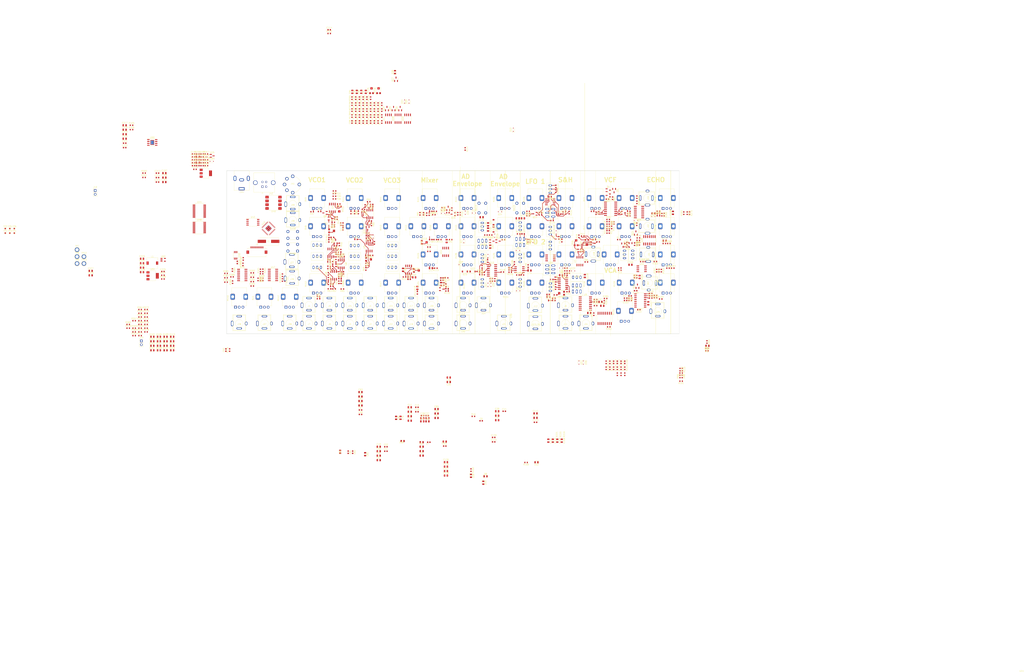
<source format=kicad_pcb>
(kicad_pcb (version 20221018) (generator pcbnew)
  (layers (0 "F.Cu" signal) (1 "In1.Cu" signal) (2 "In2.Cu" signal) (31 "B.Cu" signal) (34 "B.Paste" user) (35 "F.Paste" user) (36 "B.SilkS" user "B.Silkscreen") (37 "F.SilkS" user "F.Silkscreen") (38 "B.Mask" user) (39 "F.Mask" user) (44 "Edge.Cuts" user))
  (net 0 "")
  (net 1 "Net-(C1-Pad1)")
  (net 2 "/Mixer/MXO")
  (net 3 "GNDREF")
  (net 4 "+12V")
  (net 5 "-12V")
  (net 6 "Net-(Q1-G)")
  (net 7 "Net-(C9-Pad1)")
  (net 8 "Net-(Q2-C)")
  (net 9 "Net-(Q6-G)")
  (net 10 "Net-(C17-Pad1)")
  (net 11 "Net-(C18-Pad1)")
  (net 12 "Net-(Q7-C)")
  (net 13 "Net-(Q9-S)")
  (net 14 "Net-(Q8-C)")
  (net 15 "Net-(U4B-+)")
  (net 16 "Net-(D3-A)")
  (net 17 "Net-(D3-K)")
  (net 18 "Net-(U5B-+)")
  (net 19 "Net-(C22-Pad2)")
  (net 20 "Net-(C29-Pad1)")
  (net 21 "/VCO1/X29")
  (net 22 "Net-(C30-Pad1)")
  (net 23 "Net-(Q10-C)")
  (net 24 "Net-(Q12-S)")
  (net 25 "Net-(Q11-C)")
  (net 26 "Net-(U7B-+)")
  (net 27 "Net-(D5-A)")
  (net 28 "Net-(D5-K)")
  (net 29 "Net-(U8B-+)")
  (net 30 "Net-(C34-Pad2)")
  (net 31 "Net-(C37-Pad1)")
  (net 32 "/VCA/X84")
  (net 33 "X85")
  (net 34 "Net-(C38-Pad2)")
  (net 35 "Net-(C45-Pad1)")
  (net 36 "X67")
  (net 37 "Net-(C46-Pad1)")
  (net 38 "X68")
  (net 39 "Net-(C47-Pad1)")
  (net 40 "X69")
  (net 41 "Net-(C48-Pad1)")
  (net 42 "X70")
  (net 43 "Net-(C55-Pad2)")
  (net 44 "Net-(Q13-C)")
  (net 45 "Net-(U12A-+)")
  (net 46 "Net-(U12A--)")
  (net 47 "Net-(C57-Pad2)")
  (net 48 "Net-(U12B-+)")
  (net 49 "Net-(U12B--)")
  (net 50 "Net-(C59-Pad2)")
  (net 51 "/Mixer/X38")
  (net 52 "Net-(U13A-+)")
  (net 53 "Net-(C61-Pad2)")
  (net 54 "Net-(D12-A)")
  (net 55 "X42")
  (net 56 "Net-(U14A--)")
  (net 57 "Net-(D18-K)")
  (net 58 "Net-(Q16-S)")
  (net 59 "X59")
  (net 60 "X55")
  (net 61 "Net-(U14B--)")
  (net 62 "X56")
  (net 63 "X40")
  (net 64 "X57")
  (net 65 "X41")
  (net 66 "Net-(U16D--)")
  (net 67 "X91")
  (net 68 "Net-(D33-K)")
  (net 69 "Net-(Q19-S)")
  (net 70 "Net-(U16C-+)")
  (net 71 "Net-(C62-Pad2)")
  (net 72 "+5V")
  (net 73 "Net-(U31-REF)")
  (net 74 "Net-(U31-CC1)")
  (net 75 "Net-(U31-CC0)")
  (net 76 "/PT2399Echo/VR2")
  (net 77 "Net-(U31-OP1-OUT)")
  (net 78 "Net-(U31-OP1-IN)")
  (net 79 "Net-(U28A--)")
  (net 80 "Net-(Q21-C)")
  (net 81 "Net-(U31-OP2-IN)")
  (net 82 "Net-(U31-OP2-OUT)")
  (net 83 "Net-(U31-LPF1-OUT)")
  (net 84 "Net-(U31-LPF1-IN)")
  (net 85 "Net-(U31-LPF2-IN)")
  (net 86 "Net-(U31-LPF2-OUT)")
  (net 87 "/PT2399Echo/Echo_A")
  (net 88 "Net-(C151-Pad1)")
  (net 89 "Net-(C155-Pad2)")
  (net 90 "Net-(C156-Pad2)")
  (net 91 "Net-(C157-Pad2)")
  (net 92 "Net-(C158-Pad2)")
  (net 93 "/PT2399Echo/EchoOut")
  (net 94 "Net-(C159-Pad1)")
  (net 95 "Net-(D1-K)")
  (net 96 "Net-(D1-A)")
  (net 97 "Net-(D2-K)")
  (net 98 "Net-(D2-A)")
  (net 99 "Net-(D4-K)")
  (net 100 "Net-(D4-A)")
  (net 101 "Net-(D6-K)")
  (net 102 "Net-(D6-A)")
  (net 103 "Net-(D7-A)")
  (net 104 "Net-(D8-A)")
  (net 105 "Net-(D10-K)")
  (net 106 "X58")
  (net 107 "X60")
  (net 108 "Net-(D11-A)")
  (net 109 "Net-(D13-K)")
  (net 110 "X66")
  (net 111 "X45")
  (net 112 "X46")
  (net 113 "Net-(D19-K)")
  (net 114 "X50")
  (net 115 "Net-(D20-K)")
  (net 116 "Net-(D20-A)")
  (net 117 "Net-(D22-K)")
  (net 118 "Net-(D22-A)")
  (net 119 "X62")
  (net 120 "X61")
  (net 121 "X48")
  (net 122 "X47")
  (net 123 "Net-(D28-K)")
  (net 124 "Net-(D28-A)")
  (net 125 "Net-(D29-K)")
  (net 126 "AD2")
  (net 127 "Net-(D30-K)")
  (net 128 "AD1")
  (net 129 "X90")
  (net 130 "Net-(D32-A)")
  (net 131 "Net-(U29B--)")
  (net 132 "Net-(C160-Pad1)")
  (net 133 "/PT2399Echo/Echo_B")
  (net 134 "Net-(C161-Pad1)")
  (net 135 "/RP2040Microcontroller/XIN")
  (net 136 "Net-(Q2-E)")
  (net 137 "Net-(Q3-B)")
  (net 138 "Net-(Q3-C)")
  (net 139 "Net-(Q5-C)")
  (net 140 "Net-(Q7-E)")
  (net 141 "Net-(Q9-G)")
  (net 142 "Net-(Q10-E)")
  (net 143 "Net-(Q12-G)")
  (net 145 "Net-(Q14-B)")
  (net 146 "Net-(Q14-C)")
  (net 147 "Net-(Q15-B)")
  (net 148 "Net-(Q15-C)")
  (net 149 "Net-(Q16-G)")
  (net 150 "Net-(Q18-E)")
  (net 151 "GNDD")
  (net 152 "X1")
  (net 153 "X3")
  (net 154 "Net-(U2C-+)")
  (net 155 "X8")
  (net 156 "Net-(U1A--)")
  (net 157 "X2")
  (net 158 "X4")
  (net 159 "X5")
  (net 160 "X7")
  (net 161 "X94")
  (net 162 "X11")
  (net 163 "Net-(U2C--)")
  (net 164 "X6")
  (net 165 "Net-(R14-Pad1)")
  (net 166 "Net-(Q1-S)")
  (net 167 "Net-(R18-Pad1)")
  (net 168 "X10")
  (net 169 "Net-(U2A-+)")
  (net 170 "X9")
  (net 171 "Net-(R23-Pad2)")
  (net 172 "Net-(R25-Pad2)")
  (net 173 "Net-(R27-Pad2)")
  (net 174 "Net-(Q6-S)")
  (net 175 "X15")
  (net 176 "Net-(U3A--)")
  (net 177 "X14")
  (net 178 "X12")
  (net 179 "/VCO1/X19")
  (net 180 "X20")
  (net 181 "X22")
  (net 182 "Net-(R36-Pad2)")
  (net 183 "X13")
  (net 184 "Net-(R38-Pad2)")
  (net 185 "/VCO1/X23")
  (net 186 "Net-(R42-Pad1)")
  (net 187 "Net-(U4B--)")
  (net 188 "Net-(U5A--)")
  (net 189 "Net-(U5A-+)")
  (net 190 "Net-(R49-Pad2)")
  (net 191 "/Mixer/X17")
  (net 192 "Net-(U5B--)")
  (net 193 "/VCO1/X18")
  (net 194 "X21")
  (net 195 "/Mixer/X16")
  (net 196 "X28")
  (net 197 "Net-(U6A--)")
  (net 198 "X27")
  (net 199 "X25")
  (net 200 "/VCO2/X32")
  (net 201 "X33")
  (net 202 "X35")
  (net 203 "Net-(R70-Pad2)")
  (net 204 "X26")
  (net 205 "Net-(R72-Pad2)")
  (net 206 "/VCO2/X36")
  (net 207 "Net-(R76-Pad1)")
  (net 208 "Net-(U7B--)")
  (net 209 "Net-(U8A--)")
  (net 210 "Net-(U8A-+)")
  (net 211 "Net-(R83-Pad2)")
  (net 212 "/Mixer/X30")
  (net 213 "Net-(U8B--)")
  (net 214 "/VCO2/X31")
  (net 215 "X34")
  (net 216 "/Mixer/X29")
  (net 217 "Net-(R98-Pad1)")
  (net 218 "Net-(U10A--)")
  (net 219 "X81")
  (net 220 "X82")
  (net 221 "Net-(U9A-+)")
  (net 222 "Net-(R104-Pad1)")
  (net 223 "Net-(R105-Pad1)")
  (net 224 "Net-(U10B--)")
  (net 225 "Net-(R108-Pad1)")
  (net 226 "Net-(R109-Pad1)")
  (net 227 "Net-(U11--)")
  (net 228 "Net-(U13B--)")
  (net 229 "Net-(SW11-A)")
  (net 230 "Net-(SW11-B)")
  (net 231 "Net-(R126-Pad1)")
  (net 232 "Net-(R129-Pad1)")
  (net 233 "Net-(R131-Pad1)")
  (net 234 "X54")
  (net 235 "X51")
  (net 236 "Net-(U14A-+)")
  (net 237 "Net-(R141-Pad1)")
  (net 238 "Net-(U15C-+)")
  (net 239 "Net-(U15C--)")
  (net 240 "Net-(R150-Pad1)")
  (net 241 "Net-(U15A--)")
  (net 242 "Net-(U14B-+)")
  (net 243 "Net-(R158-Pad2)")
  (net 244 "Net-(U16D-+)")
  (net 245 "Net-(U16A-+)")
  (net 246 "X86")
  (net 247 "Net-(U16A--)")
  (net 248 "Net-(Q19-D)")
  (net 249 "Net-(Q19-G)")
  (net 250 "Net-(R173-Pad1)")
  (net 251 "Net-(U16B--)")
  (net 252 "X87")
  (net 253 "X88")
  (net 254 "VBUS")
  (net 255 "Net-(U29A-+)")
  (net 256 "+3V3")
  (net 257 "+1V1")
  (net 258 "Net-(C196-Pad1)")
  (net 259 "Net-(U46-VOUTA)")
  (net 260 "Net-(C213-Pad1)")
  (net 261 "Net-(U46-VOUTB)")
  (net 262 "Net-(C214-Pad1)")
  (net 263 "Net-(U46-VOUTC)")
  (net 264 "Net-(C215-Pad1)")
  (net 265 "Net-(U46-VOUTD)")
  (net 266 "Net-(R263-Pad2)")
  (net 267 "Net-(D82-K)")
  (net 268 "Net-(D82-A)")
  (net 269 "Net-(D83-K)")
  (net 270 "Net-(D83-A)")
  (net 271 "Net-(D100-K)")
  (net 272 "Net-(D100-A)")
  (net 273 "/RP2040Microcontroller/~{USB_BOOT}")
  (net 274 "/RP2040Microcontroller/GPIO0")
  (net 275 "/RP2040Microcontroller/GPIO1")
  (net 276 "/RP2040Microcontroller/GPIO2")
  (net 277 "/RP2040Microcontroller/GPIO3")
  (net 278 "/RP2040Microcontroller/GPIO4")
  (net 279 "/RP2040Microcontroller/GPIO5")
  (net 280 "/RP2040Microcontroller/GPIO6")
  (net 281 "/RP2040Microcontroller/GPIO7")
  (net 282 "/RP2040Microcontroller/GPIO8")
  (net 283 "/RP2040Microcontroller/GPIO9")
  (net 284 "/RP2040Microcontroller/GPIO10")
  (net 285 "/LFO/LFO")
  (net 286 "AD1A")
  (net 288 "Net-(SW8-B)")
  (net 289 "/VCA/Main_Out")
  (net 290 "Net-(SW9-B)")
  (net 291 "Net-(SW10-B)")
  (net 292 "/Mixer/Mixer_ExtIn")
  (net 293 "LFOA")
  (net 294 "AD2A")
  (net 295 "/Sample&Hold/S&H_In")
  (net 296 "/RP2040Microcontroller/GPIO11")
  (net 297 "/RP2040Microcontroller/GPIO12")
  (net 298 "/RP2040Microcontroller/GPIO13")
  (net 312 "S&H")
  (net 313 "/RP2040Microcontroller/GPIO14")
  (net 314 "/RP2040Microcontroller/GPIO15")
  (net 315 "/RP2040Microcontroller/GPIO29_ADC3")
  (net 316 "/RP2040Microcontroller/GPIO28_ADC2")
  (net 317 "/RP2040Microcontroller/GPIO27_ADC1")
  (net 318 "/RP2040Microcontroller/GPIO26_ADC0")
  (net 319 "/RP2040Microcontroller/GPIO25")
  (net 320 "/RP2040Microcontroller/GPIO24")
  (net 321 "/RP2040Microcontroller/GPIO23")
  (net 322 "/RP2040Microcontroller/GPIO22")
  (net 323 "/RP2040Microcontroller/GPIO21")
  (net 324 "/RP2040Microcontroller/GPIO20")
  (net 325 "/RP2040Microcontroller/GPIO19")
  (net 326 "/RP2040Microcontroller/GPIO18")
  (net 327 "/RP2040Microcontroller/GPIO17")
  (net 328 "/RP2040Microcontroller/GPIO16")
  (net 329 "/RP2040Microcontroller/RUN")
  (net 330 "/RP2040Microcontroller/SWD")
  (net 331 "/RP2040Microcontroller/SWCLK")
  (net 332 "Net-(Q21-E)")
  (net 333 "Net-(Q21-B)")
  (net 334 "Net-(Q22-C)")
  (net 335 "/PT2399Echo/Echo_C")
  (net 336 "Net-(Q24-E)")
  (net 337 "Net-(C216-Pad1)")
  (net 338 "/PT2399Echo/Echo_DT_CV_Input")
  (net 339 "Net-(U31-VCO)")
  (net 340 "-5V")
  (net 341 "Net-(R275-Pad1)")
  (net 342 "Net-(U28B--)")
  (net 343 "/PT2399Echo/Echo_CV_Input")
  (net 344 "Net-(U28A-+)")
  (net 346 "/PT2399Echo/Echo_Repeat_CV_Input")
  (net 348 "Net-(R288-Pad1)")
  (net 349 "Net-(U30A-+)")
  (net 350 "Net-(U30C-+)")
  (net 351 "Net-(U29B-+)")
  (net 352 "Net-(R295-Pad1)")
  (net 353 "Net-(R300-Pad2)")
  (net 354 "Net-(R303-Pad2)")
  (net 356 "/RP2040Microcontroller/QSPI_SS")
  (net 357 "/RP2040Microcontroller/XOUT")
  (net 358 "Net-(U40-VO1)")
  (net 359 "/RP2040Microcontroller/USB_D+")
  (net 360 "Net-(J41-Pad5)")
  (net 361 "/RP2040Microcontroller/USB_D-")
  (net 362 "Net-(U53-PH)")
  (net 363 "Net-(U28D--)")
  (net 364 "Net-(U29C--)")
  (net 365 "Net-(U29D-+)")
  (net 366 "Net-(U44-~{RESET})")
  (net 367 "/RP2040Microcontroller/VOUT_A")
  (net 368 "/RP2040Microcontroller/VOUT_B")
  (net 369 "/RP2040Microcontroller/VOUT_C")
  (net 370 "/RP2040Microcontroller/VOUT_D")
  (net 371 "Net-(U43-USB_DP)")
  (net 372 "/PT2399Echo/Echo_ExtIn")
  (net 374 "KBV")
  (net 375 "/VCA/VCO1")
  (net 376 "Net-(SW17-C)")
  (net 377 "Net-(D101-K)")
  (net 381 "/RP2040Microcontroller/QSPI_SD1")
  (net 382 "/RP2040Microcontroller/QSPI_SD2")
  (net 383 "/RP2040Microcontroller/QSPI_SD0")
  (net 384 "/RP2040Microcontroller/QSPI_SCLK")
  (net 385 "/RP2040Microcontroller/QSPI_SD3")
  (net 386 "/RP2040Microcontroller/VREF1.25")
  (net 389 "Net-(D101-A)")
  (net 390 "Net-(D102-K)")
  (net 391 "Net-(D102-A)")
  (net 392 "Net-(D103-K)")
  (net 393 "Net-(D103-A)")
  (net 394 "Net-(D104-K)")
  (net 395 "Net-(D104-A)")
  (net 396 "Net-(D105-K)")
  (net 397 "Net-(D105-A)")
  (net 398 "Net-(D106-K)")
  (net 399 "Net-(D106-A)")
  (net 400 "Net-(D107-K)")
  (net 401 "Net-(D107-A)")
  (net 402 "Net-(D108-K)")
  (net 403 "Net-(D108-A)")
  (net 404 "Net-(D109-K)")
  (net 405 "Net-(D109-A)")
  (net 406 "Net-(D110-K)")
  (net 407 "Net-(D110-A)")
  (net 408 "Net-(D111-K)")
  (net 409 "Net-(D111-A)")
  (net 410 "Net-(D112-K)")
  (net 411 "Net-(D112-A)")
  (net 412 "Net-(D113-K)")
  (net 413 "Net-(D113-A)")
  (net 414 "Net-(D114-K)")
  (net 415 "Net-(D114-A)")
  (net 416 "Net-(D115-K)")
  (net 417 "Net-(D115-A)")
  (net 418 "Net-(D116-K)")
  (net 419 "Net-(D116-A)")
  (net 420 "Net-(U43-USB_DM)")
  (net 421 "Net-(U49C-+)")
  (net 422 "Net-(U47D-+)")
  (net 423 "Net-(U49B-+)")
  (net 424 "/RP2040Microcontroller/GPIO29_ADC0")
  (net 425 "Net-(U47A--)")
  (net 426 "/RP2040Microcontroller/VIN_A")
  (net 427 "Net-(U47B--)")
  (net 428 "/RP2040Microcontroller/VIN_B")
  (net 429 "/RP2040Microcontroller/GPIO29_ADC1")
  (net 430 "Net-(U47C--)")
  (net 431 "/RP2040Microcontroller/VIN_C")
  (net 432 "/RP2040Microcontroller/GPIO29_ADC2")
  (net 433 "Net-(U49A--)")
  (net 434 "/RP2040Microcontroller/VREF1.0")
  (net 435 "Net-(U48-I1)")
  (net 436 "Net-(U48-I2)")
  (net 437 "Net-(U48-I3)")
  (net 438 "Net-(U50-VIN)")
  (net 452 "Net-(SW12-B)")
  (net 453 "KBG")
  (net 479 "Net-(SW5A-A)")
  (net 480 "Net-(SW5B-A)")
  (net 489 "Net-(C93-Pad1)")
  (net 490 "/Mixer/Mixer_EchoIn")
  (net 491 "Net-(C100-Pad1)")
  (net 492 "/VCO3/X37")
  (net 493 "Net-(C101-Pad1)")
  (net 494 "Net-(Q20-C)")
  (net 495 "Net-(Q26-S)")
  (net 496 "Net-(Q25-C)")
  (net 497 "Net-(U18B-+)")
  (net 498 "Net-(D35-A)")
  (net 499 "Net-(D35-K)")
  (net 500 "Net-(U19B-+)")
  (net 501 "Net-(C105-Pad2)")
  (net 502 "Net-(U20B--)")
  (net 503 "Net-(C106-Pad2)")
  (net 504 "Net-(U20A-+)")
  (net 505 "Net-(C107-Pad2)")
  (net 506 "Net-(D34-K)")
  (net 507 "Net-(D34-A)")
  (net 508 "Net-(D36-K)")
  (net 509 "Net-(D36-A)")
  (net 510 "Net-(D37-A)")
  (net 511 "Net-(D38-A)")
  (net 512 "Net-(Q20-E)")
  (net 513 "Net-(Q26-G)")
  (net 514 "Net-(Q27-B)")
  (net 515 "Net-(Q27-C)")
  (net 516 "Net-(U17A--)")
  (net 517 "/VCO3/X32")
  (net 518 "Net-(R183-Pad2)")
  (net 519 "Net-(R185-Pad2)")
  (net 520 "/VCO3/X36")
  (net 521 "Net-(R189-Pad1)")
  (net 522 "Net-(U18B--)")
  (net 523 "Net-(U19A--)")
  (net 524 "Net-(U19A-+)")
  (net 525 "Net-(R196-Pad2)")
  (net 526 "Net-(U19B--)")
  (net 527 "/VCO3/X31")
  (net 528 "Net-(SW26-A)")
  (net 529 "Net-(SW26-B)")
  (net 530 "Net-(R214-Pad1)")
  (net 531 "Net-(R217-Pad1)")
  (net 532 "Net-(R219-Pad1)")
  (net 533 "/LFO1/LFO")
  (net 534 "/LFO1/LFOA")
  (net 535 "/VCO3/KBV")
  (net 536 "/VCO3/AD2A")
  (net 537 "/VCO3/SAH")
  (net 538 "/VCO3/LFOA")
  (net 540 "Net-(SW27-B)")
  (net 542 "/VCO2/X37")
  (net 543 "Net-(C114-Pad1)")
  (net 544 "Net-(C114-Pad2)")
  (net 545 "LFO1A")
  (net 546 "/Mixer/VCO3_RampIn")
  (net 547 "/Mixer/VCO3_SquareIn")
  (net 548 "Net-(SW29-B)")
  (footprint "Capacitor_SMD:C_0603_1608Metric" (layer "F.Cu") (at 102.2096 198.882 -90)
    (fp_text reference "C216")
    (fp_text value "100nF")
  )
  (footprint "Potentiometer_SMD:Potentiometer_Bourns_TC33X_Vertical" (layer "F.Cu") (at 330.4216 185.4927 90)
    (fp_text reference "RV6")
    (fp_text value "100k")
  )
  (footprint "Resistor_SMD:R_0603_1608Metric" (layer "F.Cu") (at 386.824 213.1978)
    (fp_text reference "R291")
    (fp_text value "200k")
  )
  (footprint "Resistor_SMD:R_0603_1608Metric" (layer "F.Cu") (at 163.9186 181.1914 90)
    (fp_text reference "R57")
    (fp_text value "18k")
  )
  (footprint "SynthProjConnectors:SMTS-102" (layer "F.Cu") (at 313 177.5 -90)
    (fp_text reference "SW12")
    (fp_text value "SMTS-103-A1-T0")
  )
  (footprint "Package_SO:SO-14_3.9x8.65mm_P1.27mm" (layer "F.Cu") (at 379.7554 183.9468 90)
    (fp_text reference "U28")
    (fp_text value "TL074")
  )
  (footprint "Diode_SMD:D_SOD-323F" (layer "F.Cu") (at 279.114 164.7282 180)
    (fp_text reference "D24")
    (fp_text value "1N914")
  )
  (footprint "Package_SO:SSOP-24_5.3x8.2mm_P0.65mm" (layer "F.Cu") (at 76.664 175.391)
    (fp_text reference "U48")
    (fp_text value "CD74HC4067SM")
  )
  (footprint "Resistor_SMD:R_0603_1608Metric" (layer "F.Cu") (at 363.1782 274.1818 -90)
    (fp_text reference "R219")
    (fp_text value "9.1k")
  )
  (footprint "Resistor_SMD:R_0603_1608Metric" (layer "F.Cu") (at 359.8164 202.6158 180)
    (fp_text reference "R4")
    (fp_text value "22k")
  )
  (footprint "Capacitor_SMD:C_0805_2012Metric" (layer "F.Cu") (at 390.1 184.3)
    (fp_text reference "C147")
    (fp_text value "4.7uF")
  )
  (footprint "SynthProjConnectors:PJ-301-BM" (layer "F.Cu") (at 337 240)
    (fp_text reference "J34")
    (fp_text value "ECHO_OUT")
  )
  (footprint "Capacitor_SMD:C_0805_2012Metric" (layer "F.Cu") (at 314.706 318.9376 -90)
    (fp_text reference "C110")
    (fp_text value "470nF")
  )
  (footprint "Resistor_SMD:R_0603_1608Metric" (layer "F.Cu") (at 369.77 186.57 -90)
    (fp_text reference "R263")
    (fp_text value "100k")
  )
  (footprint "Diode_SMD:D_SOD-323F" (layer "F.Cu") (at 254.75 184.5 90)
    (fp_text reference "D27")
    (fp_text value "1N914")
  )
  (footprint "Resistor_SMD:R_0603_1608Metric" (layer "F.Cu") (at 30.9622 109.4344)
    (fp_text reference "R406")
    (fp_text value "10k")
  )
  (footprint "Resistor_SMD:R_0603_1608Metric" (layer "F.Cu") (at 377.7 198.325)
    (fp_text reference "R290")
    (fp_text value "1k")
  )
  (footprint "SynthProjConnectors:PJ-301-BM" (layer "F.Cu") (at 219.25 227.75)
    (fp_text reference "J17")
    (fp_text value "PWM IN")
  )
  (footprint "Resistor_SMD:R_0603_1608Metric" (layer "F.Cu") (at 371.3226 208.4578 90)
    (fp_text reference "R286")
    (fp_text value "4.7k")
  )
  (footprint "Resistor_SMD:R_0603_1608Metric" (layer "F.Cu") (at 190.7118 157.975)
    (fp_text reference "R91")
    (fp_text value "18k")
  )
  (footprint "Capacitor_SMD:C_0805_2012Metric" (layer "F.Cu") (at 236.4244 303.6452)
    (fp_text reference "C87")
    (fp_text value "470nF")
  )
  (footprint "Capacitor_SMD:C_0805_2012Metric" (layer "F.Cu") (at 226.7774 305.9058)
    (fp_text reference "C24")
    (fp_text value "4.7uF")
  )
  (footprint "SynthProjConnectors:PJ-301-BM" (layer "F.Cu") (at 205.5 240)
    (fp_text reference "J22")
    (fp_text value "Lin CV In")
  )
  (footprint "Capacitor_SMD:C_0805_2012Metric" (layer "F.Cu") (at 213.5596 319.173)
    (fp_text reference "C88")
    (fp_text value "470nF")
  )
  (footprint "Resistor_SMD:R_0603_1608Metric" (layer "F.Cu") (at 165.85 215.01)
    (fp_text reference "R60")
    (fp_text value "1M")
  )
  (footprint "Resistor_SMD:R_0603_1608Metric" (layer "F.Cu") (at 197.026 100.283 90)
    (fp_text reference "R185")
    (fp_text value "475")
  )
  (footprint "Capacitor_SMD:C_0805_2012Metric" (layer "F.Cu") (at 277.2168 305.131)
    (fp_text reference "C41")
    (fp_text value "470nF")
  )
  (footprint "Resistor_SMD:R_0603_1608Metric" (layer "F.Cu") (at 355.8997 172.2628 90)
    (fp_text reference "R28")
    (fp_text value "47k")
  )
  (footprint "Capacitor_SMD:C_0603_1608Metric" (layer "F.Cu") (at 223.2004 299.454)
    (fp_text reference "C16")
    (fp_text value "47nF")
  )
  (footprint "Potentiometer_THT:Potentiometer_Alps_RK09K_Single_Vertical" (layer "F.Cu") (at 320.75 162.5 90)
    (fp_text reference "RV36")
    (fp_text value "100k")
  )
  (footprint "Capacitor_SMD:C_0603_1608Metric" (layer "F.Cu") (at 163.97 196.977)
    (fp_text reference "C20")
    (fp_text value "4.7pF")
  )
  (footprint "Package_SO:SO-8_3.9x4.9mm_P1.27mm" (layer "F.Cu") (at 312.963 158.115 180)
    (fp_text reference "U13")
    (fp_text value "TL072")
  )
  (footprint "Capacitor_SMD:C_0805_2012Metric" (layer "F.Cu") (at 182.716 84.023 90)
    (fp_text reference "C95")
    (fp_text value "4.7uF")
  )
  (footprint "Resistor_SMD:R_0603_1608Metric" (layer "F.Cu") (at 112.3066 211.8106)
    (fp_text reference "R394")
    (fp_text value "10k")
  )
  (footprint "Connector_PinHeader_2.54mm:PinHeader_1x02_P2.54mm_Vertical" (layer "F.Cu") (at 37.6015 251.763)
    (fp_text reference "J43")
    (fp_text value "Conn_01x02")
  )
  (footprint "Capacitor_SMD:C_0805_2012Metric" (layer "F.Cu") (at 226.3794 322.9704)
    (fp_text reference "C3")
    (fp_text value "4.7uF")
  )
  (footprint "Resistor_SMD:R_0603_1608Metric" (layer "F.Cu") (at 243.4988 218.145 180)
    (fp_text reference "R120")
    (fp_text value "1M")
  )
  (footprint "Resistor_SMD:R_0603_1608Metric" (layer "F.Cu") (at 40.7715 235.633)
    (fp_text reference "R374")
    (fp_text value "470")
  )
  (footprint "Diode_SMD:D_SOD-123" (layer "F.Cu") (at 274.7772 171.8056 90)
    (fp_text reference "D21")
    (fp_text value "MMSZ5231B-7-F")
  )
  (footprint "Resistor_SMD:R_0603_1608Metric" (layer "F.Cu") (at 81.3956 131.7564)
    (fp_text reference "R361")
    (fp_text value "27")
  )
  (footprint "Resistor_SMD:R_0603_1608Metric" (layer "F.Cu") (at 186.986 88.253 90)
    (fp_text reference "R208")
    (fp_text value "47k")
  )
  (footprint "SynthProjConnectors:PJ-301-BM" (layer "F.Cu") (at 281.75 240)
    (fp_text reference "J21")
    (fp_text value "ADEG2_OUT")
  )
  (footprint "Capacitor_SMD:C_0603_1608Metric" (layer "F.Cu") (at 360.6682 266.1618 -90)
    (fp_text reference "C107")
    (fp_text value "10pF")
  )
  (footprint "Resistor_SMD:R_0603_1608Metric" (layer "F.Cu") (at 192.695 161.3786 180)
    (fp_text reference "R87")
    (fp_text value "1M")
  )
  (footprint "Resistor_SMD:R_0603_1608Metric" (layer "F.Cu") (at 118.5804 206.5274 180)
    (fp_text reference "R398")
    (fp_text value "66.5k")
  )
  (footprint "SynthProjConnectors:SMTS-202" (layer "F.Cu") (at 313 203.5 90)
    (fp_text reference "SW28")
    (fp_text value "SW_Push_DPDT")
  )
  (footprint "Resistor_SMD:R_0603_1608Metric" (layer "F.Cu") (at 36.7615 235.633)
    (fp_text reference "R366")
    (fp_text value "470")
  )
  (footprint "Resistor_SMD:R_0603_1608Metric" (layer "F.Cu") (at 272.4912 210.629 -90)
    (fp_text reference "R154")
    (fp_text value "39k")
  )
  (footprint "Resistor_SMD:R_0603_1608Metric" (layer "F.Cu") (at 166.2676 181.9656 180)
    (fp_text reference "R55")
    (fp_text value "100k")
  )
  (footprint "Capacitor_SMD:C_0805_2012Metric" (layer "F.Cu") (at 244.649 276.4036 180)
    (fp_text reference "C36")
    (fp_text value "470nF")
  )
  (footprint "Potentiometer_THT:Potentiometer_Alps_RK09K_Single_Vertical" (layer "F.Cu") (at 361.31 219.5 90)
    (fp_text reference "RV19")
    (fp_text value "100k")
  )
  (footprint "Resistor_SMD:R_0603_1608Metric" (layer "F.Cu") (at 374.65 198.325)
    (fp_text reference "R282")
    (fp_text value "15k")
  )
  (footprint "Resistor_SMD:R_0603_1608Metric" (layer "F.Cu") (at 269.6718 180.4162 180)
    (fp_text reference "R134")
    (fp_text value "10k")
  )
  (footprint "Capacitor_SMD:C_0805_2012Metric" (layer "F.Cu") (at 171.4718 326.472 -90)
    (fp_text reference "C81")
    (fp_text value "470nF")
  )
  (footprint "Capacitor_SMD:C_0805_2012Metric" (layer "F.Cu") (at 38.0564 202.4222)
    (fp_text reference "C229")
    (fp_text value "470nF")
  )
  (footprint "Resistor_SMD:R_0603_1608Metric" (layer "F.Cu") (at 354.3249 175.2998 90)
    (fp_text reference "R22")
    (fp_text value "49.9k")
  )
  (footprint "Package_SO:SO-14_3.9x8.65mm_P1.27mm" (layer "F.Cu") (at 105.5624 207.3438)
    (fp_text reference "U49")
    (fp_text value "TL074")
  )
  (footprint "Resistor_SMD:R_0603_1608Metric" (layer "F.Cu") (at 350.2538 223.1644)
    (fp_text reference "R285")
    (fp_text value "20k")
  )
  (footprint "Resistor_SMD:R_0603_1608Metric" (layer "F.Cu") (at 244.0468 165.3956 180)
    (fp_text reference "R141")
    (fp_text value "10k")
  )
  (footprint "Package_SO:SO-14_3.9x8.65mm_P1.27mm" (layer "F.Cu") (at 273.75 204.25)
    (fp_text reference "U15")
    (fp_text value "TL074")
  )
  (footprint "Resistor_SMD:R_0603_1608Metric" (layer "F.Cu") (at 316.5602 216.154 90)
    (fp_text reference "R174")
    (fp_text value "300k")
  )
  (footprint "Resistor_SMD:R_0603_1608Metric" (layer "F.Cu") (at 170.3324 194.31 -90)
    (fp_text reference "R51")
    (fp_text value "2k")
  )
  (footprint "Diode_SMD:D_SOD-123" (layer "F.Cu") (at 274.7772 176.6824 -90)
    (fp_text reference "D20")
    (fp_text value "MMSZ5231B-7-F")
  )
  (footprint "TestPoint:TestPoint_Plated_Hole_D2.0mm" (layer "F.Cu") (at -1.0596 199.6288)
    (fp_text reference "TP13")
    (fp_text value "TestPoint")
  )
  (footprint "Capacitor_SMD:C_0805_2012Metric" (layer "F.Cu") (at 179.706 84.023 90)
    (fp_text reference "C94")
    (fp_text value "4.7uF")
  )
  (footprint "Capacitor_SMD:C_0603_1608Metric" (layer "F.Cu") (at 78.5256 125.8464)
    (fp_text reference "C208")
    (fp_text value "100nF")
  )
  (footprint "TestPoint:TestPoint_Pad_D1.0mm" (layer "F.Cu") (at -54.0512 176.0728)
    (fp_text reference "TP2")
    (fp_text value "TestPoint")
  )
  (footprint "Resistor_SMD:R_0603_1608Metric" (layer "F.Cu") (at 184.476 96.273 90)
    (fp_text reference "R189")
    (fp_text value "4.7k")
  )
  (footprint "Resistor_SMD:R_0603_1608Metric" (layer "F.Cu") (at 168.7424 194.31 -90)
    (fp_text reference "R50")
    (fp_text value "10k")
  )
  (footprint "Resistor_SMD:R_0603_1608Metric" (layer "F.Cu") (at 189.5494 194.1286 180)
    (fp_text reference "R70")
    (fp_text value "2k")
  )
  (footprint "Resistor_SMD:R_0603_1608Metric" (layer "F.Cu") (at 199.536 100.283 90)
    (fp_text reference "R186")
    (fp_text value "100k")
  )
  (footprint "Resistor_SMD:R_0603_1608Metric" (layer "F.Cu") (at 419.3072 257.591 90)
    (fp_text reference "R298")
    (fp_text value "100k")
  )
  (footprint "Capacitor_SMD:C_0805_2012Metric" (layer "F.Cu") (at 271.1 173.25 90)
    (fp_text reference "C76")
    (fp_text value "1uF")
  )
  (footprint "Resistor_SMD:R_0603_1608Metric" (layer "F.Cu") (at 197.026 96.273 90)
    (fp_text reference "R194")
    (fp_text value "10k")
  )
  (footprint "Potentiometer_THT:Potentiometer_Alps_RK09K_Single_Vertical" (layer "F.Cu") (at 361.25 181.5 90)
    (fp_text reference "RV5")
    (fp_text value "100k")
  )
  (footprint "Capacitor_SMD:C_0805_2012Metric" (layer "F.Cu") (at 213.8 203.865 -90)
    (fp_text reference "C58")
    (fp_text value "1uF")
  )
  (footprint "Package_SO:SO-8_3.9x4.9mm_P1.27mm" (layer "F.Cu") (at 242.57 191.77 90)
    (fp_text reference "U11")
    (fp_text value "TL071")
  )
  (footprint "Resistor_SMD:R_0603_1608Metric" (layer "F.Cu") (at 266.255 207.137)
    (fp_text reference "R150")
    (fp_text value "91K")
  )
  (footprint "Capacitor_SMD:C_0805_2012Metric" (layer "F.Cu") (at 38.0564 205.4322)
    (fp_text reference "C228")
    (fp_text value "4.7uF")
  )
  (footprint "Resistor_SMD:R_0603_1608Metric" (layer "F.Cu") (at 32.7515 245.673)
    (fp_text reference "R360")
    (fp_text value "100k")
  )
  (footprint "Resistor_SMD:R_0603_1608Metric" (layer "F.Cu") (at 197.026 92.263 90)
    (fp_text reference "R203")
    (fp_text value "3k")
  )
  (footprint "TestPoint:TestPoint_Pad_D1.0mm" (layer "F.Cu") (at -47.9512 176.0728)
    (fp_text reference "TP6")
    (fp_text value "TestPoint")
  )
  (footprint "Resistor_SMD:R_0603_1608Metric" (layer "F.Cu") (at 342.6592 183.4896)
    (fp_text reference "R6")
    (fp_text value "100k")
  )
  (footprint "Capacitor_SMD:C_0603_1608Metric" (layer "F.Cu") (at 282.0268 299.111)
    (fp_text reference "C44")
    (fp_text value "47nF")
  )
  (footprint "Capacitor_SMD:C_0603_1608Metric" (layer "F.Cu") (at 48.4712 144.7546)
    (fp_text reference "C215")
    (fp_text value "100nF")
  )
  (footprint "Resistor_SMD:R_0603_1608Metric" (layer "F.Cu") (at 389.8276 186.125)
    (fp_text reference "R270")
    (fp_text value "270k")
  )
  (footprint "Resistor_SMD:R_0603_1608Metric" (layer "F.Cu") (at 164.275 216.66 180)
    (fp_text reference "R63")
    (fp_text value "3.3k")
  )
  (footprint "Capacitor_SMD:C_0603_1608Metric" (layer "F.Cu") (at 190.9964 184.0448)
    (fp_text reference "C30")
    (fp_text value "100pF")
  )
  (footprint "Package_SO:SO-8_3.9x4.9mm_P1.27mm" (layer "F.Cu") (at 313.1312 195.834 180)
    (fp_text reference "U20")
    (fp_text value "TL072")
  )
  (footprint "Capacitor_SMD:C_0603_1608Metric" (layer "F.Cu") (at 274.885 319.74)
    (fp_text reference "C140")
    (fp_text value "47nF")
  )
  (footprint "SynthProjConnectors:PJ-301-BM" (layer "F.Cu") (at 254.25 240)
    (fp_text reference "J20")
    (fp_text value "ADEG1_OUT")
  )
  (footprint "Resistor_SMD:R_0603_1608Metric" (layer "F.Cu") (at 343.5116 225.4504)
    (fp_text reference "R102")
    (fp_text value "100k")
  )
  (footprint "Capacitor_SMD:C_0805_2012Metric" (layer "F.Cu") (at 244.649 279.4136 180)
    (fp_text reference "C35")
    (fp_text value "470nF")
  )
  (footprint "Potentiometer_THT:Potentiometer_Alps_RK09K_Single_Vertical" (layer "F.Cu") (at 221 181.5 90)
    (fp_text reference "RV22")
    (fp_text value "100k")
  )
  (footprint "Package_TO_SOT_SMD:SOT-23-3" (layer "F.Cu") (at 352.0893 150.2258)
    (fp_text reference "Q4")
    (fp_text value "MMBT3904-7-F")
  )
  (footprint "Potentiometer_THT:Potentiometer_Alps_RK09K_Single_Vertical" (layer "F.Cu") (at 361.25 162.5 90)
    (fp_text reference "RV1")
    (fp_text value "100k")
  )
  (footprint "Capacitor_SMD:C_0805_2012Metric" (layer "F.Cu") (at 53.1012 138.7346)
    (fp_text reference "C197")
    (fp_text value "10uF")
  )
  (footprint "Resistor_SMD:R_0603_1608Metric" (layer "F.Cu") (at 186.986 92.263 90)
    (fp_text reference "R199")
    (fp_text value "110k")
  )
  (footprint "Resistor_SMD:R_0603_1608Metric" (layer "F.Cu") (at 240.948 161.992 180)
    (fp_text reference "R135")
    (fp_text value "10k")
  )
  (footprint "Resistor_SMD:R_0603_1608Metric" (layer "F.Cu") (at 354.3249 172.2628 -90)
    (fp_text reference "R29")
    (fp_text value "4.7k")
  )
  (footprint "Package_SO:SOP-16_4.55x10.3mm_P1.27mm" (layer "F.Cu") (at 373.634 224.4852 180)
    (fp_text reference "U31")
    (fp_text value "PT2399")
  )
  (footprint "Capacitor_SMD:C_0805_2012Metric" (layer "F.Cu") (at 303.069 303.5436)
    (fp_text reference "C142")
    (fp_text value "470nF")
  )
  (footprint "SynthProjConnectors:PJ-301-BM" (layer "F.Cu") (at 103.5 240)
    (fp_text reference "J28")
    (fp_text value "RP2040_C_in")
  )
  (footprint "Capacitor_SMD:C_0805_2012Metric" (layer "F.Cu") (at 188.3018 328.0274 -90)
    (fp_text reference "C82")
    (fp_text value "470nF")
  )
  (footprint "Capacitor_SMD:C_0603_1608Metric" (layer "F.Cu") (at 171.3994 209.804)
    (fp_text reference "C34")
    (fp_text value "4.7pF")
  )
  (footprint "Diode_SMD:D_SOD-323F" (layer "F.Cu") (at 252.649 200.333)
    (fp_text reference "D18")
    (fp_text value "1N914")
  )
  (footprint "Resistor_SMD:R_0603_1608Metric" (layer "F.Cu") (at 168.6306 197.7136 90)
    (fp_text reference "R90")
    (fp_text value "3k")
  )
  (footprint "Capacitor_SMD:C_0805_2012Metric" (layer "F.Cu") (at 241.9364 319.554)
    (fp_text reference "C42")
    (fp_text value "470nF")
  )
  (footprint "Resistor_SMD:R_0603_1608Metric" (layer "F.Cu") (at 315.3999 224.5061)
    (fp_text reference "R171")
    (fp_text value "100k")
  )
  (footprint "SynthProjConnectors:PJ-301-BM" (layer "F.Cu") (at 138.9888 198.536)
    (fp_text reference "J27")
    (fp_text value "RP2040_B_in")
  )
  (footprint "Resistor_SMD:R_0603_1608Metric" (layer "F.Cu") (at 36.7615 245.673)
    (fp_text reference "R370")
    (fp_text value "470")
  )
  (footprint "Resistor_SMD:R_0603_1608Metric" (layer "F.Cu") (at 163.547 209.853 -90)
    (fp_text reference "R35")
    (fp_text value "100k")
  )
  (footprint "Resistor_SMD:R_0603_1608Metric" (layer "F.Cu") (at 352.7574 178.3324 -90)
    (fp_text reference "R12")
    (fp_text value "1k")
  )
  (footprint "Potentiometer_THT:Potentiometer_Alps_RK09K_Single_Vertical" (layer "F.Cu") (at 389 162.5 90)
    (fp_text reference "RV78")
    (fp_text value "100k")
  )
  (footprint "Resistor_SMD:R_0603_1608Metric" (layer "F.Cu") (at 163.525 206.585 90)
    (fp_text reference "R58")
    (fp_text value "22k")
  )
  (footprint "Resistor_SMD:R_0603_1608Metric" (layer "F.Cu") (at 194.516 100.283 90)
    (fp_text reference "R184")
    (fp_text value "36k")
  )
  (footprint "Capacitor_SMD:C_0603_1608Metric" (layer "F.Cu") (at 72.7856 129.7864)
    (fp_text reference "C198")
    (fp_text value "100nF")
  )
  (footprint "SynthProjConnectors:SMTS-202" (layer "F.Cu") (at 267.3 186.35 180)
    (fp_text reference "SW20")
    (fp_text value "SW_DPST")
  )
  (footprint "Capacitor_SMD:C_0603_1608Metric" (layer "F.Cu") (at 202.2964 323.0208)
    (fp_text reference "C53")
    (fp_text value "47nF")
  )
  (footprint "Resistor_SMD:R_0603_1608Metric" (layer "F.Cu") (at 32.7515 248.183)
    (fp_text reference "R363")
    (fp_text value "470")
  )
  (footprint "Package_TO_SOT_SMD:SOT-23-3" (layer "F.Cu") (at 168.465 184.8525 90)
    (fp_text reference "Q9")
    (fp_text value "MMBF4391LT1G")
  )
  (footprint "SynthProjConnectors:PJ-301-BM" (layer "F.Cu") (at 150.5 227.75)
    (fp_text reference "J4")
    (fp_text value "Sync")
  )
  (footprint "Resistor_SMD:R_0603_1608Metric" (layer "F.Cu") (at 245.935 183.515 180)
    (fp_text reference "R3")
    (fp_text value "100k")
  )
  (footprint "Resistor_SMD:R_0603_1608Metric" (layer "F.Cu") (at 366.8268 222.9358 180)
    (fp_text reference "R278")
    (fp_text value "20k")
  )
  (footprint "Resistor_SMD:R_0603_1608Metric" (layer "F.Cu") (at 352.0003 169.9768)
    (fp_text reference "R20")
    (fp_text value "10k")
  )
  (footprint "Resistor_SMD:R_0603_1608Metric" (layer "F.Cu") (at 353.1382 266.1618 -90)
    (fp_text reference "R211")
    (fp_text value "1k")
  )
  (footprint "Capacitor_SMD:C_0805_2012Metric" (layer "F.Cu") (at 38.0564 196.4022)
    (fp_text reference "C223")
    (fp_text value "4.7uF")
  )
  (footprint "Resistor_SMD:R_0603_1608Metric" (layer "F.Cu") (at 417.7572 257.6008 -90)
    (fp_text reference "R302")
    (fp_text value "47k")
  )
  (footprint "Capacitor_SMD:C_0805_2012Metric" (layer "F.Cu") (at 230.2776 305.9058)
    (fp_text reference "C25")
    (fp_text value "470nF")
  )
  (footprint "Resistor_SMD:R_0603_1608Metric" (layer "F.Cu") (at 132.6134 210.693 90)
    (fp_text reference "R390")
    (fp_text value "10k")
  )
  (footprint "SynthProjConnectors:PJ-301-BM" (layer "F.Cu") (at 268 227.75)
    (fp_text reference "J14")
    (fp_text value "1V/Oct CV")
  )
  (footprint "Resistor_SMD:R_0603_1608Metric" (layer "F.Cu") (at 217.975 208.665)
    (fp_text reference "R121")
    (fp_text value "100k")
  )
  (footprint "Diode_SMD:D_SOD-323F" (layer "F.Cu") (at 382.397 167.8686)
    (fp_text reference "D82")
    (fp_text value "1N914")
  )
  (footprint "Resistor_SMD:R_0603_1608Metric" (layer "F.Cu") (at 400.405 271.0412 -90)
    (fp_text reference "R109")
    (fp_text value "10k")
  )
  (footprint "Diode_SMD:D_SOD-323F" (layer "F.Cu") (at 332.3082 266.3268 -90)
    (fp_text reference "D37")
    (fp_text value "1N914")
  )
  (footprint "SynthProjConnectors:PJ-301-BM" (layer "F.Cu") (at 303 227.965)
    (fp_text reference "J12")
    (fp_text value "LFO1_Out")
  )
  (footprint "Resistor_SMD:R_0603_1608Metric" (layer "F.Cu") (at 372.2374 184.0126 180)
    (fp_text reference "R264")
    (fp_text value "100k")
  )
  (footprint "Capacitor_SMD:C_0805_2012Metric" (layer "F.Cu") (at 26.3522 112.5344)
    (fp_text reference "C219")
    (fp_text value "470nF")
  )
  (footprint "Resistor_SMD:R_0603_1608Metric" (layer "F.Cu") (at 392.3162 202.7174)
    (fp_text reference "R288")
    (fp_text value "100k")
  )
  (footprint "Resistor_SMD:R_0603_1608Metric" (layer "F.Cu") (at 172.1866 212.2556 -90)
    (fp_text reference "R96")
    (fp_text value "4.7k")
  )
  (footprint "Resistor_SMD:R_0603_1608Metric" (layer "F.Cu") (at 32.7515 243.163)
    (fp_text reference "R359")
    (fp_text value "100k")
  )
  (footprint "SynthProjConnectors:SMTS-102" (layer "F.Cu") (at 292.75 174.5 90)
    (fp_text reference "SW22")
    (fp_text value "SW_SPST")
  )
  (footprint "Resistor_SMD:R_0603_1608Metric" (layer "F.Cu") (at 234.5962 166.7232)
    (fp_text reference "R85")
    (fp_text value "2k")
  )
  (footprint "Capacitor_SMD:C_0805_2012Metric" (layer "F.Cu") (at 185.1898 286.195)
    (fp_text reference "C63")
    (fp_text value "4.7uF")
  )
  (footprint "Diode_SMD:D_SOD-323F" (layer "F.Cu") (at 334.0684 187.2927)
    (fp_text reference "D1")
    (fp_text value "1N914")
  )
  (footprint "Resistor_SMD:R_0603_1608Metric" (layer "F.Cu") (at 179.456 96.273 90)
    (fp_text reference "R187")
    (fp_text value "1M")
  )
  (footprint "Package_TO_SOT_SMD:SOT-23-3" (layer "F.Cu") (at 277.7998 184.5716)
    (fp_text reference "Q15")
    (fp_text value "MMBT3906LT1G")
  )
  (footprint "Resistor_SMD:R_0603_1608Metric" (layer "F.Cu") (at 81.3956 133.7264)
    (fp_text reference "R362")
    (fp_text value "27")
  )
  (footprint "Resistor_SMD:R_0603_1608Metric" (layer "F.Cu") (at 235.9596 202.7404 180)
    (fp_text reference "R113")
    (fp_text value "200k")
  )
  (footprint "Resistor_SMD:R_0603_1608Metric" (layer "F.Cu") (at 194.564 185.6994 -90)
    (fp_text reference "R76")
    (fp_text value "4.7k")
  )
  (footprint "LED_SMD:LED_0805_2012Metric" (layer "F.Cu") (at 45.0215 248.928)
    (fp_text reference "D101")
    (fp_text value "LED")
  )
  (footprint "SynthProjConnectors:SMTS-202" (layer "F.Cu") (at 313 165.5 90)
    (fp_text reference "SW13")
    (fp_text value "SW_Push_DPDT")
  )
  (footprint "Capacitor_SMD:C_0603_1608Metric" (layer "F.Cu") (at 192.6942 159.8038 180)
    (fp_text reference "C32")
    (fp_text value "4.7pF")
  )
  (footprint "Resistor_SMD:R_0603_1608Metric" (layer "F.Cu") (at 401.8718 275.6574 -90)
    (fp_text reference "R98")
    (fp_text value "3k")
  )
  (footprint "Capacitor_SMD:C_0805_2012Metric" (layer "F.Cu") (at 242.7544 333.397)
    (fp_text reference "C135")
    (fp_text value "4.7uF")
  )
  (footprint "Capacitor_SMD:C_0603_1608Metric" (layer "F.Cu") (at 232.475 164.488 180)
    (fp_text reference "C45")
    (fp_text value "100nF")
  )
  (footprint "Resistor_SMD:R_0603_1608Metric" (layer "F.Cu") (at 387.8 204.4 -90)
    (fp_text reference "R300")
    (fp_text value "4.7k")
  )
  (footprint "Package_SO:SO-16_5.3x10.2mm_P1.27mm" (layer "F.Cu") (at 353.6442 162.7378)
    (fp_text reference "U2")
    (fp_text value "LM13700")
  )
  (footprint "Capacitor_SMD:C_0805_2012Metric" (layer "F.Cu") (at 38.0564 199.4122)
    (fp_text reference "C224")
    (fp_text value "470nF")
  )
  (footprint "Package_SO:SO-8_3.9x4.9mm_P1.27mm" (layer "F.Cu") (at 172.1866 199.9234 -90)
    (fp_text reference "U8")
    (fp_text value "TL072")
  )
  (footprint "Resistor_SMD:R_0603_1608Metric" (layer "F.Cu") (at 387.3876 223.4946)
    (fp_text reference "R100")
    (fp_text value "62k")
  )
  (footprint "Capacitor_SMD:C_0805_2012Metric" (layer "F.Cu") (at 317.716 318.9376 -90)
    (fp_text reference "C109")
    (fp_text value "4.7uF")
  )
  (footprint "Resistor_SMD:R_0603_1608Metric" (layer "F.Cu") (at 165.005 166.74)
    (fp_text reference "R44")
    (fp_text value "10k")
  )
  (footprint "SynthProjConnectors:SMTS-102" (layer "F.Cu") (at 313.1 215.5 90)
    (fp_text reference "SW27")
    (fp_text value "SMTS-103-A1-T0")
  )
  (footprint "Connector_FFC-FPC:Hirose_FH12-18S-0.5SH_1x18-1MP_P0.50mm_Horizontal" (layer "F.Cu") (at 115.4176 190.566)
    (fp_text reference "J5")
    (fp_text value "Conn_01x18")
  )
  (footprint "Capacitor_SMD:C_0603_1608Metric" (layer "F.Cu") (at 223.2004 296.444)
    (fp_text reference "C15")
    (fp_text value "47nF")
  )
  (footprint "Capacitor_SMD:C_0603_1608Metric" (layer "F.Cu") (at 325.0946 206.1464)
    (fp_text reference "C90")
    (fp_text value "100pF")
  )
  (footprint "Resistor_SMD:R_0603_1608Metric" (layer "F.Cu") (at 359.8164 204.1398 180)
    (fp_text reference "R10")
    (fp_text value "1k")
  )
  (footprint "Capacitor_SMD:C_0805_2012Metric" (layer "F.Cu") (at 299.0088 204.343 180)
    (fp_text reference "C74")
    (fp_text value "4.7uF")
  )
  (footprint "Resistor_SMD:R_0603_1608Metric" (layer "F.Cu") (at 364.5408 186.1566 90)
    (fp_text reference "R279")
    (fp_text value "3k")
  )
  (footprint "SynthProjConnectors:PJ-301-BM" (layer "F.Cu") (at 342 193.25 90)
    (fp_text reference "J18")
    (fp_text value "Ext In")
  )
  (footprint "Resistor_SMD:R_0603_1608Metric" (layer "F.Cu") (at 316.7634 147.6878 -90)
    (fp_text reference "R124")
    (fp_text value "100k")
  )
  (footprint "Resistor_SMD:R_0603_1608Metric" (layer "F.Cu") (at 192.006 92.263 90)
    (fp_text reference "R201")
    (fp_text value "20k")
  )
  (footprint "Resistor_SMD:R_0603_1608Metric" (layer "F.Cu") (at 117.8052 204.2668 90)
    (fp_text reference "R401")
    (fp_text value "28.7k")
  )
  (footprint "Package_SO:SOP-8_3.9x4.9mm_P1.27mm" (layer "F.Cu") (at 217.595 203.82 -90)
    (fp_text reference "U12")
    (fp_text value "TL072")
  )
  (footprint "Resistor_SMD:R_0603_1608Metric" (layer "F.Cu") (at 194.516 92.263 90)
    (fp_text reference "R202")
    (fp_text value "100k")
  )
  (footprint "Resistor_SMD:R_0603_1608Metric" (layer "F.Cu") (at 225.2236 166.1268 90)
    (fp_text reference "R81")
    (fp_text value "10k")
  )
  (footprint "Resistor_SMD:R_0603_1608Metric" (layer "F.Cu") (at 268.6304 206.3872 90)
    (fp_text reference "R146")
    (fp_text value "30k")
  )
  (footprint "Package_TO_SOT_SMD:SOT-23-3" (layer "F.Cu") (at 203.016 95.273 90)
    (fp_text reference "Q20")
    (fp_text value "MMBT3904-7-F")
  )
  (footprint "Potentiometer_THT:Potentiometer_Alps_RK09K_Single_Vertical" (layer "F.Cu") (at 101 229 90)
    (fp_text reference "RV40")
    (fp_text value "100k")
  )
  (footprint "Potentiometer_SMD:Potentiometer_Bourns_TC33X_Vertical" (layer "F.Cu") (at 222.9984 204.2508)
    (fp_text reference "RV25")
    (fp_text value "100k")
  )
  (footprint "Capacitor_SMD:C_0805_2012Metric" (layer "F.Cu") (at 320.2584 207.4672)
    (fp_text reference "C89")
    (fp_text value "10uF")
  )
  (footprint "Package_TO_SOT_SMD:SOT-23-3" (layer "F.Cu") (at 352.0893 153.731 180)
    (fp_text reference "Q3")
    (fp_text value "MMBT3906LT1G")
  )
  (footprint "Resistor_SMD:R_0603_1608Metric" (layer "F.Cu") (at 363.1782 270.1718 -90)
    (fp_text reference "R213")
    (fp_text value "3M")
  )
  (footprint "Capacitor_SMD:C_0603_1608Metric" (layer "F.Cu") (at 230.0518 302.045)
    (fp_text reference "C27")
    (fp_text value "47nF")
  )
  (footprint "SynthProjConnectors:SMTS-102" (layer "F.Cu") (at 156 187.25 180)
    (fp_text reference "SW9")
    (fp_text value "SW_SPDT")
  )
  (footprint "Potentiometer_THT:Potentiometer_Alps_RK09K_Single_Vertical" (layer "F.Cu") (at 178.75 219.5 90)
    (fp_text reference "RV17")
    (fp_text value "100k")
  )
  (footprint "Package_TO_SOT_SMD:SOT-23-5" (layer "F.Cu") (at 52.3064 197.1222)
    (fp_text reference "U53")
    (fp_text value "TPS560200")
  )
  (footprint "Potentiometer_THT:Potentiometer_Alps_RK09K_Single_Vertical" (layer "F.Cu") (at 237.5 181.5 90)
    (fp_text reference "RV50")
    (fp_text value "100k")
  )
  (footprint "Capacitor_SMD:C_0603_1608Metric" (layer "F.Cu") (at 380.632 219.7596)
    (fp_text reference "C146")
    (fp_text value "100nF")
  )
  (footprint "SynthProjConnectors:PJ-301-BM" (layer "F.Cu") (at 120.5 240)
    (fp_text reference "J37")
    (fp_text value locked "RP2040_C_out")
  )
  (footprint "SynthProjConnectors:PJ-301-BM" (layer "F.Cu") (at 178 240)
    (fp_text reference "J3")
    (fp_text value "Lin CV In")
  )
  (footprint "LED_SMD:LED_0805_2012Metric" (layer "F.Cu") (at 58.3715 255.008)
    (fp_text reference "D115")
    (fp_text value "LED")
  )
  (footprint "Resistor_SMD:R_0603_1608Metric" (layer "F.Cu") (at 40.7715 243.163)
    (fp_text reference "R377")
    (fp_text value "470")
  )
  (footprint "Package_SO:MSOP-10_3x3mm_P0.5mm" (layer "F.Cu") (at 101.092 194.1068 -90)
    (fp_text reference "U46")
    (fp_text value "MCP4728")
  )
  (footprint "Resistor_SMD:R_0603_1608Metric" (layer "F.Cu") (at 179.456 100.283 90)
    (fp_text reference "R178")
    (fp_text value "100k")
  )
  (footprint "SynthProjConnectors:SD-50BV" (layer "F.Cu") (at 139.5222 146.3802)
    (fp_text reference "J41")
    (fp_text value "DIN-504D-M5")
  )
  (footprint "Package_SO:SOP-8_6.605x9.655mm_P2.54mm" (layer "F.Cu") (at 126.6 158.7 180)
    (fp_text reference "U40")
    (fp_text value "6N138")
  )
  (footprint "TestPoint:TestPoint_Plated_Hole_D2.0mm" (layer "F.Cu") (at -5.7096 190.3288)
    (fp_text reference "TP7")
    (fp_text value "TestPoint")
  )
  (footprint "Capacitor_SMD:C_0603_1608Metric" (layer "F.Cu") (at 164.125 42.19)
    (fp_text reference "C114")
    (fp_text value "100nF")
  )
  (footprint "SynthProjConnectors:PJ-301-BM" (layer "F.Cu") (at 378.5 174.5 90)
    (fp_text reference "J32")
    (fp_text value "Echo_CV_In")
  )
  (footprint "Capacitor_SMD:C_0805_2012Metric" (layer "F.Cu") (at 197.4864 326.0308)
    (fp_text reference "C50")
    (fp_text value "4.7uF")
  )
  (footprint "Capacitor_SMD:C_0603_1608Metric" (layer "F.Cu") (at 48.4712 138.7346)
    (fp_text reference "C213")
    (fp_text value "100nF")
  )
  (footprint "Resistor_SMD:R_0603_1608Metric" (layer "F.Cu") (at 32.7515 238.143)
    (fp_text reference "R357")
    (fp_text value "100k")
  )
  (footprint "SynthProjConnectors:SMTS-102" (layer "F.Cu") (at 267.25 196 -90)
    (fp_text reference "SW18")
    (fp_text value "SW_SPDT")
  )
  (footprint "Diode_SMD:D_SOD-323F" (layer "F.Cu") (at 255.778 165.4268 -90)
    (fp_text reference "D26")
    (fp_text value "1N914")
  )
  (footprint "Capacitor_SMD:C_0805_2012Metric" (layer "F.Cu") (at 197.4864 329.0408)
    (fp_text reference "C51")
    (fp_text value "470nF")
  )
  (footprint "Resistor_SMD:R_0603_1608Metric" (layer "F.Cu") (at 231.2822 188.5092)
    (fp_text reference "R73")
    (fp_text value "100k")
  )
  (footprint "Diode_SMD:D_SOD-323F" (layer "F.Cu") (at 240.8464 163.8208)
    (fp_text reference "D15")
    (fp_text value "1N914")
  )
  (footprint "Package_TO_SOT_SMD:SOT-23" (layer "F.Cu") (at 85.2756 127.0864)
    (fp_text reference "U45")
    (fp_text value "REF3012")
  )
  (footprint "Resistor_SMD:R_0603_1608Metric" (layer "F.Cu") (at 181.966 96.273 90)
    (fp_text reference "R188")
    (fp_text value "100k")
  )
  (footprint "Resistor_SMD:R_0603_1608Metric" (layer "F.Cu") (at 299.466 184.34 90)
    (fp_text reference "R145")
    (fp_text value "30k")
  )
  (footprint "SynthProjConnectors:SMTS-102" (layer "F.Cu") (at 368.5 193.5 -90)
    (fp_text reference "SW1")
    (fp_text value "SW_SPST")
  )
  (footprint "Diode_SMD:D_SOD-323F" (layer "F.Cu") (at 165.6976 184.4372 -90)
    (fp_text reference "D3")
    (fp_text value "1N914")
  )
  (footprint "Package_TO_SOT_SMD:SOT-23-3" (layer "F.Cu") (at 244.25 162.5 90)
    (fp_text reference "Q18")
    (fp_text value "MMBT3906LT1G")
  )
  (footprint "Capacitor_SMD:C_0805_2012Metric" (layer "F.Cu") (at 185.1898 289.205)
    (fp_text reference "C64")
    (fp_text value "4.7uF")
  )
  (footprint "Potentiometer_SMD:Potentiometer_Bourns_TC33X_Vertical" (layer "F.Cu") (at 192.616 83.073 90)
    (fp_text reference "RV45")
    (fp_text value "100")
  )
  (footprint "Capacitor_SMD:C_0603_1608Metric" (layer "F.Cu") (at 78.5256 129.7864)
    (fp_text reference "C210")
    (fp_text value "100nF")
  )
  (footprint "SynthProjConnectors:PJ-301-BM" (layer "F.Cu") (at 164.25 240)
    (fp_text reference "J8")
    (fp_text value "Exp CV In")
  )
  (footprint "Resistor_SMD:R_0603_1608Metric" (layer "F.Cu") (at 297.8912 184.3278 -90)
    (fp_text reference "R155")
    (fp_text value "1k")
  )
  (footprint "Capacitor_SMD:C_0603_1608Metric" (layer "F.Cu") (at 197.026 104.293 90)
    (fp_text reference "C105")
    (fp_text value "4.7pF")
  )
  (footprint "Resistor_SMD:R_0603_1608Metric" (layer "F.Cu") (at 106.0196 200.216 90)
    (fp_text reference "R386")
    (fp_text value "1.65k")
  )
  (footprint "Resistor_SMD:R_0603_1608Metric" (layer "F.Cu") (at 343.5116 223.8502 180)
    (fp_text reference "R103")
    (fp_text value "220")
  )
  (footprint "SynthProjConnectors:PJ-301-BM" (layer "F.Cu") (at 205.5 227.75)
    (fp_text reference "J23")
    (fp_text value "Sync")
  )
  (footprint "Resistor_SMD:R_0603_1608Metric" (layer "F.Cu") (at 98.9076 204.0006 -90)
    (fp_text reference "R384")
    (fp_text value "1.65k")
  )
  (footprint "Resistor_SMD:R_0603_1608Metric" (layer "F.Cu") (at 332.2828 181.292 90)
    (fp_text reference "R18")
    (fp_text value "220")
  )
  (footprint "Package_SO:SOP-8_3.9x4.9mm_P1.27mm" (layer "F.Cu") (at 332.9432 198.0272 90)
    (fp_text reference "U1")
    (fp_text value "TL072")
  )
  (footprint "SynthProjConnectors:PJ-301-BM" (layer "F.Cu") (at 137.5 240)
    (fp_text reference "J38")
    (fp_text value locked "RP2040_D_out")
  )
  (footprint "Capacitor_SMD:C_0603_1608Metric" (layer "F.Cu") (at 343.8144 165.7096 -90)
    (fp_text reference "C8")
    (fp_text value "330pF")
  )
  (footprint "Resistor_SMD:R_0603_1608Metric" (layer "F.Cu") (at 179.456 92.263 90)
    (fp_text reference "R196")
    (fp_text value "47k")
  )
  (footprint "Resistor_SMD:R_0603_1608Metric" (layer "F.Cu") (at 312.875 154.5 180)
    (fp_text reference "R130")
    (fp_text value "130k")
  )
  (footprint "Capacitor_SMD:C_0805_2012Metric" (layer "F.Cu") (at 272.542 188.2648 -90)
    (fp_text reference "C69")
    (fp_text value "1uF")
  )
  (footprint "Resistor_SMD:R_0603_1608Metric" (layer "F.Cu") (at 365.887 164.465 180)
    (fp_text reference "R5")
    (fp_text value "100k")
  )
  (footprint "Diode_SMD:D_SOD-323F" (layer "F.Cu") (at 271.018 194.564 90)
    (fp_text reference "D30")
    (fp_text value "1N914")
  )
  (footprint "Resistor_SMD:R_0603_1608Metric" (layer "F.Cu") (at 351.208 172.2628 90)
    (fp_text reference "R19")
    (fp_text value "10k")
  )
  (footprint "Capacitor_SMD:C_0603_1608Metric" (layer "F.Cu") (at 189.496 104.293 90)
    (fp_text reference "C102")
    (fp_text value "5n")
  )
  (footprint "Resistor_SMD:R_0603_1608Metric" (layer "F.Cu") (at 184.476 88.253 90)
    (fp_text reference "R207")
    (fp_text value "1M")
  )
  (footprint "Resistor_SMD:R_0603_1608Metric" (layer "F.Cu") (at 181.966 92.263 90)
    (fp_text reference "R197")
    (fp_text value "10k")
  )
  (footprint "Resistor_SMD:R_0603_1608Metric" (layer "F.Cu") (at 28.7415 243.163)
    (fp_text reference "R379")
    (fp_text value "412")
  )
  (footprint "Capacitor_SMD:C_0603_1608Metric" (layer "F.Cu") (at 192.006 104.293 90)
    (fp_text reference "C103")
    (fp_text value "4.7pF")
  )
  (footprint "LED_SMD:LED_0805_2012Metric" (layer "F.Cu") (at 53.9215 251.968)
    (fp_text reference "D110")
    (fp_text value "LED")
  )
  (footprint "Button_Switch_THT:SW_PUSH_6mm_H13mm" (layer "F.Cu") (at 290.5 165.5 90)
    (fp_text reference "SW15")
    (fp_text value "SW_Push")
  )
  (footprint "Resistor_SMD:R_0603_1608Metric" (layer "F.Cu") (at 371.2464 173.1518 90)
    (fp_text reference "R289")
    (fp_text value "15k")
  )
  (footprint "Resistor_SMD:R_0603_1608Metric" (layer "F.Cu") (at 291.1856 207.3402)
    (fp_text reference "R159")
    (fp_text value "470k")
  )
  (footprint "Capacitor_SMD:C_0805_2012Metric" (layer "F.Cu") (at 320.726 318.9376 -90)
    (fp_text reference "C108")
    (fp_text value "4.7uF")
  )
  (footprint "Resistor_SMD:R_0603_1608Metric" (layer "F.Cu") (at 358.1582 270.1718 -90)
    (fp_text reference "R215")
    (fp_text value "3.9k")
  )
  (footprint "SynthProjConnectors:SMTS-102" (layer "F.Cu") (at 363 193.5 90)
    (fp_text reference "SW2")
    (fp_text value "SW_SPDT")
  )
  (footprint "Resistor_SMD:R_0603_1608Metric" (layer "F.Cu") (at 194.516 96.273 90)
    (fp_text reference "R193")
    (fp_text value "10k")
  )
  (footprint "Package_TO_SOT_SMD:SOT-23-3" (layer "F.Cu") (at 362.2294 165.4556)
    (fp_text reference "Q6")
    (fp_text value "MMBF4393LT1G")
  )
  (footprint "Resistor_SMD:R_0603_1608Metric" (layer "F.Cu") (at 173.4058 194.8818)
    (fp_text reference "R83")
    (fp_text value "47k")
  )
  (footprint "LED_SMD:LED_0805_2012Metric" (layer "F.Cu") (at 303.7125 333.46 180)
    (fp_text reference "D32")
    (fp_text value "LED")
  )
  (footprint "SynthProjConnectors:SMTS-102" (layer "F.Cu") (at 181.25 194.75)
    (fp_text reference "SW6")
    (fp_text value "SW_SPDT")
  )
  (footprint "Capacitor_SMD:C_0805_2012Metric" (layer "F.Cu") (at 218.3904 299.454)
    (fp_text reference "C12")
    (fp_text value "4.7uF")
  )
  (footprint "Resistor_SMD:R_0603_1608Metric" (layer "F.Cu") (at 418.5322 252.441 -90)
    (fp_text reference "R304")
    (fp_text value "470k")
  )
  (footprint "TestPoint:TestPoint_Pad_D1.0mm" (layer "F.Cu") (at -51.0012 176.0728)
    (fp_text reference "TP5")
    (fp_text value "TestPoint")
  )
  (footprint "Capacitor_SMD:C_0805_2012Metric" (layer "F.Cu") (at 346.7862 225.4504)
    (fp_text reference "C37")
    (fp_text value "10uF")
  )
  (footprint "SynthProjConnectors:PJ-301-BM" (layer "F.Cu") (at 191.75 240)
    (fp_text reference "J2")
    (fp_text value "Exp CV In")
  )
  (footprint "Resistor_SMD:R_0603_1608Metric" (layer "F.Cu") (at 181.966 100.283 90)
    (fp_text reference "R179")
    (fp_text value "39k")
  )
  (footprint "Potentiometer_SMD:Potentiometer_Bourns_TC33X_Vertical" (layer "F.Cu") (at 320.4734 219.6338 180)
    (fp_text reference "RV39")
    (fp_text value "100k")
  )
  (footprint "LED_SMD:LED_0805_2012Metric" (layer "F.Cu") (at 49.4715 251.968)
    (fp_text reference "D106")
    (fp_text value "LED")
  )
  (footprint "Capacitor_SMD:C_0603_1608Metric" (layer "F.Cu") (at 185.1898 301.245)
    (fp_text reference "C68")
    (fp_text value "47nF")
  )
  (footprint "Resistor_SMD:R_0603_1608Metric" (layer "F.Cu") (at 40.7715 233.123)
    (fp_text reference "R373")
    (fp_text value "470")
  )
  (footprint "Capacitor_SMD:C_0805_2012Metric" (layer "F.Cu") (at 232.6302 202.7404 180)
    (fp_text reference "C47")
    (fp_text value "1uF")
  )
  (footprint "Package_SO:SO-8_3.9x4.9mm_P1.27mm" (layer "F.Cu") (at 166.22 162.14 -90)
    (fp_text reference "U3")
    (fp_text value "TL072")
  )
  (footprint "Capacitor_SMD:C_0805_2012Metric" (layer "F.Cu") (at 291.1094 169.164 180)
    (fp_text reference "C75")
    (fp_text value "1uF")
  )
  (footprint "Potentiometer_SMD:Potentiometer_Bourns_TC33X_Vertical" (layer "F.Cu") (at 165.87 177.63)
    (fp_text reference "RV11")
    (fp_text value "100k")
  )
  (footprint "Resistor_SMD:R_0603_1608Metric" (layer "F.Cu") (at 157.635 164.57)
    (fp_text reference "R32")
    (fp_text value "39k")
  )
  (footprint "Capacitor_SMD:C_0805_2012Metric" (layer "F.Cu") (at 382.4884 165.862 180)
    (fp_text reference "C162")
    (fp_text value "10uF")
  )
  (footprint "Resistor_SMD:R_0603_1608Metric" (layer "F.Cu") (at 275.6662 210.6168 -90)
    (fp_text reference "R151")
    (fp_text value "1M")
  )
  (footprint "Resistor_SMD:R_0603_1608Metric" (layer "F.Cu") (at 359.3084 165.2016 -90)
    (fp_text reference "R1")
    (fp_text value "15k")
  )
  (footprint "Package_TO_SOT_SMD:SOT-23-3" (layer "F.Cu") (at 211.916 95.273 90)
    (fp_text reference "Q26")
    (fp_text value "MMBF4391LT1G")
  )
  (footprint "Capacitor_SMD:C_0603_1608Metric" (layer "F.Cu") (at 185.1898 298.235)
    (fp_text reference "C67")
    (fp_text value "47nF")
  )
  (footprint "Diode_SMD:D_SOD-323F" (layer "F.Cu") (at 193.7766 181.4244 90)
    (fp_text reference "D4")
    (fp_text value "1N914")
  )
  (footprint "Resistor_SMD:R_0603_1608Metric" (layer "F.Cu") (at 40.7715 238.143)
    (fp_text reference "R375")
    (fp_text value "470")
  )
  (footprint "Package_SO:SOIC-8-1EP_3.9x4.9mm_P1.27mm_EP2.514x3.2mm_ThermalVias" (layer "F.Cu") (at 44.9539 118.0846)
    (fp_text reference "U50")
    (fp_text value "BUF634AIDDAR")
  )
  (footprint "TestPoint:TestPoint_Pad_D1.0mm" (layer "F.Cu") (at -51.0012 179.1228)
    (fp_text reference "TP3")
    (fp_text value "TestPoint")
  )
  (footprint "Resistor_SMD:R_0603_1608Metric" (layer "F.Cu") (at 331.7494 190.8688 90)
    (fp_text reference "R23")
    (fp_text value "4.7k")
  )
  (footprint "Capacitor_SMD:C_0603_1608Metric" (layer "F.Cu") (at 226.9778 302.045)
    (fp_text reference "C28")
    (fp_text value "47nF")
  )
  (footprint "Diode_SMD:D_SOD-323F" (layer "F.Cu") (at 273.0246 213.9442 -90)
    (fp_text reference "D29")
    (fp_text value "1N914")
  )
  (footprint "SynthProjConnectors:SMTS-102" (layer "F.Cu") (at 206.5 187.5)
    (fp_text reference "SW29")
    (fp_text value "SW_SPDT")
  )
  (footprint "Resistor_SMD:R_0603_1608Metric" (layer "F.Cu") (at 385.174 211.6228 180)
    (fp_text reference "R294")
    (fp_text value "1k")
  )
  (footprint "Capacitor_SMD:C_0805_2012Metric" (layer "F.Cu") (at 185.726 84.023 90)
    (fp_text reference "C96")
    (fp_text value "470nF")
  )
  (footprint "Resistor_SMD:R_0603_1608Metric" (layer "F.Cu") (at 170.675 205.916 -90)
    (fp_text reference "R54")
    (fp_text value "20k")
  )
  (footprint "Capacitor_SMD:C_0805_2012Metric" (layer "F.Cu") (at 236.4244 297.6252)
    (fp_text reference "C85")
    (fp_text value "4.7uF")
  )
  (footprint "Capacitor_SMD:C_0603_1608Metric" (layer "F.Cu") (at 286.0418 202.438 180)
    (fp_text reference "C71")
    (fp_text value "2.2nF")
  )
  (footprint "Capacitor_SMD:C_0603_1608Metric" (layer "F.Cu") (at 365.3282 188.5442 180)
    (fp_text reference "C151")
    (fp_text value "100pF")
  )
  (footprint "Diode_SMD:D_SOD-323F" (layer "F.Cu") (at 291.422 217.9574)
    (fp_text reference "D11")
    (fp_text value "1N914")
  )
  (footprint "Capacitor_SMD:C_0805_2012Metric" (layer "F.Cu") (at 226.3794 325.9804)
    (fp_text reference "C4")
    (fp_text value "470nF")
  )
  (footprint "Capacitor_SMD:C_0805_2012Metric" (layer "F.Cu") (at 336.2706 208.026 -90)
    (fp_text reference "C148")
    (fp_text value "1uF")
  )
  (footprint "Resistor_SMD:R_0603_1608Metric" (layer "F.Cu") (at 341.4776 164.5158)
    (fp_text reference "R7")
    (fp_text value "100k")
  )
  (footprint "LED_SMD:LED_0805_2012Metric" (layer "F.Cu") (at 58.3715 258.048)
    (fp_text reference "D116")
    (fp_text value "LED")
  )
  (footprint "SynthProjConnectors:PJ-301-BM" (layer "F.Cu") (at 385.445 231.775)
    (fp_text reference "J25")
    (fp_text value "Master Output")
  )
  (footprint "Diode_SMD:D_SOD-323F" (layer "F.Cu") (at 217.856 90.528 90)
    (fp_text reference "D35")
    (fp_text value "1N914")
  )
  (footprint "Resistor_SMD:R_0603_1608Metric" (layer "F.Cu") (at 94.6378 206.2698)
    (fp_text reference "R381")
    (fp_text value "10.7k")
  )
  (footprint "SynthProjConnectors:SMTS-102" (layer "F.Cu") (at 156 194.75 180)
    (fp_text reference "SW4")
    (fp_text value "SW_SPDT")
  )
  (footprint "SynthProjConnectors:PJ-301-BM" (layer "F.Cu") (at 378.5 155.5 90)
    (fp_text reference "J33")
    (fp_text value "Echo_ExtIn")
  )
  (footprint "Capacitor_SMD:C_0603_1608Metric" (layer "F.Cu") (at 72.7856 131.7564)
    (fp_text reference "C199")
    (fp_text value "100nF")
  )
  (footprint "Capacitor_SMD:C_0603_1608Metric" (layer "F.Cu") (at 217.9716 210.2634)
    (fp_text reference "C59")
    (fp_text value "4.7pF")
  )
  (footprint "Package_TO_SOT_SMD:SOT-23-3" (layer "F.Cu") (at 164.9225 169.3)
    (fp_text reference "Q7")
    (fp_text value "MMBT3904-7-F")
  )
  (footprint "Resistor_SMD:R_0603_1608Metric" (layer "F.Cu") (at 388.1642 166.6984 -90)
    (fp_text reference "R295")
    (fp_text value "100k")
  )
  (footprint "Resistor_SMD:R_0603_1608Metric" (layer "F.Cu") (at 354.9849 155.636 -90)
    (fp_text reference "R27")
    (fp_text value "10k")
  )
  (footprint "Resistor_SMD:R_0603_1608Metric" (layer "F.Cu") (at 298.0944 167.4622)
    (fp_text reference "R127")
    (fp_text value "3.9k")
  )
  (footprint "Package_TO_SOT_SMD:SOT-23-3" (layer "F.Cu") (at 186.944 166.0144 -90)
    (fp_text reference "Q12")
    (fp_text value "MMBF4391LT1G")
  )
  (footprint "Resistor_SMD:R_0603_1608Metric" (layer "F.Cu") (at 167.625 156.1)
    (fp_text reference "R36")
    (fp_text value "2k")
  )
  (footprint "Resistor_SMD:R_0603_1608Metric" (layer "F.Cu") (at 98.6922 208.6102)
    (fp_text reference "R385")
    (fp_text value "1.65k")
  )
  (footprint "Resistor_SMD:R_0603_1608Metric" (layer "F.Cu") (at 320.8 184.2 90)
    (fp_text reference "R175")
    (fp_text value "220")
  )
  (footprint "Resistor_SMD:R_0603_1608Metric" (layer "F.Cu") (at 360.6682 270.1718 -90)
    (fp_text reference "R214")
    (fp_text value "220")
  )
  (footprint "Resistor_SMD:R_0603_1608Metric" (layer "F.Cu") (at 313.944 210.3374 180)
    (fp_text reference "R164")
    (fp_text value "560k")
  )
  (footprint "Resistor_SMD:R_0603_1608Metric" (layer "F.Cu") (at 372.35 182.35)
    (fp_text reference "R273")
    (fp_text value "1M")
  )
  (footprint "Capacitor_SMD:C_0805_2012Metric" (layer "F.Cu") (at 395.625 165.475 90)
    (fp_text reference "C158")
    (fp_text value "1uF")
  )
  (footprint "SynthProjConnectors:PJ-301-BM" (layer "F.Cu") (at 233 240)
    (fp_text reference "J10")
    (fp_text value "Mixer Ext In")
  )
  (footprint "Capacitor_SMD:C_0805_2012Metric" (layer "F.Cu") (at 271.1 176.7348 -90)
    (fp_text reference "C78")
    (fp_text value "10uF")
  )
  (footprint "Resistor_SMD:R_0603_1608Metric" (layer "F.Cu") (at 316.484 220.7514 180)
    (fp_text reference "R173")
    (fp_text value "10k")
  )
  (footprint "Resistor_SMD:R_0603_1608Metric" (layer "F.Cu") (at 171.831 173.101 90)
    (fp_text reference "R41")
    (fp_text value "100k")
  )
  (footprint "Resistor_SMD:R_0603_1608Metric" (layer "F.Cu") (at 188.7982 203.264 90)
    (fp_text reference "R69")
    (fp_text value "100k")
  )
  (footprint "Package_SO:SO-14_3.9x8.65mm_P1.27mm" (layer "F.Cu") (at 372.7704 164.9476 180)
    (fp_text reference "U29")
    (fp_text value "TL074")
  )
  (footprint "LED_SMD:LED_0805_2012Metric" (layer "F.Cu") (at 49.4715 255.008)
    (fp_text reference "D107")
    (fp_text value "LED")
  )
  (footprint "Capacitor_SMD:C_0603_1608Metric" (layer "F.Cu") (at 267.081 204.851 90)
    (fp_text reference "C72")
    (fp_text value "2.2nF")
  )
  (footprint "Resistor_SMD:R_0603_1608Metric" (layer "F.Cu") (at 352.7574 172.2628 -90)
    (fp_text reference "R17")
    (fp_text value "4.7k")
  )
  (footprint "Diode_SMD:D_SOD-323F" (layer "F.Cu") (at 271.018 213.9442 90)
    (fp_text reference "D14")
    (fp_text value "1N914")
  )
  (footprint "TestPoint:TestPoint_Pad_D1.0mm" (layer "F.Cu") (at -47.9512 179.1228)
    (fp_text reference "TP4")
    (fp_text value "TestPoint")
  )
  (footprint "Capacitor_SMD:C_0603_1608Metric" (layer "F.Cu") (at 179.8998 326.7044 -90)
    (fp_text reference "C83")
    (fp_text value "47nF")
  )
  (footprint "LED_SMD:LED_0805_2012Metric" (layer "F.Cu") (at 267.8888 347.2608 -90)
    (fp_text reference "D19")
    (fp_text value "LED")
  )
  (footprint "Resistor_SMD:R_0603_1608Metric" (layer "F.Cu") (at 314.198 170.688 180)
    (fp_text reference "R129")
    (fp_text value "2.2k")
  )
  (footprint "Resistor_SMD:R_0603_1608Metric" (layer "F.Cu") (at 52.1364 207.5122)
    (fp_text reference "R407")
    (fp_text value "105")
  )
  (footprint "Capacitor_SMD:C_0805_2012Metric" (layer "F.Cu") (at 26.3522 106.5144)
    (fp_text reference "C217")
    (fp_text value "4.7uF")
  )
  (footprint "Potentiometer_THT:Potentiometer_Alps_RK09K_Single_Vertical" (layer "F.Cu") (at 300.5 181.5 90)
    (fp_text reference "RV27")
    (fp_text value "100k")
  )
  (footprint "Capacitor_SMD:C_0805_2012Metric" (layer "F.Cu") (at 26.3522 115.5444)
    (fp_text reference "C220")
    (fp_text value "470nF")
  )
  (footprint "Resistor_SMD:R_0603_1608Metric" (layer "F.Cu") (at 288.8488 199.3016 90)
    (fp_text reference "R138")
    (fp_text value "10k")
  )
  (footprint "SynthProjConnectors:PJ-301-BM" (layer "F.Cu") (at 323.25 240)
    (fp_text reference "J11")
    (fp_text value "S&H_Out")
  )
  (footprint "Resistor_SMD:R_0603_1608Metric" (layer "F.Cu") (at 166.85 173.425 180)
    (fp_text reference "R40")
    (fp_text value "1M")
  )
  (footprint "Diode_SMD:D_SOD-323F" (layer "F.Cu") (at 275.5392 180.8988 -90)
    (fp_text reference "D25")
    (fp_text value "1N914")
  )
  (footprint "Capacitor_SMD:C_0603_1608Metric" (layer "F.Cu") (at 274.885 316.73)
    (fp_text reference "C139")
    (fp_text value "47nF")
  )
  (footprint "Capacitor_SMD:C_0603_1608Metric" (layer "F.Cu") (at 334.9498 190.868 90)
    (fp_text reference "C9")
    (fp_text value "100pF")
  )
  (footprint "Capacitor_SMD:C_0603_1608Metric" (layer "F.Cu") (at 72.7856 125.8464)
    (fp_text reference "C195")
    (fp_text value "27pF")
  )
  (footprint "Capacitor_SMD:C_0603_1608Metric" (layer "F.Cu") (at 75.6556 129.7864)
    (fp_text reference "C205")
    (fp_text value "100nF")
  )
  (footprint "Capacitor_SMD:C_0603_1608Metric" (layer "F.Cu") (at 176.8898 326.7044 -90)
    (fp_text reference "C84")
    (fp_text value "47nF")
  )
  (footprint "Resistor_SMD:R_0603_1608Metric" (layer "F.Cu") (at 386.25 204.4 -90)
    (fp_text reference "R301")
    (fp_text value "470k")
  )
  (footprint "Capacitor_SMD:C_0805_2012Metric" (layer "F.Cu") (at 218.3904 305.474)
    (fp_text reference "C14")
    (fp_text value "470nF")
  )
  (footprint "Resistor_SMD:R_0603_1608Metric" (layer "F.Cu") (at 112.3066 205.9106)
    (fp_text reference "R392")
    (fp_text value "10k")
  )
  (footprint "SynthProjConnectors:SMTS-102" (layer "F.Cu") (at 267.25 212.75 90)
    (fp_text reference "SW16")
    (fp_text value "SW_SPST")
  )
  (footprint "Resistor_SMD:R_0603_1608Metric" (layer "F.Cu") (at 169.515 169.075 90)
    (fp_text reference "R42")
    (fp_text value "4.7k")
  )
  (footprint "Resistor_SMD:R_0603_1608Metric" (layer "F.Cu") (at 170.5864 212.2556 90)
    (fp_text reference "R97")
    (fp_text value "3.3k")
  )
  (footprint "Capacitor_SMD:C_0805_2012Metric" (layer "F.Cu") (at 418.8572 255.041 180)
    (fp_text reference "C161")
    (fp_text value "1uF")
  )
  (footprint "Diode_SMD:D_SOD-123" (layer "F.Cu") (at 260.7 205)
    (fp_text reference "D22")
    (fp_text value "MMSZ5231B-7-F")
  )
  (footprint "Capacitor_SMD:C_0603_1608Metric" (layer "F.Cu") (at 167.885 169.075 -90)
    (fp_text reference "C18")
    (fp_text value "100pF")
  )
  (footprint "SynthProjConnectors:PJ-301-BM" (layer "F.Cu") (at 178 227.75)
    (fp_text reference "J24")
    (fp_text value "Sync")
  )
  (footprint "Capacitor_SMD:C_0603_1608Metric" (layer "F.Cu") (at 48.4712 141.7446)
    (fp_text reference "C214")
    (fp_text value "100nF")
  )
  (footprint "Capacitor_SMD:C_0805_2012Metric" (layer "F.Cu") (at 185.1898 292.215)
    (fp_text reference "C65")
    (fp_text value "470nF")
  )
  (footprint "Capacitor_SMD:C_0603_1608Metric" (layer "F.Cu") (at 78.5256 127.8164)
    (fp_text reference "C209")
    (fp_text value "100nF")
  )
  (footprint "Potentiometer_THT:Potentiometer_Alps_RK09K_Single_Vertical" (layer "F.Cu") (at 254.75 181.5 90)
    (fp_text reference "RV33")
    (fp_text value "1M")
  )
  (footprint "Resistor_SMD:R_0603_1608Metric" (layer "F.Cu") (at 231.2822 191.4592)
    (fp_text reference "R74")
    (fp_text value "1M")
  )
  (footprint "Resistor_SMD:R_0603_1608Metric" (layer "F.Cu") (at 358.1582 274.1818 -90)
    (fp_text reference "R221")
    (fp_text value "270k")
  )
  (footprint "LED_SMD:LED_0805_2012Metric" (layer "F.Cu") (at 208.421 70.703 90)
    (fp_text reference "D38")
    (fp_text value "LED")
  )
  (footprint "Resistor_SMD:R_0603_1608Metric" (layer "F.Cu") (at 267.081 201.803 -90)
    (fp_text reference "R144")
    (fp_text value "1M")
  )
  (footprint "Resistor_SMD:R_0603_1608Metric" (layer "F.Cu") (at 334.8482 181.102)
    (fp_text reference "R14")
    (fp_text value "2k")
  )
  (footprint "Resistor_SMD:R_0603_1608Metric" (layer "F.Cu") (at 181.229 165.2392 -90)
    (fp_text reference "R65")
    (fp_text value "100k")
  )
  (footprint "RP2040_minimal:RP2040-QFN-56" (layer "F.Cu") (at 123.235039 175.984039 45)
    (fp_text reference "U43")
    (fp_text value "RP2040")
  )
  (footprint "Resistor_SMD:R_0603_1608Metric" (layer "F.Cu") (at 383.899 222.6728)
    (fp_text reference "R106")
    (fp_text value "10k")
  )
  (footprint "Resistor_SMD:R_0603_1608Metric" (layer "F.Cu") (at 333.375 190.881 -90)
    (fp_text reference "R26")
    (fp_text value "10k")
  )
  (footprint "Capacitor_SMD:C_0603_1608Metric" (layer "F.Cu") (at 72.7856 133.7264)
    (fp_text reference "C202")
    (fp_text value "100nF")
  )
  (footprint "Resistor_SMD:R_0603_1608Metric" (layer "F.Cu") (at 189.496 100.283 90)
    (fp_text reference "R182")
    (fp_text value "100k")
  )
  (footprint "Capacitor_SMD:C_0603_1608Metric" (layer "F.Cu") (at 194.516 104.293 90)
    (fp_text reference "C104")
    (fp_text value "1nF")
  )
  (footprint "Package_SO:SO-8_3.9x4.9mm_P1.27mm" (layer "F.Cu") (at 374.5642 203.1492)
    (fp_text reference "U10")
    (fp_text value "TL072")
  )
  (footprint "Package_TO_SOT_SMD:SOT-23-3" (layer "F.Cu") (at 190.0022 173.8177 90)
    (fp_text reference "Q11")
    (fp_text value "MMBT3904-7-F")
  )
  (footprint "Resistor_SMD:R_0603_1608Metric" (layer "F.Cu") (at 192.6218 194.1286 180)
    (fp_text reference "R67")
    (fp_text value "100k")
  )
  (footprint "Capacitor_SMD:C_0603_1608Metric" (layer "F.Cu") (at 303.069 306.5536)
    (fp_text reference "C143")
    (fp_text value "47nF")
  )
  (footprint "Resistor_SMD:R_0603_1608Metric" (layer "F.Cu") (at 189.8904 180.8988)
    (fp_text reference "R78")
    (fp_text value "10k")
  )
  (footprint "Resistor_SMD:R_0603_1608Metric" (layer "F.Cu") (at 36.7615 243.163)
    (fp_text reference "R369")
    (fp_text value "470")
  )
  (footprint "LED_SMD:LED_0805_2012Metric" (layer "F.Cu") (at 259.5898 342.6059 -90)
    (fp_text reference "D28")
    (fp_text value "LED")
  )
  (footprint "Potentiometer_THT:Potentiometer_Alps_RK09K_Single_Vertical" (layer "F.Cu") (at 229.25 162.5 90)
    (fp_text reference "RV21")
    (fp_text value "100k")
  )
  (footprint "Potentiometer_THT:Potentiometer_Alps_RK09K_Single_Vertical" (layer "F.Cu") (at 204 181.5 90)
    (fp_text reference "RV43")
    (fp_text value "100k")
  )
  (footprint "Capacitor_SMD:C_0805_2012Metric" (layer "F.Cu") (at 212.1592 303.5574 -90)
    (fp_text reference "C79")
    (fp_text value "4.7uF")
  )
  (footprint "Capacitor_SMD:C_0805_2012Metric" (layer "F.Cu") (at 277.2168 302.121)
    (fp_text reference "C40")
    (fp_text value "4.7uF")
  )
  (footprint "Resistor_SMD:R_0603_1608Metric" (layer "F.Cu") (at 163.525 212.91 90)
    (fp_text reference "R34")
    (fp_text value "100k")
  )
  (footprint "Capacitor_SMD:C_0603_1608Metric" (layer "F.Cu") (at 75.6556 133.7264)
    (fp_text reference "C207")
    (fp_text value "100nF")
  )
  (footprint "Capacitor_SMD:C_0805_2012Metric" (layer "F.Cu") (at 226.3794 328.9904)
    (fp_text reference "C5")
    (fp_text value "470nF")
  )
  (footprint "Capacitor_SMD:C_0805_2012Metric" (layer "F.Cu") (at 197.4864 323.0208)
    (fp_text reference "C49")
    (fp_text value "4.7uF")
  )
  (footprint "Resistor_SMD:R_0603_1608Metric" (layer "F.Cu") (at 190.3476 200.1896 90)
    (fp_text reference "R72")
    (fp_text value "475")
  )
  (footprint "Potentiometer_THT:Potentiometer_Alps_RK09K_Single_Vertical" (layer "F.Cu") (at 351.15 200.5 90)
    (fp_text reference "RV4")
    (fp_text value "10k")
  )
  (footprint "Package_SO:SO-14_3.9x8.65mm_P1.27mm" (layer "F.Cu") (at 321.564 213.1458)
    (fp_text reference "U16")
    (fp_text value "TL064")
  )
  (footprint "LED_SMD:LED_0805_2012Metric" (layer "F.Cu") (at 58.3715 251.968)
    (fp_text reference "D114")
    (fp_text value "LED")
  )
  (footprint "Capacitor_SMD:C_0805_2012Metric" (layer "F.Cu") (at 226.3794 319.9604)
    (fp_text reference "C2")
    (fp_text value "4.7uF")
  )
  (footprint "Capacitor_SMD:C_0603_1608Metric" (layer "F.Cu") (at 366.7884 221.4118 180)
    (fp_text reference "C152")
    (fp_text value "100nF")
  )
  (footprint "Resistor_SMD:R_0603_1608Metric" (layer "F.Cu") (at 187.1726 163.1442 180)
    (fp_text reference "R89")
    (fp_text value "100k")
  )
  (footprint "Resistor_SMD:R_0603_1608Metric" (layer "F.Cu") (at 81.3956 129.7864)
    (fp_text reference "R348")
    (fp_text value "1k")
  )
  (footprint "Potentiometer_THT:Potentiometer_Alps_RK09K_Single_Vertical" (layer "F.Cu") (at 341.1 219.5 90)
    (fp_text reference "RV18")
    (fp_text value "100k")
  )
  (footprint "Capacitor_SMD:C_0603_1608Metric" (layer "F.Cu") (at 26.3522 121.5644)
    (fp_text reference "C222")
    (fp_text value "47nF")
  )
  (footprint "Resistor_SMD:R_0603_1608Metric" (layer "F.Cu") (at 252.2776 166.0872 -90)
    (fp_text reference "R152")
    (fp_text value "47k")
  )
  (footprint "SynthProjConnectors:PJ-301-BM" (layer "F.Cu") (at 323.25 227.75)
    (fp_text reference "J6")
    (fp_text value "S&H_In")
  )
  (footprint "Capacitor_SMD:C_0603_1608Metric" (layer "F.Cu") (at 266.4698 305.5374)
    (fp_text reference "C6")
    (fp_text value "47nF")
  )
  (footprint "Potentiometer_THT:Potentiometer_Alps_RK09K_Single_Vertical" (layer "F.Cu") (at 300.5 162.5 90)
    (fp_text reference "RV26")
    (fp_text value "10k")
  )
  (footprint "Capacitor_SMD:C_0805_2012Metric" (layer "F.Cu") (at 223.4946 216.0626 90)
    (fp_text reference "C48")
    (fp_text value "1uF")
  )
  (footprint "Resistor_SMD:R_0603_1608Metric" (layer "F.Cu") (at 173.4058 173.101 90)
    (fp_text reference "R75")
    (fp_text value "100k")
  )
  (footprint "Resistor_SMD:R_0603_1608Metric" (layer "F.Cu") (at 270.7894 197.9422 90)
    (fp_text reference "R161")
    (fp_text value "39k")
  )
  (footprint "Resistor_SMD:R_0603_1608Metric" (layer "F.Cu") (at 73.7256 136.1864)
    (fp_text reference "R346")
    (fp_text value "220")
  )
  (footprint "Resistor_SMD:R_0603_1608Metric" (layer "F.Cu") (at 30.9622 106.4844)
    (fp_text reference "R405")
    (fp_text value "10k")
  )
  (footprint "SynthProjConnectors:PJ-301-BM" (layer "F.Cu") (at 191.75 227.75)
    (fp_text reference "J1")
    (fp_text value "PWM IN")
  )
  (footprint "Resistor_SMD:R_0603_1608Metric" (layer "F.Cu") (at 325.0946 204.5716)
    (fp_text reference "R170")
    (fp_text value "100k")
  )
  (footprint "Diode_SMD:D_SOD-323F" (layer "F.Cu") (at 288.1122 109.4994 90)
    (fp_text reference "D10")
    (fp_text value "1N914")
  )
  (footprint "Resistor_SMD:R_0603_1608Metric" (layer "F.Cu") (at 401.955 271.0412 -90)
    (fp_text reference "R110")
    (fp_text value "47k")
  )
  (footprint "Resistor_SMD:R_0603_1608Metric" (layer "F.Cu") (at 119.4308 204.216 -90)
    (fp_text reference "R391")
    (fp_text value "10k")
  )
  (footprint "Diode_SMD:D_SOD-323F" (layer "F.Cu") (at 190.1164 160.4974 -90)
    (fp_text reference "D5")
    (fp_text value "1N914")
  )
  (footprint "Capacitor_SMD:C_0603_1608Metric" (layer "F.Cu") (at 370.5058 217.9202 180)
    (fp_text reference "C150")
    (fp_text value "100nF")
  )
  (footprint "Potentiometer_THT:Potentiometer_Alps_RK09K_Single_Vertical" (layer "F.Cu") (at 341 181.5 90)
    (fp_text reference "RV2")
    (fp_text value "100k")
  )
  (footprint "Capacitor_SMD:C_0402_1005Metric" (layer "F.Cu") (at 81.3956 127.8164)
    (fp_text reference "R349")
    (fp_text value "DNF")
  )
  (footprint "Potentiometer_THT:Potentiometer_Alps_RK09K_Single_Vertical" (layer "F.Cu") (at 300.5 200.5 90)
    (fp_text reference "RV48")
    (fp_text value "10k")
  )
  (footprint "Diode_SMD:D_SOD-323F" (layer "F.Cu") (at 320.3448 202.692 180)
    (fp_text reference "D31")
    (fp_text value "1N914")
  )
  (footprint "Capacitor_SMD:C_0603_1608Metric" (layer "F.Cu") (at 306.3994 165.3032)
    (fp_text reference "C61")
    (fp_text value "22nF")
  )
  (footprint "Resistor_SMD:R_0603_1608Metric" (layer "F.Cu") (at 323.4944 207.7212 180)
    (fp_text reference "R166")
    (fp_text value "470k")
  )
  (footprint "SynthProjConnectors:SMTS-102" (layer "F.Cu") (at 292.75 212.75 -90)
    (fp_text reference "SW14")
    (fp_text value "SW_SPST")
  )
  (footprint "Capacitor_SMD:C_0603_1608Metric" (layer "F.Cu") (at 202.2964 326.0308)
    (fp_text reference "C54")
    (fp_text value "47nF")
  )
  (footprint "Diode_SMD:D_SOD-323F" (layer "F.Cu") (at 291.1934 190.8302)
    (fp_text reference "D9")
    (fp_text value "1N914")
  )
  (footprint "Potentiometer_THT:Potentiometer_Alps_RK09K_Single_Vertical" (layer "F.Cu") (at 280.2004 181.5092 90)
    (fp_text reference "RV31")
    (fp_text value "1M")
  )
  (footprint "Resistor_SMD:R_0603_1608Metric" (layer "F.Cu") (at 169.4688 189.9158)
    (fp_text reference "R47")
    (fp_text value "10k")
  )
  (footprint "Resistor_SMD:R_0603_1608Metric" (layer "F.Cu") (at 189.496 92.263 90)
    (fp_text reference "R200")
    (fp_text value "1M")
  )
  (footprint "Resistor_SMD:R_0603_1608Metric" (layer "F.Cu") (at 166.865 171.85)
    (fp_text reference "R45")
    (fp_text value "1.2M")
  )
  (footprint "Package_TO_SOT_SMD:SOT-23-3" (layer "F.Cu") (at 362.077 187.2543 -90)
    (fp_text reference "Q21")
    (fp_text value "MMBT3904-7-F")
  )
  (footprint "Capacitor_SMD:C_0805_2012Metric" (layer "F.Cu") (at 277.2168 299.111)
    (fp_text reference "C39")
    (fp_text value "4.7uF")
  )
  (footprint "Capacitor_SMD:C_0603_1608Metric" (layer "F.Cu") (at 181.966 104.293 90)
    (fp_text reference "C99")
    (fp_text value "47nF")
  )
  (footprint "Resistor_SMD:R_0603_1608Metric" (layer "F.Cu") (at 389.7122 166.7002 -90)
    (fp_text reference "R280")
    (fp_text value "43k")
  )
  (footprint "Capacitor_SMD:C_0603_1608Metric" (layer "F.Cu") (at 184.476 104.293 90)
    (fp_text reference "C100")
    (fp_text value "1nF")
  )
  (footprint "Capacitor_SMD:C_0805_2012Metric" (layer "F.Cu") (at 3.4904 207.5688)
    (fp_text reference "C226")
    (fp_text value "470nF")
  )
  (footprint "SynthProjConnectors:PJ-301-BM" (layer "F.Cu") (at 254.25 227.75)
    (fp_text reference "J13")
    (fp_text value "Gate")
  )
  (footprint "Package_SO:SO-8_3.9x4.9mm_P1.27mm" (layer "F.Cu") (at 216.916 102.073 90)
    (fp_text reference "U19")
    (fp_text value "TL072")
  )
  (footprint "Resistor_SMD:R_0603_1608Metric" (layer "F.Cu") (at 281.432 183.6166 180)
    (fp_text reference "R136")
    (fp_text value "10k")
  )
  (footprint "Resistor_SMD:R_0603_1608Metric" (layer "F.Cu") (at 406.781 165.6974 -90)
    (fp_text reference "R275")
    (fp_text value "100k")
  )
  (footprint "SynthProjConnectors:SMTS-102" (layer "F.Cu") (at 313 149.5 90)
    (fp_text reference "SW11")
    (fp_text value "SW_SPDT")
  )
  (footprint "Potentiometer_THT:Potentiometer_Alps_RK09K_Single_Vertical" (layer "F.Cu") (at 178.75 162.5 90)
    (fp_text reference "RV14")
    (fp_text value "100k")
  )
  (footprint "Capacitor_SMD:C_0805_2012Metric" (layer "F.Cu") (at 188.736 84.023 90)
    (fp_text reference "C97")
    (fp_text value "470nF")
  )
  (footprint "Potentiometer_THT:Potentiometer_Alps_RK09K_Single_Vertical" (layer "F.Cu") (at 153.45 181.5 90)
    (fp_text reference "RV8")
    (fp_text value "100k")
  )
  (footprint "Resistor_SMD:R_0603_1608Metric" (layer "F.Cu") (at 363.7412 222.9358)
    (fp_text reference "R277")
    (fp_text value "20k")
  )
  (footprint "Resistor_SMD:R_0603_1608Metric" (layer "F.Cu") (at 167.625 154.29 180)
    (fp_text reference "R30")
    (fp_text value "4.7M")
  )
  (footprint "Capacitor_SMD:C_0805_2012Metric" (layer "F.Cu") (at 221.3 208.915)
    (fp_text reference "C60")
    (fp_text value "1uF")
  )
  (footprint "Capacitor_SMD:C_0603_1608Metric" (layer "F.Cu") (at 168.25 187.74 180)
    (fp_text reference "C19")
    (fp_text value "5n")
  )
  (footprint "Resistor_SMD:R_0603_1608Metric" (layer "F.Cu") (at 242.7236 214.1958 90)
    (fp_text reference "R117")
    (fp_text value "1M")
  )
  (footprint "Package_SO:SO-8_3.9x4.9mm_P1.27mm" (layer "F.Cu") (at 204.016 102.073 90)
    (fp_text reference "U17")
    (fp_text value "TL072")
  )
  (footprint "Potentiometer_THT:Potentiometer_Alps_RK09K_Single_Vertical" (layer "F.Cu") (at 280.2004 162.5092 90)
    (fp_text reference "RV30")
    (fp_text value "1M")
  )
  (footprint "Resistor_SMD:R_0603_1608Metric" (layer "F.Cu") (at 405.2316 165.6974 -90)
    (fp_text reference "R276")
    (fp_text value "100k")
  )
  (footprint "Resistor_SMD:R_0603_1608Metric" (layer "F.Cu") (at 243.1936 209.2682 180)
    (fp_text reference "R118")
    (fp_text value "1k")
  )
  (footprint "Resistor_SMD:R_0603_1608Metric" (layer "F.Cu") (at 353.1382 270.1718 -90)
    (fp_text reference "R217")
    (fp_text value "2.2k")
  )
  (footprint "Resistor_SMD:R_0603_1608Metric" (layer "F.Cu") (at 261.2298 302.5574)
    (fp_text reference "R16")
    (fp_text value "47k")
  )
  (footprint "Resistor_SMD:R_0603_1608Metric" (layer "F.Cu") (at 179.456 88.253 90)
    (fp_text reference "R205")
    (fp_text value "22k")
  )
  (footprint "Capacitor_SMD:C_0603_1608Metric" (layer "F.Cu") (at 311.5647 220.4675 180)
    (fp_text reference "C91")
    (fp_text value "5nF")
  )
  (footprint "Capacitor_SMD:C_0603_1608Metric" (layer "F.Cu") (at 72.7856 127.8164)
    (fp_text reference "C196")
    (fp_text value "27pF")
  )
  (footprint "Capacitor_SMD:C_0805_2012Metric" (layer "F.Cu") (at 243.205 184.47 -90)
    (fp_text reference "C1")
    (fp_text value "1uF")
  )
  (footprint "Resistor_SMD:R_0603_1608Metric" (layer "F.Cu") (at 259.5998 338.7309 -90)
    (fp_text reference "R160")
    (fp_text value "5.1k")
  )
  (footprint "Resistor_SMD:R_0603_1608Metric" (layer "F.Cu") (at 349.377 225.4636 -90)
    (fp_text reference "R284")
    (fp_text value "20k")
  )
  (footprint "Inductor_SMD:L_7.3x7.3_H3.5" (layer "F.Cu") (at 45.0064 199.3222)
    (fp_text reference "L1")
    (fp_text value "L")
  )
  (footprint "Resistor_SMD:R_0603_1608Metric" (layer "F.Cu") (at 36.7615 233.123)
    (fp_text reference "R365")
    (fp_text value "470")
  )
  (footprint "Resistor_SMD:R_0603_1608Metric" (layer "F.Cu") (at 52.1364 210.0222)
    (fp_text reference "R408")
    (fp_text value "20k")
  )
  (footprint "Resistor_SMD:R_0603_1608Metric" (layer "F.Cu") (at 189.496 88.253 90)
    (fp_text reference "R209")
    (fp_text value "4.7k")
  )
  (footprint "Capacitor_SMD:C_0603_1608Metric" (layer "F.Cu") (at 243.4986 216.558)
    (fp_text reference "C56")
    (fp_text value "100nF")
  )
  (footprint "Resistor_SMD:R_0603_1608Metric" (layer "F.Cu") (at 351.1946 175.2976 90)
    (fp_text reference "R21")
    (fp_text value "100k")
  )
  (footprint "Capacitor_SMD:C_0603_1608Metric" (layer "F.Cu") (at 163.8678 184.3154 90)
    (fp_text reference "C21")
    (fp_text value "1nF")
  )
  (footprint "Resistor_SMD:R_0603_1608Metric" (layer "F.Cu") (at 178.7652 165.2646 -90)
    (fp_text reference "R71")
    (fp_text value "36k")
  )
  (footprint "Diode_SMD:D_SOD-323F" (layer "F.Cu") (at 267.632 186.5376 -90)
    (fp_text reference "D12")
    (fp_text value "1N914")
  )
  (footprint "Resistor_SMD:R_0603_1608Metric" (layer "F.Cu") (at 323.596 202.692)
    (fp_text reference "R167")
    (fp_text value "4.7k")
  )
  (footprint "Package_SO:SO-8_3.9x4.9mm_P1.27mm" (layer "F.Cu") (at 165.2016 192.3796 -90)
    (fp_text reference "U4")
    (fp_text value "TL072")
  )
  (footprint "Resistor_SMD:R_0603_1608Metric" (layer "F.Cu") (at 167.625 152.49 180)
    (fp_text reference "R31")
    (fp_text value "100k")
  )
  (footprint "Potentiometer_THT:Potentiometer_Alps_RK09K_Single_Vertical" (layer "F.Cu") (at 389 219.5 90)
    (fp_text reference "RV74")
    (fp_text value "100k")
  )
  (footprint "Resistor_SMD:R_0603_1608Metric" (layer "F.Cu") (at 186.986 100.283 90)
    (fp_text reference "R181")
    (fp_text value "100k")
  )
  (footprint "Resistor_SMD:R_0603_1608Metric" (layer "F.Cu") (at 97.04 257.88 90)
    (fp_text reference "R176")
    (fp_text value "470k")
  )
  (footprint "Diode_SMD:D_SOD-323F" (layer "F.Cu") (at 214.906 90.528 90)
    (fp_text reference "D34")
    (fp_text value "1N914")
  )
  (footprint "Package_SO:SOIC-8_5.23x5.23mm_P1.27mm" (layer "F.Cu") (at 112.7066 171.8056)
    (fp_text reference "U42")
    (fp_text value "W25Q128JVS")
  )
  (footprint "Resistor_SMD:R_0603_1608Metric" (layer "F.Cu") (at 192.006 100.283 90)
    (fp_text reference "R183")
    (fp_text value "2k")
  )
  (footprint "Resistor_SMD:R_0603_1608Metric" (layer "F.Cu") (at 322.4 166.3)
    (fp_text reference "R132")
    (fp_text value "10k")
  )
  (footprint "Resistor_SMD:R_0603_1608Metric" (layer "F.Cu") (at 167.7 150.75 180)
    (fp_text reference "R33")
    (fp_text value "100k")
  )
  (footprint "Resistor_SMD:R_0603_1608Metric" (layer "F.Cu") (at 132.6134 207.4804 90)
    (fp_text reference "R397")
    (fp_text value "66.5k")
  )
  (footprint "Capacitor_SMD:C_0805_2012Metric" (layer "F.Cu") (at 75.6556 127.8164)
    (fp_text reference "C204")
    (fp_text value "1uF")
  )
  (footprint "SynthProjConnectors:SMTS-202" (layer "F.Cu") (at 292.75 185.15 180)
    (fp_text reference "SW21")
    (fp_text value "SW_DPST")
  )
  (footprint "Resistor_SMD:R_0603_1608Metric" (layer "F.Cu") (at 164.0332 201.3966)
    (fp_text reference "R48")
    (fp_text value "9.1k")
  )
  (footprint "SynthProjConnectors:SMTS-102" (layer "F.Cu") (at 181.25 202.25)
    (fp_text reference "SW7")
    (fp_text value "SW_SPDT")
  )
  (footprint "Capacitor_SMD:C_0805_2012Metric" (layer "F.Cu") (at 294.6146 169.164)
    (fp_text reference "C77")
    (fp_text value "10uF")
  )
  (footprint "Resistor_SMD:R_0603_1608Metric" (layer "F.Cu") (at 316.5856 212.852 90)
    (fp_text reference "R165")
    (fp_text value "100k")
  )
  (footprint "Potentiometer_THT:Potentiometer_Alps_RK09K_Single_Vertical" (layer "F.Cu") (at 153.45 162.5 90)
    (fp_text reference "RV9")
    (fp_text value "100k")
  )
  (footprint "Resistor_SMD:R_0603_1608Metric" (layer "F.Cu") (at 192.532 173.2412 -90)
    (fp_text reference "R80")
    (fp_text value "10k")
  )
  (footprint "LED_SMD:LED_0805_2012Metric" (layer "F.Cu") (at 45.0215 258.048)
    (fp_text reference "D104")
    (fp_text value "LED")
  )
  (footprint "Resistor_SMD:R_0603_1608Metric" (layer "F.Cu") (at 345.2368 185.039)
    (fp_text reference "R15")
    (fp_text value "1.2M")
  )
  (footprint "Capacitor_SMD:C_0805_2012Metric" (layer "F.Cu") (at 185.1898 295.225)
    (fp_text reference "C66")
    (fp_text value "470nF")
  )
  (footprint "Resistor_SMD:R_0603_1608Metric" (layer "F.Cu") (at 359.175 183.5)
    (fp_text reference "R11")
    (fp_text value "4.7M")
  )
  (footprint "Diode_SMD:D_SOD-323F" (layer "F.Cu") (at 316.992 182.034 90)
    (fp_text reference "D6")
    (fp_text value "1N914")
  )
  (footprint "Resistor_SMD:R_0603_1608Metric" (layer "F.Cu") (at 184.476 92.263 90)
    (fp_text reference "R198")
    (fp_text value "2k")
  )
  (footprint "SynthProjConnectors:PJ-301-BM" (layer "F.Cu") (at 219.25 240.03)
    (fp_text reference "J19")
    (fp_text value "Exp CV In")
  )
  (footprint "Resistor_SMD:R_0603_1608Metric" (layer "F.Cu") (at 400.3478 275.6667 90)
    (fp_text reference "R99")
    (fp_text value "2k")
  )
  (footprint "Resistor_SMD:R_0603_1608Metric" (layer "F.Cu") (at 272.8468 180.4162 180)
    (fp_text reference "R140")
    (fp_text value "200k")
  )
  (footprint "Resistor_SMD:R_0603_1608Metric" (layer "F.Cu") (at 189.496 96.273 90)
    (fp_text reference "R191")
    (fp_text value "10k")
  )
  (footprint "Resistor_SMD:R_0603_1608Metric" (layer "F.Cu") (at 384.7 204.4 90)
    (fp_text reference "R297")
    (fp_text value "47k")
  )
  (footprint "Resistor_SMD:R_0603_1608Metric" (layer "F.Cu") (at 81.3956 125.8464)
    (fp_text reference "R347")
    (fp_text value "1k")
  )
  (footprint "LED_SMD:LED_0805_2012Metric" (layer "F.Cu") (at 53.9215 258.048)
    (fp_text reference "D112")
    (fp_text value "LED")
  )
  (footprint "SynthProjConnectors:PJ-301-BM" (layer "F.Cu") (at 139.1292 209.6612)
    (fp_text reference "J26")
    (fp_text value "RP2040_A_in")
  )
  (footprint "SynthProjConnectors:SMTS-102" (layer "F.Cu") (at 267.25 174.75 90)
    (fp_text reference "SW23")
    (fp_text value "SW_SPST")
  )
  (footprint "Capacitor_SMD:C_0603_1608Metric" (layer "F.Cu") (at 363.1782 266.1618 -90)
    (fp_text reference "C106")
    (fp_text value "22nF")
  )
  (footprint "Package_TO_SOT_SMD:SOT-223-3_TabPin2" (layer "F.Cu") (at 45.2064 207.8722)
    (fp_text reference "U54")
    (fp_text value "LM1117MP-3.3")
  )
  (footprint "Diode_SMD:D_SOD-323F" (layer "F.Cu") (at 370.6622 170.6118 180)
    (fp_text reference "D83")
    (fp_text value "1N914")
  )
  (footprint "Potentiometer_THT:Potentiometer_Alps_RK09K_Single_Vertical" (layer "F.Cu") (at 254.75 200.5 90)
    (fp_text reference "RV28")
    (fp_text value "1M")
  )
  (footprint "Potentiometer_THT:Potentiometer_Alps_RK09K_Single_Vertical" (layer "F.Cu") (at 360.8 238.5 90)
    (fp_text reference "RV20")
    (fp_text value "100k")
  )
  (footprint "Potentiometer_THT:Potentiometer_Alps_RK09K_Single_Vertical" (layer "F.Cu") (at 280.25 219.5 90)
    (fp_text reference "RV34")
    (fp_text value "100k")
  )
  (footprint "Capacitor_SMD:C_0603_1608Metric" (layer "F.Cu") (at 26.3522 118.5544)
    (fp_text reference "C221")
    (fp_text value "47nF")
  )
  (footprint "Resistor_SMD:R_0603_1608Metric" (layer "F.Cu") (at 172.6824 193.307 180)
    (fp_text reference "R82")
    (fp_text value "9.1k")
  )
  (footprint "LED_SMD:LED_0805_2012Metric" (layer "F.Cu") (at 58.3715 248.928)
    (fp_text reference "D113")
    (fp_text value "LED")
  )
  (footprint "Capacitor_SMD:C_0603_1608Metric" (layer "F.Cu") (at 369.697 208.4418 -90)
    (fp_text reference "C157")
    (fp_text value "100nF")
  )
  (footprint "Resistor_SMD:R_0603_1608Metric" (layer "F.Cu") (at 296.7228 333.6036 180)
    (fp_text reference "R169")
    (fp_text value "5.1k")
  )
  (footprint "Diode_SMD:D_SOD-323F" (layer "F.Cu") (at 85.0006 130.7864)
    (fp_text reference "D100")
    (fp_text value "1N914")
  )
  (footprint "Capacitor_SMD:C_0603_1608Metric" (layer "F.Cu") (at 78.5256 131.7564)
    (fp_text reference "C211")
    (fp_text value "100nF")
  )
  (footprint "Resistor_SMD:R_0603_1608Metric" (layer "F.Cu") (at 264.6172 204.978)
    (fp_text reference "R156")
    (fp_text value "1k")
  )
  (footprint "Potentiometer_THT:Potentiometer_Alps_RK09K_Single_Vertical" (layer "F.Cu") (at 300.5 219.5 90)
    (fp_text reference "RV49")
    (fp_text value "100k")
  )
  (footprint "Package_SO:SO-16_5.3x10.2mm_P1.27mm" (layer "F.Cu") (at 349.6818 236.5756 -90)
    (fp_text reference "U30")
    (fp_text value "LM13700")
  )
  (footprint "Resistor_SMD:R_0603_1608Metric" (layer "F.Cu") (at 156.9212 223.3422)
    (fp_text reference "R59")
    (fp_text value "20k")
  )
  (footprint "Package_TO_SOT_SMD:SOT-23-3" (layer "F.Cu") (at 239.8335 216.8882)
    (fp_text reference "Q13")
    (fp_text value "MMBT3904-7-F")
  )
  (footprint "Capacitor_SMD:C_0805_2012Metric" (layer "F.Cu") (at 242.7544 339.417)
    (fp_text reference "C137")
    (fp_text value "470nF")
  )
  (footprint "Resistor_SMD:R_0603_1608Metric" (layer "F.Cu") (at 240.7938 210.0942 -90)
    (fp_text reference "R119")
    (fp_text value "100k")
  )
  (footprint "Diode_SMD:D_SOD-323F" (layer "F.Cu") (at 240.8464 165.8528)
    (fp_text reference "D16")
    (fp_text value "1N914")
  )
  (footprint "Capacitor_SMD:C_0805_2012Metric" (layer "F.Cu") (at 3.4904 204.5588)
    (fp_text reference "C227")
    (fp_text value "4.7uF")
  )
  (footprint "Resistor_SMD:R_0603_1608Metric" (layer "F.Cu") (at 184.476 100.283 90)
    (fp_text reference "R180")
    (fp_text value "100k")
  )
  (footprint "Capacitor_SMD:C_0805_2012Metric" (layer "F.Cu") (at 230.2776 303.8484)
    (fp_text reference "C23")
    (fp_text value "4.7uF")
  )
  (footprint "Capacitor_SMD:C_0603_1608Metric" (layer "F.Cu") (at 191.783 170.9674 180)
    (fp_text reference "C31")
    (fp_text value "5n")
  )
  (footprint "SynthProjConnectors:SMTS-102" (layer "F.Cu") (at 330.875 208.915)
    (fp_text reference "SW8")
    (fp_text value "SW_SPDT")
  )
  (footprint "Resistor_SMD:R_0603_1608Metric" (layer "F.Cu") (at 280.7208 205.3336)
    (fp_text reference "R148")
    (fp_text value "91k")
  )
  (footprint "SynthProjConnectors:SMTS-102" (layer "F.Cu") (at 156 202.25 180)
    (fp_text reference "SW3")
    (fp_text value "SW_SPDT")
  )
  (footprint "Diode_SMD:D_SOD-323F" (layer "F.Cu") (at 301.2694 184.4548 -90)
    (fp_text reference "D17")
    (fp_text value "1N914")
  )
  (footprint "LED_SMD:LED_0805_2012Metric" (layer "F.Cu") (at 45.0215 251.968)
    (fp_text reference "D102")
    (fp_text value "LED")
  )
  (footprint "Package_SO:SO-8_3.9x4.9mm_P1.27mm" (layer "F.Cu") (at 167.125 207.61 -90)
    (fp_text reference "U5")
    (fp_text value "TL072")
  )
  (footprint "Package_TO_SOT_SMD:SOT-23-3" (layer "F.Cu") (at 247.7 166.4 180)
    (fp_text reference "Q16")
    (fp_text value "MMBF5457")
  )
  (footprint "Resistor_SMD:R_0603_1608Metric" (layer "F.Cu") (at 395.5034 202.7174)
    (fp_text reference "R283")
    (fp_text value "100k")
  )
  (footprint "Resistor_SMD:R_0603_1608Metric" (layer "F.Cu") (at 342.3158 233.7562 90)
    (fp_text reference "R107")
    (fp_text value "4.7k")
  )
  (footprint "Package_TO_SOT_SMD:SOT-23-3" (layer "F.Cu") (at 370.6622 179.0954 90)
    (fp_text reference "Q24")
    (fp_text value "MMBT3906LT1G")
  )
  (footprint "Resistor_SMD:R_0603_1608Metric" (layer "F.Cu") (at 355.6482 270.1718 -90)
    (fp_text reference "R216")
    (fp_text value "100k")
  )
  (footprint "Resistor_SMD:R_0603_1608Metric" (layer "F.Cu") (at 214.825 208.665 180)
    (fp_text reference "R122")
    (fp_text value "1M")
  )
  (footprint "Package_SO:SO-16_5.3x10.2mm_P1.27mm" (layer "F.Cu") (at 336.6262 226.568)
    (fp_text reference "U9")
    (fp_text value "LM13700")
  )
  (footprint "Potentiometer_THT:Potentiometer_Alps_RK09K_Single_Vertical" (layer "F.Cu") (at 389 200.5 90)
    (fp_text reference "RV77")
    (fp_text value "100k")
  )
  (footprint "Resistor_SMD:R_0603_1608Metric" (layer "F.Cu") (at 166.4716 202.248 90)
    (fp_text reference "R49")
    (fp_text value "47k")
  )
  (footprint "SynthProjConnectors:SMTS-202" (layer "F.Cu") (at 330.835 216.425)
    (fp_text reference "SW5")
    (fp_text value "SW_DPDT_x2")
  )
  (footprint "Resistor_SMD:R_0603_1608Metric" (layer "F.Cu") (at 36.7615 248.183)
    (fp_text reference "R371")
    (fp_text value "470")
  )
  (footprint "Diode_SMD:D_SOD-123" (layer "F.Cu") (at 255.5 205 180)
    (fp_text reference "D23")
    (fp_text value "MMSZ5231B-7-F")
  )
  (footprint "Capacitor_SMD:C_0603_1608Metric" (layer "F.Cu") (at 52.1364 205.0022)
    (fp_text reference "C225")
    (fp_text value "47nF")
  )
  (footprint "Capacitor_SMD:C_0805_2012Metric" (layer "F.Cu") (at 339.2424 232.918)
    (fp_text reference "C38")
    (fp_text value "10uF")
  )
  (footprint "SynthProjConnectors:SMTS-102" (layer "F.Cu") (at 206.5 194.75)
    (fp_text reference "SW24")
    (fp_text value "SW_SPDT")
  )
  (footprint "Resistor_SMD:R_0603_1608Metric" (layer "F.Cu") (at 171.4002 208.2038)
    (fp_text reference "R94")
    (fp_text value "1M")
  )
  (footprint "Package_SO:SSOP-28_5.3x10.2mm_P0.65mm" (layer "F.Cu") (at 76.664 164.341)
    (fp_text reference "U44")
    (fp_text value "MCP23017_SS")
  )
  (footprint "Resistor_SMD:R_0603_1608Metric" (layer "F.Cu") (at 318.8 182.3 -90)
    (fp_text reference "R123")
    (fp_text value "1k")
  )
  (footprint "Potentiometer_THT:Potentiometer_Alps_RK09K_Single_Vertical" (layer "F.Cu") (at 204 219.5 90)
    (fp_text reference "RV47")
    (fp_text value "100k")
  )
  (footprint "Resistor_SMD:R_0603_1608Metric" (layer "F.Cu") (at 106.2228 196.5066 90)
    (fp_text reference "R387")
    (fp_text value "10.7k")
  )
  (footprint "Resistor_SMD:R_0603_1608Metric" (layer "F.Cu") (at 156.9212 221.7928)
    (fp_text reference "R61")
    (fp_text value "47k")
  )
  (footprint "Potentiometer_SMD:Potentiometer_Bourns_TC33X_Vertical" (layer "F.Cu") (at 228.27 185.3414)
    (fp_text reference "RV16")
    (fp_text value "100k")
  )
  (footprint "Resistor_SMD:R_0603_1608Metric" (layer "F.Cu") (at 39.4512 138.7046)
    (fp_text reference "R350")
    (fp_text value "4.7k")
  )
  (footprint "Capacitor_SMD:C_0805_2012Metric" (layer "F.Cu") (at 26.3522 109.5244)
    (fp_text reference "C218")
    (fp_text value "4.7uF")
  )
  (footprint "Potentiometer_THT:Potentiometer_Alps_RK09K_Single_Vertical" (layer "F.Cu") (at 118 229 90)
    (fp_text reference "RV3")
    (fp_text value "100k")
  )
  (footprint "LED_SMD:LED_0805_2012Metric" (layer "F.Cu") (at 49.4715 248.928)
    (fp_text reference "D105")
    (fp_text value "LED")
  )
  (footprint "Resistor_SMD:R_0603_1608Metric" (layer "F.Cu") (at 322.8086 205.3844 90)
    (fp_text reference "R162")
    (fp_text value "100k")
  )
  (footprint "Resistor_SMD:R_0603_1608Metric" (layer "F.Cu") (at 192.006 88.253 90)
    (fp_text reference "R210")
    (fp_text value "3.3k")
  )
  (footprint "Resistor_SMD:R_0603_1608Metric" (layer "F.Cu") (at 117.8418 210.312 -90)
    (fp_text reference "R396")
    (fp_text value "66.5k")
  )
  (footprint "Resistor_SMD:R_0603_1608Metric" (layer "F.Cu") (at 181.966 88.253 90)
    (fp_text reference "R206")
    (fp_text value "20k")
  )
  (footprint "Button_Switch_THT:SW_PUSH_6mm_H13mm" (layer "F.Cu") (at 142.7976 191.226 180)
    (fp_text reference "SW56")
    (fp_text value "SW_Push")
  )
  (footprint "Potentiometer_THT:Potentiometer_Alps_RK09K_Single_Vertical" (layer "F.Cu") (at 254.75 162.5 90)
    (fp_text reference "RV32")
    (fp_text value "1M")
  )
  (footprint "Capacitor_SMD:C_0805_2012Metric" (layer "F.Cu") (at 236.4244 300.6352)
    (fp_text reference "C86")
    (fp_text value "4.7uF")
  )
  (footprint "Capacitor_SMD:C_0603_1608Metric" (layer "F.Cu") (at 232.475 183.4872 180)
    (fp_text reference "C46")
    (fp_text value "100nF")
  )
  (footprint "Resistor_SMD:R_0603_1608Metric" (layer "F.Cu") (at 246.75 163 90)
    (fp_text reference "R137")
    (fp_text value "200k")
  )
  (footprint "Capacitor_SMD:C_0603_1608Metric" (layer "F.Cu") (at 186.986 104.293 90)
    (fp_text reference "C101")
    (fp_text value "100pF")
  )
  (footprint "Resistor_SMD:R_0603_1608Metric" (layer "F.Cu") (at 371.348 158.3944 -90)
    (fp_text reference "R287")
    (fp_text value "43k")
  )
  (footprint "Potentiometer_THT:Potentiometer_Alps_RK09K_Single_Vertical" (layer "F.Cu") (at 229.25 200.5 90)
    (fp_text reference "RV23")
    (fp_text value "100k")
  )
  (footprint "SynthProjConnectors:PJ-301-BM" (layer "F.Cu") (at 164.25 227.75)
    (fp_text reference "J9")
    (fp_text value "PWM IN")
  )
  (footprint "Resistor_SMD:R_0603_1608Metric" (layer "F.Cu") (at 166.4716 199.1614 90)
    (fp_text reference "R56")
    (fp_text value "3k")
  )
  (footprint "Resistor_SMD:R_0603_1608Metric" (layer "F.Cu") (at 350.6282 270.1718 -90)
    (fp_text reference "R218")
    (fp_text value "130k")
  )
  (footprint "Resistor_SMD:R_0603_1608Metric" (layer "F.Cu") (at 286.0294 203.962)
    (fp_text reference "R142")
    (fp_text value "470k")
  )
  (footprint "Resistor_SMD:R_0603_1608Metric" (layer "F.Cu") (at 294.2336 207.3402)
    (fp_text reference "R157")
    (fp_text value "100k")
  )
  (footprint "Resistor_SMD:R_0603_1608Metric" (layer "F.Cu") (at 383.899 221.0978 180)
    (fp_text reference "R104")
    (fp_text value "100k")
  )
  (footprint "Capacitor_SMD:C_0805_2012Metric" (layer "F.Cu") (at 242.7544 342.427)
    (fp_text reference "C138")
    (fp_text value "470nF")
  )
  (footprint "Resistor_SMD:R_0603_1608Metric" (layer "F.Cu") (at 112.3066 208.8606)
    (fp_text reference "R393")
    (fp_text value "10k")
  )
  (footprint "Resistor_SMD:R_0603_1608Metric" (layer "F.Cu") (at 223.4946 219.329 90)
    (fp_text reference "R114")
    (fp_text value "10k")
  )
  (footprint "Resistor_SMD:R_0603_1608Metric" (layer "F.Cu") (at 241.2256 213.3952 -90)
    (fp_text reference "R116")
    (fp_text value "10k")
  )
  (footprint "SynthProjConnectors:PJ-301-BM" (layer "F.Cu") (at 233 227.75)
    (fp_text reference "J39")
    (fp_text value "Noise Out")
  )
  (footprint "Potentiometer_THT:Potentiometer_Alps_RK09K_Single_Vertical" (layer "F.Cu") (at 341 162.5 90)
    (fp_text reference "RV3")
    (fp_text value "100k")
  )
  (footprint "Resistor_SMD:R_0603_1608Metric" (layer "F.Cu") (at 36.7615 238.143)
    (fp_text reference "R367")
    (fp_text value "470")
  )
  (footprint "Capacitor_SMD:C_0603_1608Metric" (layer "F.Cu") (at 319.325 166.3)
    (fp_text reference "C62")
    (fp_text value "10pF")
  )
  (footprint "Resistor_SMD:R_0603_1608Metric" (layer "F.Cu") (at 167.45 216.71 180)
    (fp_text reference "R62")
    (fp_text value "4.7k")
  )
  (footprint "Button_Switch_THT:SW_PUSH_6mm_H13mm" (layer "F.Cu") (at 265 165.5 90)
    (fp_text reference "SW19")
    (fp_text value "SW_Push")
  )
  (footprint "Potentiometer_SMD:Potentiometer_Bourns_TC33X_Vertical" (layer "F.Cu") (at 190.7286 196.7738)
    (fp_text reference "RV15")
    (fp_text value "100")
  )
  (footprint "Resistor_SMD:R_0603_1608Metric" (layer "F.Cu") (at 371.4876 186.324 -90)
    (fp_text reference "R266")
    (fp_text value "200k")
  )
  (footprint "Capacitor_SMD:C_0805_2012Metric" (layer "F.Cu") (at 373.1514 208.6864 -90)
    (fp_text reference "C159")
    (fp_text value "1uF")
  )
  (footprint "Resistor_SMD:R_0603_1608Metric" (layer "F.Cu") (at 182.181 183.388)
    (fp_text reference "R64")
    (fp_text value "4.7M")
  )
  (footprint "Capacitor_SMD:C_0805_2012Metric" (layer "F.Cu") (at 53.1012 141.7446)
    (fp_text reference "C200")
    (fp_text value "10uF")
  )
  (footprint "Resistor_SMD:R_0603_1608Metric" (layer "F.Cu") (at 352.7574 175.2998 90)
    (fp_text reference "R13")
    (fp_text value "22k")
  )
  (footprint "Package_TO_SOT_SMD:SOT-23-3" (layer "F.Cu") (at 302.6664 166.116 180)
    (fp_text reference "Q14")
    (fp_text value "MMBT3904-7-F")
  )
  (footprint "Resistor_SMD:R_0603_1608Metric" (layer "F.Cu") (at 325.7 165.3 -90)
    (fp_text reference "R131")
    (fp_text value "9.1k")
  )
  (footprint "Capacitor_SMD:C_0805_2012Metric" (layer "F.Cu") (at 303.069 300.5336)
    (fp_text reference "C141")
    (fp_text value "4.7uF")
  )
  (footprint "Package_SO:SOP-8_3.9x4.9mm_P1.27mm" (layer "F.Cu") (at 292.2546 203.7158)
    (fp_text reference "U14")
    (fp_text value "TL072")
  )
  (footprint "Capacitor_SMD:C_0805_2012Metric" (layer "F.Cu") (at 367.0046 200.4568)
    (fp_text reference "C156")
    (fp_text value "1uF")
  )
  (footprint "Package_TO_SOT_SMD:SOT-23-3" (layer "F.Cu") (at 371.7036 214.9138 90)
    (fp_text reference "Q23")
    (fp_text value "MMBT3906LT1G")
  )
  (footprint "Diode_SMD:D_SOD-323F" (layer "F.Cu") (at 316.992 178.6558 90)
    (fp_text reference "D7")
    (fp_text value "1N914")
  )
  (footprint "Capacitor_SMD:C_0805_2012Metric" (layer "F.Cu") (at 226.7774 303.8484)
    (fp_text reference "C26")
    (fp_text value "470nF")
  )
  (footprint "Potentiometer_THT:Potentiometer_Alps_RK09K_Single_Vertical" (layer "F.Cu") (at 389 181.5 90)
    (fp_text reference "RV76")
    (fp_text value "100k")
  )
  (footprint "SynthProjConnectors:PJ-301-BM" (layer "F.Cu") (at 303 240.285)
    (fp_text reference "J323.25")
    (fp_text value "LFO2_Out")
  )
  (footprint "Resistor_SMD:R_0603_1608Metric" (layer "F.Cu") (at 238.5962 183.4872 180)
    (fp_text reference "R115")
    (fp_text value "680k")
  )
  (footprint "Resistor_SMD:R_0603_1608Metric" (layer "F.Cu") (at 28.7415 240.653)
    (fp_text reference "R380")
    (fp_text value "1.65k")
  )
  (footprint "Resistor_SMD:R_0603_1608Metric" (layer "F.Cu") (at 402.9202 165.6964 90)
    (fp_text reference "R293")
    (fp_text value "20k")
  )
  (footprint "Resistor_SMD:R_0603_1608Metric" (layer "F.Cu") (at 40.7715 230.613)
    (fp_text reference "R372")
    (fp_text value "470")
  )
  (footprint "Resistor_SMD:R_0603_1608Metric" (layer "F.Cu") (at 255.6764 122.4412 -90)
    (fp_text reference "R147")
    (fp_text value "5.1k")
  )
  (footprint "Resistor_SMD:R_0603_1608Metric" (layer "F.Cu") (at 315.4009 222.9313 180)
    (fp_text reference "R172")
    (fp_text value "470k")
  )
  (footprint "Package_TO_SOT_SMD:SOT-23-3" (layer "F.Cu") (at 311.7748 223.3367 -90)
    (fp_text reference "Q19")
    (fp_text value "MMBF5457")
  )
  (footprint "Package_TO_SOT_SMD:SOT-23-3" (layer "F.Cu") (at 341.63 186.0042)
    (fp_text reference "Q2")
    (fp_text value "MMBT3904-7-F")
  )
  (footprint "Resistor_SMD:R_0603_1608Metric" (layer "F.Cu") (at 169.4942 192.024 180)
    (fp_text reference "R43")
    (fp_text value "1k")
  )
  (footprint "Resistor_SMD:R_0603_1608Metric" (layer "F.Cu") (at 99.0478 212.1698 90)
    (fp_text reference "R388")
    (fp_text value "1.65k")
  )
  (footprint "RP2040_minimal:Crystal_SMD_HC49-US" (layer "F.Cu") (at 123.2662 184.6834 180)
    (fp_text reference "Y1")
    (fp_text value "ABLS-12.000MHZ-B4-T")
  )
  (footprint "Capacitor_SMD:C_0603_1608Metric" (layer "F.Cu") (at 365.887 167.513)
    (fp_text reference "C10")
    (fp_text value "330pF")
  )
  (footprint "Resistor_SMD:R_0603_1608Metric" (layer "F.Cu") (at 392.9 186.125)
    (fp_text reference "R269")
    (fp_text value "680k")
  )
  (footprint "Resistor_SMD:R_0603_1608Metric" (layer "F.Cu") (at 322.4154 164.7698)
    (fp_text reference "R163")
    (fp_text value "100k")
  )
  (footprint "Connector_PinHeader_2.54mm:PinHeader_1x02_P2.54mm_Vertical" (layer "F.Cu") (at 6.5024 150.4696)
    (fp_text reference "J40")
    (fp_text value "Conn_01x02")
  )
  (footprint "Resistor_SMD:R_0603_1608Metric" (layer "F.Cu") (at 39.4512 141.6546)
    (fp_text reference "R351")
    (fp_text value "1k")
  )
  (footprint "Capacitor_SMD:C_0603_1608Metric" (layer "F.Cu") (at 165.9 213.359)
    (fp_text reference "C22")
    (fp_text value "4.7pF")
  )
  (footprint "LED_SMD:LED_0805_2012Metric" (layer "F.Cu") (at 45.0215 255.008)
    (fp_text reference "D103")
    (fp_text value "LED")
  )
  (footprint "TestPoint:TestPoint_Plated_Hole_D2.0mm" (layer "F.Cu") (at -5.7096 199.6288)
    (fp_text reference "TP9")
    (fp_text value "TestPoint")
  )
  (footprint "Diode_SMD:D_SOD-323F" (layer "F.Cu") (at 261.62 165.608)
    (fp_text reference "D13")
    (fp_text value "1N914")
  )
  (footprint "Capacitor_SMD:C_0603_1608Metric" (layer "F.Cu") (at 239.1936 210.0934 -90)
    (fp_text reference "C57")
    (fp_text value "4.7pF")
  )
  (footprint "Diode_SMD:D_SOD-323F" (layer "F.Cu") (at 163.84 172.75 90)
    (fp_text reference "D2")
    (fp_text value "1N914")
  )
  (footprint "Package_TO_SOT_SMD:SOT-23-3" (layer "F.Cu") (at 355.9755 150.5052 -90)
    (fp_text reference "Q5")
    (fp_text value "MMBT3906LT1G")
  )
  (footprint "Resistor_SMD:R_0603_1608Metric" (layer "F.Cu") (at 36.7615 230.613)
    (fp_text reference "R364")
    (fp_text value "470")
  )
  (footprint "Package_TO_SOT_SMD:SOT-23-3" (layer "F.Cu") (at 367.0808 184.7596 90)
    (fp_text reference "Q22")
    (fp_text value "MMBT3904-7-F")
  )
  (footprint "Resistor_SMD:R_0603_1608Metric" (layer "F.Cu") (at 383.8 198.25 180)
    (fp_text reference "R303")
    (fp_text value "4.7k")
  )
  (footprint "Potentiometer_THT:Potentiometer_Alps_RK09K_Single_Vertical" (layer "F.Cu") (at 320.75 200.5 90)
    (fp_text reference "RV37")
    (fp_text value "1M")
  )
  (footprint "Package_TO_SOT_SMD:SOT-223-3_TabPin2" (layer "F.Cu") (at 81.0256 138.8364)
    (fp_text reference "U41")
    (fp_text value "NCP1117-3.3_SOT223")
  )
  (footprint "Capacitor_SMD:C_0805_2012Metric" (layer "F.Cu") (at 53.1012 144.7546)
    (fp_text reference "C201")
    (fp_text value "10uF")
  )
  (footprint "LED_SMD:LED_0805_2012Metric" (layer "F.Cu") (at 53.9215 255.008)
    (fp_text reference "D111")
    (fp_text value "LED")
  )
  (footprint "Package_TO_SOT_SMD:SOT-23-3" (layer "F.Cu") (at 209.126 75.523 90)
    (fp_text reference "Q27")
    (fp_text value "MMBT3904-7-F")
  )
  (footprint "Potentiometer_THT:Potentiometer_Alps_RK09K_Single_Vertical" (layer "F.Cu") (at 135 229 90)
    (fp_text reference "RV42")
    (fp_text value "100k")
  )
  (footprint "Capacitor_SMD:C_0805_2012Metric" (layer "F.Cu") (at 75.6556 131.7564)
    (fp_text reference "C206")
    (fp_text value "1uF")
  )
  (footprint "Resistor_SMD:R_0603_1608Metric" (layer "F.Cu") (at 401.13 278.8412 180)
    (fp_text reference "R101")
    (fp_text value "62k")
  )
  (footprint "Capacitor_SMD:C_0805_2012Metric" (layer "F.Cu") (at 197.4864 332.0508)
    (fp_text reference "C52")
    (fp_text value "470nF")
  )
  (footprint "Resistor_SMD:R_0603_1608Metric" (layer "F.Cu") (at 36.7615 240.653)
    (fp_text reference "R368")
    (fp_text value "470")
  )
  (footprint "Package_SO:SO-14_3.9x8.65mm_P1.27mm" (layer "F.Cu") (at 126.2492 207.3148)
    (fp_text reference "U47")
    (fp_text value "TL074")
  )
  (footprint "Resistor_SMD:R_0603_1608Metric" (layer "F.Cu") (at 94.6378 209.2198)
    (fp_text reference "R382")
    (fp_text value "10.7k")
  )
  (footprint "Resistor_SMD:R_0603_1608Metric" (layer "F.Cu") (at 401.13 273.3412 180)
    (fp_text reference "R108")
    (fp_text value "6.2k")
  )
  (footprint "SynthProjConnectors:SMTS-102" (layer "F.Cu") (at 292.75 196 90)
    (fp_text reference "SW17")
    (fp_text value "SW_SPDT")
  )
  (footprint "Resistor_SMD:R_0603_1608Metric" (layer "F.Cu") (at 235.536 164.4916 180)
    (fp_text reference "R111")
    (fp_text value "470k")
  )
  (footprint "Capacitor_SMD:C_0805_2012Metric" (layer "F.Cu") (at 239.4222 213.4084 90)
    (fp_text reference "C55")
    (fp_text value "10uF")
  )
  (footprint "Resistor_SMD:R_0603_1608Metric" (layer "F.Cu") (at 171.958 190.9704 90)
    (fp_text reference "R86")
    (fp_text value "110k")
  )
  (footprint "Resistor_SMD:R_0603_1608Metric" (layer "F.Cu") (at 274.066 210.629 90)
    (fp_text reference "R149")
    (fp_text value "47k")
  )
  (footprint "Capacitor_SMD:C_0603_1608Metric" (layer "F.Cu") (at 385.8528 165.8978)
    (fp_text reference "C160")
    (fp_text value "22pF")
  )
  (footprint "Resistor_SMD:R_0603_1608Metric" (layer "F.Cu") (at 337.312 198.5518)
    (fp_text reference "R8")
    (fp_text value "100k")
  )
  (footprint "TestPoint:TestPoint_Pad_D1.0mm" (layer "F.Cu") (at -54.0512 179.1228)
    (fp_text reference "TP1")
    (fp_text value "TestPoint")
  )
  (footprint "SynthProjConnectors:PJ-301-BM" (layer "F.Cu") (at 139.5672 170.3712)
    (fp_text reference "J36")
    (fp_text value "RP2040_B_out")
  )
  (footprint "Resistor_SMD:R_0603_1608Metric" (layer "F.Cu") (at 371.348 154.94 -90)
    (fp_text reference "R2")
    (fp_text value "33k")
  )
  (footprint "Potentiometer_THT:Potentiometer_Alps_RK09K_Single_Vertical" (layer "F.Cu") (at 280.25 200.5 90)
    (fp_text reference "RV29")
    (fp_text value "1M")
  )
  (footprint "TestPoint:TestPoint_Plated_Hole_D2.0mm" (layer "F.Cu") (at -1.0596 194.9788)
    (fp_text reference "TP12")
    (fp_text value "TestPoint")
  )
  (footprint "Resistor_SMD:R_0603_1608Metric" (layer "F.Cu") (at 188.7982 200.1906 -90)
    (fp_text reference "R68")
    (fp_text value "100k")
  )
  (footprint "Diode_SMD:D_SOD-323F" (layer "F.Cu") (at 328.3966 204.5716)
    (fp_text reference "D33")
    (fp_text value "1N914")
  )
  (footprint "Resistor_SMD:R_0603_1608Metric" (layer "F.Cu") (at 186.986 96.273 90)
    (fp_text reference "R190")
    (fp_text value "1k")
  )
  (footprint "SynthProjConnectors:SMTS-102" (layer "F.Cu") (at 181.25 187.5)
    (fp_text reference "SW10")
    (fp_text value "SW_SPDT")
  )
  (footprint "Package_SO:SO-8_3.9x4.9mm_P1.27mm" (layer "F.Cu") (at 191.488 166.2046 90)
    (fp_text reference "U7")
    (fp_text value "TL072")
  )
  (footprint "Capacitor_SMD:C_0805_2012Metric" (layer "F.Cu") (at 378.999 226.3978 -90)
    (fp_text reference "C144")
    (fp_text value "47uF")
  )
  (footprint "Capacitor_SMD:C_0603_1608Metric" (layer "F.Cu") (at 75.6556 125.8464)
    (fp_text reference "C203")
    (fp_text value "100nF")
  )
  (footprint "Connector_USB:USB_B_TE_5787834_Vertical" (layer "F.Cu") (at 119.126 147.8784 180)
    (fp_text reference "J42")
    (fp_text value "USB_B")
  )
  (footprint "Resistor_SMD:R_0603_1608Metric" (layer "F.Cu") (at 164.125 44.7)
    (fp_text reference "R222")
    (fp_text value "470k")
  )
  (footprint "Capacitor_SMD:C_0603_1608Metric" (layer "F.Cu") (at 363.7412 224.4852 180)
    (fp_text reference "C153")
    (fp_text value "560pF")
  )
  (footprint "SynthProjConnectors:SMTS-102" (layer "F.Cu") (at 313.05 187.5 90)
    (fp_text reference "SW26")
    (fp_text value "SW_SPDT")
  )
  (footprint "Resistor_SMD:R_0603_1608Metric" (layer "F.Cu") (at 231.4212 166.3422 -90)
    (fp_text reference "R77")
    (fp_text value "1k")
  )
  (footprint "Capacitor_SMD:C_0805_2012Metric" (layer "F.Cu") (at 218.3904 296.444)
    (fp_text reference "C11")
    (fp_text value "4.7uF")
  )
  (footprint "Capacitor_SMD:C_0603_1608Metric" (layer "F.Cu") (at 372.7066 230.6828 180)
    (fp_text reference "C154")
    (fp_text value "560pF")
  )
  (footprint "Capacitor_SMD:C_0805_2012Metric" (layer "F.Cu") (at 209.1492 303.5574 -90)
    (fp_text reference "C80")
    (fp_text value "4.7uF")
  )
  (footprint "Resistor_SMD:R_0603_1608Metric" (layer "F.Cu") (at 170.9674 186.7154 -90)
    (fp_text reference "R46")
    (fp_text value "10k")
  )
  (footprint "Resistor_SMD:R_0603_1608Metric" (layer "F.Cu") (at 172.974 205.105 180)
    (fp_text reference "R92")
    (fp_text value "22k")
  )
  (footprint "Capacitor_SMD:C_0603_1608Metric" (layer "F.Cu") (at 355.6482 266.1618 -90)
    (fp_text reference "C113")
    (fp_text value "47nF")
  )
  (footprint "Resistor_SMD:R_0603_1608Metric" (layer "F.Cu") (at 298.0944 164.465 180)
    (fp_text reference "R133")
    (fp_text value "270k")
  )
  (footprint "Resistor_SMD:R_0603_1608Metric" (layer "F.Cu") (at 199.536 104.293 90)
    (fp_text reference "R177")
    (fp_text value "4.7M")
  )
  (footprint "Capacitor_SMD:C_0603_1608Metric" (layer "F.Cu") (at 227.662 166.1136 90)
    (fp_text reference "C29")
    (fp_text value "1nF")
  )
  (footprint "Potentiometer_SMD:Potentiometer_Bourns_TC33X_Vertical" (layer "F.Cu") (at 197.366 83.073 90)
    (fp_text reference "RV46")
    (fp_text value "100k")
  )
  (footprint "Resistor_SMD:R_0603_1608Metric" (layer "F.Cu") (at 40.7715 240.653)
    (fp_text reference "R376")
    (fp_text value "470")
  )
  (footprint "Package_SO:SO-8_3.9x4.9mm_P1.27mm" (layer "F.Cu") (at 210.466 102.073 90)
    (fp_text reference "U18")
    (fp_text value "TL072")
  )
  (footprint "Capacitor_SMD:C_0805_2012Metric" (layer "F.Cu") (at 348.0308 228.092)
    (fp_text reference "C155")
    (fp_text value "1uF")
  )
  (footprint "Package_TO_SOT_SMD:SOT-23-3" (layer "F.Cu") (at 190.0124 178.0286 90)
    (fp_text reference "Q10")
    (fp_text value "MMBT3904-7-F")
  )
  (footprint "Capacitor_SMD:C_0805_2012Metric" (layer "F.Cu") (at 218.3904 302.464)
    (fp_text reference "C13")
    (fp_text value "470nF")
  )
  (footprint "Resistor_SMD:R_0603_1608Metric" (layer "F.Cu") (at 298.0944 165.9636 180)
    (fp_text reference "R126")
    (fp_text value "220")
  )
  (footprint "Resistor_SMD:R_0603_1608Metric" (layer "F.Cu") (at 343.5116 227.9904)
    (fp_text reference "R105")
    (fp_text value "110k")
  )
  (footprint "LED_SMD:LED_0805_2012Metric" (layer "F.Cu") (at 269.4151 342.9174)
    (fp_text reference "D8")
    (fp_text value "LED")
  )
  (footprint "Resistor_SMD:R_0603_1608Metric" (layer "F.Cu") (at 291.6814 179.6542)
    (fp_text reference "R143")
    (fp_text value "1M")
  )
  (footprint "Resistor_SMD:R_0603_1608Metric" (layer "F.Cu") (at 365.887 165.989 180)
    (fp_text reference "R9")
    (fp_text value "100k")
  )
  (footprint "Resistor_SMD:R_0603_1608Metric" (layer "F.Cu") (at 385.865 164.3484 180)
    (fp_text reference "R296")
    (fp_text value "18k")
  )
  (footprint "TestPoint:TestPoint_Plated_Hole_D2.0mm" (layer "F.Cu") (at -5.7096 194.9788)
    (fp_text reference "TP8")
    (fp_text value "TestPoint")
  )
  (footprint "Resistor_SMD:R_0603_1608Metric" (layer "F.Cu") (at 112.3066 214.7606)
    (fp_text reference "R395")
    (fp_text value "10k")
  )
  (footprint "Resistor_SMD:R_0603_1608Metric" (layer "F.Cu") (at 352.4118 242.2825 180)
    (fp_text reference "R292")
    (fp_text value "200k")
  )
  (footprint "Capacitor_SMD:C_0603_1608Metric" (layer "F.Cu") (at 325.0184 218.5924 180)
    (fp_text reference "C92")
    (fp_text value "100nF")
  )
  (footprint "Resistor_SMD:R_0603_1608Metric" (layer "F.Cu") (at 116.1908 210.312 -90)
    (fp_text reference "R399")
    (fp_text value "28.7k")
  )
  (footprint "Potentiometer_THT:Potentiometer_Alps_RK09K_Single_Vertical" (layer "F.Cu") (at 204 162.5 90)
    (fp_text reference "RV44")
    (fp_text value "100k")
  )
  (footprint "Package_TO_SOT_SMD:SOT-23-3" (layer "F.Cu") (at 273.6088 184.5818)
    (fp_text reference "Q17")
    (fp_text value "MMBF5457")
  )
  (footprint "SynthProjConnectors:PJ-301-BM" (layer "F.Cu") (at 379 193.5 90)
    (fp_text reference "J31")
    (fp_text value "Echo_Repeat")
  )
  (footprint "Capacitor_SMD:C_0603_1608Metric" (layer "F.Cu") (at 173.3804 176.212 90)
    (fp_text reference "C17")
    (fp_text value "1nF")
  )
  (footprint "Resistor_SMD:R_0603_1608Metric" (layer "F.Cu") (at 94.6378 212.1698)
    (fp_text reference "R383")
    (fp_text value "10.7k")
  )
  (footprint "Potentiometer_THT:Potentiometer_Alps_RK09K_Single_Vertical" (layer "F.Cu") (at 178.75 181.5 90)
    (fp_text reference "RV13")
    (fp_text value "100k")
  )
  (footprint "Resistor_SMD:R_0603_1608Metric" (layer "F.Cu") (at 192.006 96.273 90)
    (fp_text reference "R192")
    (fp_text value "1.2M")
  )
  (footprint "Potentiometer_SMD:Potentiometer_Bourns_TC33X_Vertical" (layer "F.Cu") (at 337.6422 185.4946 -90)
    (fp_text reference "RV7")
    (fp_text value "100")
  )
  (footprint "Capacitor_SMD:C_0603_1608Metric" (layer "F.Cu") (at 94.53 257.88 90)
    (fp_text reference "C93")
    (fp_text value "100nF")
  )
  (footprint "Resistor_SMD:R_0603_1608Metric" (layer "F.Cu") (at 164.0332 203.0476 180)
    (fp_text reference "R52")
    (fp_text value "110k")
  )
  (footprint "Resistor_SMD:R_0603_1608Metric" (layer "F.Cu") (at 229.7702 166.4062 90)
    (fp_text reference "R84")
    (fp_text value "10k")
  )
  (footprint "Resistor_SMD:R_0603_1608Metric" (layer "F.Cu") (at 351.5173 156.271 180)
    (fp_text reference "R25")
    (fp_text value "10k")
  )
  (footprint "Resistor_SMD:R_0603_1608Metric" (layer "F.Cu") (at 351.208 178.3324 90)
    (fp_text reference "R24")
    (fp_text value "220")
  )
  (footprint "Resistor_SMD:R_0603_1608Metric" (layer "F.Cu") (at 306.387 166.878)
    (fp_text reference "R128")
    (fp_text value "100k")
  )
  (footprint "SynthProjConnectors:PJ-301-BM" (layer "F.Cu") (at 139.5672 159.6524)
    (fp_text reference "J35")
    (fp_text value "RP2040_A_out")
  )
  (footprint "Connector_BarrelJack:BarrelJack_CUI_PJ-063AH_Horizontal" (layer "F.Cu") (at 105.1358 149.274 180)
    (fp_text reference "J44")
    (fp_text value "Jack-DC")
  )
  (footprint "Capacitor_SMD:C_0805_2012Metric" (layer "F.Cu") (at 311.696 318.9376 -90)
    (fp_text reference "C111")
    (fp_text value "470nF")
  )
  (footprint "Resistor_SMD:R_0603_1608Metric" (layer "F.Cu") (at 168.6306 200.787 -90)
    (fp_text reference "R88")
    (fp_text value "20k")
  )
  (footprint "Capacitor_SMD:C_0603_1608Metric" (layer "F.Cu") (at 179.456 104.293 90)
    (fp_text reference "C98")
    (fp_text value "47nF")
  )
  (footprint "Resistor_SMD:R_0603_1608Metric" (layer "F.Cu") (at 360.6682 274.1818 -90)
    (fp_text reference "R220")
    (fp_text value "10k")
  )
  (footprint "Resistor_SMD:R_0603_1608Metric" (layer "F.Cu") (at 134.239 210.7052 -90)
    (fp_text reference "R400")
    (fp_text value "28.7k")
  )
  (footprint "Capacitor_SMD:C_0805_2012Metric" (layer "F.Cu") (at 266.766 168.402 180)
    (fp_text reference "C70")
    (fp_text value "1uF")
  )
  (footprint "Capacitor_SMD:C_0603_1608Metric" (layer "F.Cu") (at 241.9364 322.564)
    (fp_text reference "C43")
    (fp_text value "47nF")
  )
  (footprint "Resistor_SMD:R_0603_1608Metric" (layer "F.Cu") (at 183.7436 165.2646 90)
    (fp_text reference "R66")
    (fp_text value "39k")
  )
  (footprint "LED_SMD:LED_0805_2012Metric" (layer "F.Cu") (at 49.4715 258.048)
    (fp_text reference "D108")
    (fp_text value "LED")
  )
  (footprint "Package_TO_SOT_SMD:SOT-23-3" (layer "F.Cu") (at 207.466 95.273 90)
    (fp_text reference "Q25")
    (fp_text value "MMBT3904-7-F")
  )
  (footprint "Resistor_SMD:R_0603_1608Metric" (layer "F.Cu") (at 166.835 174.97)
    (fp_text reference "R39")
    (fp_text value "100k")
  )
  (footprint "Resistor_SMD:R_0603_1608Metric" (layer "F.Cu") (at 316.7634 150.8252 -90)
    (fp_text reference "R125")
    (fp_text value "3M")
  )
  (footprint "Diode_SMD:D_SOD-323F" (layer "F.Cu") (at 335.2582 266.3268 -90)
    (fp_text reference "D36")
    (fp_text value "1N914")
  )
  (footprint "Resistor_SMD:R_0603_1608Metric" (layer "F.Cu") (at 199.536 96.273 90)
    (fp_text reference "R195")
    (fp_text value "9.1k")
  )
  (footprint "SynthProjConnectors:PJ-301-BM" (layer "F.Cu") (at 150.5 240)
    (fp_text reference "J7")
    (fp_text value "Lin CV In")
  )
  (footprint "Capacitor_SMD:C_0603_1608Metric" (layer "F.Cu") (at 188.3156 160.8452 -90)
    (fp_text reference "C33")
    (fp_text value "1nF")
  )
  (footprint "Resistor_SMD:R_0603_1608Metric" (layer "F.Cu") (at 235.536 183.4872 180)
    (fp_text reference "R112")
    (fp_text value "470k")
  )
  (footprint "Resistor_SMD:R_0603_1608Metric" (layer "F.Cu") (at 152.635 164.73 180)
    (fp_text reference "R37")
    (fp_text value "36k")
  )
  (footprint "SynthProjConnectors:PJ-301-BM" (layer "F.Cu") (at 379.325 212.725 -90)
    (fp_text reference "J30")
    (fp_text value "Echo_DV")
  )
  (footprint "Capacitor_SMD:C_0603_1608Metric" (layer "F.Cu") (at 380.632 221.309)
    (fp_text reference "C145")
    (fp_text value "100nF")
  )
  (footprint "Resistor_SMD:R_0603_1608Metric" (layer "F.Cu") (at 163.9692 198.5518)
    (fp_text reference "R53")
    (fp_text value "1M")
  )
  (footprint "Package_TO_SOT_SMD:SOT-23-3" (layer "F.Cu") (at 161.2975 165.52 180)
    (fp_text reference "Q8")
    (fp_text value "MMBT3904-7-F")
  )
  (footprint "Resistor_SMD:R_0603_1608Metric" (layer "F.Cu") (at 385.8562 167.4472)
    (fp_text reference "R299")
    (fp_text value "470k")
  )
  (footprint "Resistor_SMD:R_0603_1608Metric" (layer "F.Cu") (at 380.6444 222.8584)
    (fp_text reference "R265")
    (fp_text value "1k")
  )
  (footprint "Capacitor_SMD:C_0603_1608Metric" (layer "F.Cu") (at 294.767 179.6542)
    (fp_text reference "C73")
    (fp_text value "2.2nF")
  )
  (footprint "Resistor_SMD:R_0603_1608Metric" (layer "F.Cu") (at 250.7026 166.0872 90)
    (fp_text reference "R153")
    (fp_text value "1M")
  )
  (footprint "Resistor_SMD:R_0603_1608Metric" (layer "F.Cu") (at 172.974 206.6544 180)
    (fp_text reference "R93")
    (fp_text value "20k")
  )
  (footprint "Resistor_SMD:R_0603_1608Metric" (layer "F.Cu") (at 189.9026 182.4736 180)
    (fp_text reference "R79")
    (fp_text value "1.2M")
  )
  (footprint "Resistor_SMD:R_0603_1608Metric" (layer "F.Cu") (at 172.974 216.7636 180)
    (fp_text reference "R95")
    (fp_text value "47k")
  )
  (footprint "Resistor_SMD:R_0603_1608Metric" (layer "F.Cu") (at 298.0944 201.3204 90)
    (fp_text reference "R158")
    (fp_text value "10k")
  )
  (footprint "Package_TO_SOT_SMD:SOT-23-3" (layer "F.Cu") (at 346.71 165.481)
    (fp_text reference "Q1")
    (fp_text value "MMBF4393LT1G")
  )
  (footprint "Potentiometer_THT:Potentiometer_Alps_RK09K_Single_Vertical" (layer "F.Cu") (at 320.75 181.5 90)
    (fp_text reference "RV38")
    (fp_text value "1M")
  )
  (footprint "Resistor_SMD:R_0603_1608Metric" (layer "F.Cu") (at 119.4928 210.312 90)
    (fp_text reference "R389")
    (fp_text value "10k")
  )
  (footprint "Resistor_SMD:R_0603_1608Metric" (layer "F.Cu") (at 373.0624 186.3362 90)
    (fp_text reference "R268")
    (fp_text value "1k")
  )
  (footprint "Resistor_SMD:R_0603_1608Metric" (layer "F.Cu") (at 199.536 92.263 90)
    (fp_text reference "R204")
    (fp_text value "18k")
  )
  (footprint "Resistor_SMD:R_0603_1608Metric" (layer "F.Cu") (at 366.8268 224.4852)
    (fp_text reference "R281")
    (fp_text value "20k")
  )
  (footprint "Resistor_SMD:R_0603_1608Metric" (layer "F.Cu") (at 350.6282 266.1618 -90)
    (fp_text reference "R212")
    (fp_text value "100k")
  )
  (footprint "Capacitor_SMD:C_0603_1608Metric" (layer "F.Cu") (at 78.5256 133.7264)
    (fp_text reference "C212")
    (fp_text value "100nF")
  )
  (footprint "Resistor_SMD:R_0603_1608Metric" (layer "F.Cu") (at 286.0294 205.486 180)
    (fp_text reference "R139")
    (fp_text value "100k")
  )
  (footprint "Capacitor_SMD:C_0603_1608Metric" (layer "F.Cu") (at 231.1894 319.9604)
    (fp_text reference "C7")
    (fp_text value "47nF")
  )
  (footprint "Resistor_SMD:R_0603_1608Metric" (layer "F.Cu") (at 170.545 159.51 180)
    (fp_text reference "R38")
    (fp_text value "475")
  )
  (footprint "Potentiometer_THT:Potentiometer_Alps_RK09K_Single_Vertical" (layer "F.Cu") (at 153.5 219.5 90)
    (fp_text reference "RV12")
    (fp_text value "100k")
  )
  (footprint "Capacitor_SMD:C_0805_2012Metric" (layer "F.Cu") (at 242.7544 336.407)
    (fp_text reference "C136")
    (fp_text value "4.7uF")
  )
  (footprint "Button_Switch_THT:SW_PUSH_6mm_H13mm" (layer "F.Cu") (at 136.2976 178.09)
    (fp_text reference "SW58")
    (fp_text value "SW_Push")
  )
  (footprint "Capacitor_SMD:C_0603_1608Metric" (layer "F.Cu") (at 358.1582 266.1618 -90)
    (fp_text reference "C112")
    (fp_text value "47nF")
  )
  (footprint "Potentiometer_THT:Potentiometer_Alps_RK09K_Single_Vertical" (layer "F.Cu") (at 229.25 219.5 90)
    (fp_text reference "RV24")
    (fp_text value "100k")
  )
  (footprint "Resistor_SMD:R_0603_1608Metric" (layer "F.Cu") (at 316.3062 209.5754 -90)
    (fp_text reference "R168")
    (fp_text value "200k")
  )
  (footprint "Potentiometer_SMD:Potentiometer_Bourns_TC33X_Vertical" (layer "F.Cu") (at 170.9 163.04 -90)
    (fp_text reference "RV10")
    (fp_text value "100")
  )
  (footprint "Resistor_SMD:R_0603_1608Metric" (layer "F.Cu") (at 40.7715 245.673)
    (fp_text reference "R378")
    (fp_text value "470")
  )
  (footprint "LED_SMD:LED_0805_2012Metric" (layer "F.Cu") (at 53.9215 248.928)
    (fp_text reference "D109")
    (fp_text value "LED")
  )
  (footprint "Package_SO:SO-8_3.9x4.9mm_P1.27mm" (layer "F.Cu") (at 191.0094 188.6168 90)
    (fp_text reference "U6")
    (fp_text value "TL072")
  )
  (footprint "SynthProjConnectors:SMTS-102" (layer "F.Cu") (at 206.5 202.25)
    (fp_text reference "SW25")
    (fp_text value "SW_SPDT")
  )
  (footprint "Potentiometer_THT:Potentiometer_Alps_RK09K_Single_Vertical" (layer "F.Cu") (at 254.75 219.5 90)
    (fp_text reference "RV35")
    (fp_text value "100k")
  )
  (gr_line (start 272.45 137) (end 292.75 137) (stroke (width 0.1)) (layer "F.SilkS"))
  (gr_line (start 384.0746 247) (end 384.1 247) (stroke (width 0.1)) (layer "F.SilkS"))
  (gr_line (start 231.85 247) (end 211.55 247) (stroke (width 0.1)) (layer "F.SilkS"))
  (gr_line (start 313.05 247) (end 292.75 247) (stroke (width 0.1)) (layer "F.SilkS"))
  (gr_line (start 394.25 247) (end 394.25 137) (stroke (width 0.1)) (layer "F.SilkS"))
  (gr_line (start 272.45 247) (end 252.15 247) (stroke (width 0.1)) (layer "F.SilkS"))
  (gr_line (start 384.1 137) (end 384.0746 137) (stroke (width 0.1)) (layer "F.SilkS"))
  (gr_line (start 262.3254 137) (end 262.3254 247) (stroke (width 0.1)) (layer "F.SilkS"))
  (gr_line (start 333.35 247) (end 313.05 247) (stroke (width 0.1)) (layer "F.SilkS"))
  (gr_line (start 302.9 137) (end 302.9254 137) (stroke (width 0.1)) (layer "F.SilkS"))
  (gr_line (start 373.95 137) (end 394.25 137) (stroke (width 0.1)) (layer "F.SilkS"))
  (gr_line (start 323.2 247) (end 323.2 137) (stroke (width 0.1)) (layer "F.SilkS"))
  (gr_line (start 384.0746 137) (end 384.0746 247) (stroke (width 0.1)) (layer "F.SilkS"))
  (gr_line (start 292.75 137) (end 292.75 247) (stroke (width 0.1)) (layer "F.SilkS"))
  (gr_line (start 272.45 247) (end 252.15 247) (stroke (width 0.1)) (layer "F.SilkS"))
  (gr_line (start 226.7 247) (end 226.7 137) (stroke (width 0.1)) (layer "F.SilkS"))
  (gr_line (start 313.05 137) (end 333.35 137) (stroke (width 0.1)) (layer "F.SilkS"))
  (gr_line (start 343.5 247) (end 343.5 137) (stroke (width 0.1)) (layer "F.SilkS"))
  (gr_line (start 252.15 247) (end 252.15 137) (stroke (width 0.1)) (layer "F.SilkS"))
  (gr_line (start 282.6254 137) (end 282.6254 247) (stroke (width 0.1)) (layer "F.SilkS"))
  (gr_line (start 373.95 247) (end 353.65 247) (stroke (width 0.1)) (layer "F.SilkS"))
  (gr_line (start 272.45 247) (end 272.45 137) (stroke (width 0.1)) (layer "F.SilkS"))
  (gr_line (start 252.15 247) (end 252.15 137) (stroke (width 0.1)) (layer "F.SilkS"))
  (gr_line (start 313.05 247) (end 313.05 137) (stroke (width 0.1)) (layer "F.SilkS"))
  (gr_line (start 211.75 247) (end 191.45 247) (stroke (width 0.1)) (layer "F.SilkS"))
  (gr_line (start 353.65 247) (end 333.35 247) (stroke (width 0.1)) (layer "F.SilkS"))
  (gr_line (start 262.3 247) (end 262.3 137) (stroke (width 0.1)) (layer "F.SilkS"))
  (gr_line (start 333.35 247) (end 333.35 137) (stroke (width 0.1)) (layer "F.SilkS"))
  (gr_line (start 247 247) (end 247 137) (stroke (width 0.1)) (layer "F.SilkS"))
  (gr_line (start 282.6254 247) (end 282.6 247) (stroke (width 0.1)) (layer "F.SilkS"))
  (gr_line (start 231.85 137) (end 252.15 137) (stroke (width 0.1)) (layer "F.SilkS"))
  (gr_line (start 394.25 137) (end 394.25 247) (stroke (width 0.1)) (layer "F.SilkS"))
  (gr_line (start 292.75 247) (end 292.75 137) (stroke (width 0.1)) (layer "F.SilkS"))
  (gr_line (start 191.45 137) (end 211.75 137) (stroke (width 0.1)) (layer "F.SilkS"))
  (gr_line (start 336.1488 78.05) (end 336.1488 188.05) (stroke (width 0.1)) (layer "F.SilkS"))
  (gr_line (start 292.75 137) (end 313.05 137) (stroke (width 0.1)) (layer "F.SilkS"))
  (gr_line (start 353.65 137) (end 373.95 137) (stroke (width 0.1)) (layer "F.SilkS"))
  (gr_line (start 191.45 137) (end 201.6 137) (stroke (width 0.1)) (layer "F.SilkS"))
  (gr_line (start 282.6 247) (end 282.6 137) (stroke (width 0.1)) (layer "F.SilkS"))
  (gr_line (start 262.3254 247) (end 262.3 247) (stroke (width 0.1)) (layer "F.SilkS"))
  (gr_line (start 252.15 137) (end 272.45 137) (stroke (width 0.1)) (layer "F.SilkS"))
  (gr_line (start 353.7081 248.6124) (end 353.7081 138.6124) (stroke (width 0.1)) (layer "F.SilkS"))
  (gr_line (start 313.05 247) (end 313.05 137) (stroke (width 0.1)) (layer "F.SilkS"))
  (gr_line (start 394.25 247) (end 373.95 247) (stroke (width 0.1)) (layer "F.SilkS"))
  (gr_line (start 201.6 247) (end 191.45 247) (stroke (width 0.1)) (layer "F.SilkS"))
  (gr_line (start 313.05 137) (end 313.05 247) (stroke (width 0.1)) (layer "F.SilkS"))
  (gr_line (start 252.15 137) (end 272.45 137) (stroke (width 0.1)) (layer "F.SilkS"))
  (gr_line (start 394.25 247) (end 394.25 137) (stroke (width 0.1)) (layer "F.SilkS"))
  (gr_line (start 282.6 137) (end 282.6254 137) (stroke (width 0.1)) (layer "F.SilkS"))
  (gr_line (start 252.3224 244.3408) (end 252.3224 134.3408) (stroke (width 0.1)) (layer "F.SilkS"))
  (gr_line (start 262.3 137) (end 262.3254 137) (stroke (width 0.1)) (layer "F.SilkS"))
  (gr_line (start 333.35 137) (end 353.65 137) (stroke (width 0.1)) (layer "F.SilkS"))
  (gr_line (start 336.1234 188.05) (end 336.1234 78.05) (stroke (width 0.1)) (layer "F.SilkS"))
  (gr_line (start 211.55 247) (end 211.55 137) (stroke (width 0.1)) (layer "F.SilkS"))
  (gr_line (start 252.15 247) (end 231.85 247) (stroke (width 0.1)) (layer "F.SilkS"))
  (gr_line (start 302.9254 247) (end 302.9 247) (stroke (width 0.1)) (layer "F.SilkS"))
  (gr_line (start 384.1 247) (end 384.1 137) (stroke (width 0.1)) (layer "F.SilkS"))
  (gr_line (start 211.55 137) (end 231.85 137) (stroke (width 0.1)) (layer "F.SilkS"))
  (gr_line (start 399.8 247) (end 95 247) (stroke (width 0.1)) (layer "Edge.Cuts"))
  (gr_line (start 95 137) (end 399.8 137) (stroke (width 0.1)) (layer "Edge.Cuts"))
  (gr_line (start 95 247) (end 95 137) (stroke (width 0.1)) (layer "Edge.Cuts"))
  (gr_rect (start 95 137) (end 399.8 247) (stroke (width 0.1)) (fill none) (layer "Edge.Cuts"))
  (gr_text "VCO2" (at 181.25 143.5) (layer "F.SilkS") (effects (font (size 3 3) (thickness 0.6) bold)))
  (gr_text "Mixer" (at 231.7024 143.4976) (layer "F.SilkS") (effects (font (size 3 3) (thickness 0.6) bold)))
  (gr_text "VCA" (at 353.5 204.3) (layer "F.SilkS") (effects (font (size 3 3) (thickness 0.6) bold)))
  (gr_text "ECHO" (at 384.0988 143.2052) (layer "F.SilkS") (effects (font (size 3 3) (thickness 0.6) bold)))
  (gr_text "AD \nEnvelope" (at 282.65 143.55) (layer "F.SilkS") (effects (font (size 3 3) (thickness 0.6) bold)))
  (gr_text "VCO3" (at 206.51 143.65) (layer "F.SilkS") (effects (font (size 3 3) (thickness 0.6) bold)))
  (gr_text "S&H" (at 323.25 143.25) (layer "F.SilkS") (effects (font (size 3 3) (thickness 0.6) bold)))
  (gr_text "LFO 2" (at 303.1 185.1) (layer "F.SilkS") (effects (font (size 3 3) (thickness 0.6) bold)))
  (gr_text "VCF" (at 353.5 143.25) (layer "F.SilkS") (effects (font (size 3 3) (thickness 0.6) bold)))
  (gr_text "LFO 1" (at 302.9 144.35) (layer "F.SilkS") (effects (font (size 3 3) (thickness 0.6) bold)))
  (gr_text "AD \nEnvelope" (at 257.2 143.45) (layer "F.SilkS") (effects (font (size 3 3) (thickness 0.6) bold)))
  (gr_text "VCO1" (at 155.95 143.25) (layer "F.SilkS") (effects (font (size 3 3) (thickness 0.6) bold)))
  (segment (start 168.7424 195.135) (end 167.287 195.135) (width 0.3556) (layer "F.Cu") (net 4))
  (segment (start 189.1044 182.5004) (end 189.0776 182.4736) (width 0.3556) (layer "F.Cu") (net 4))
  (segment (start 167.287 195.135) (end 167.1066 194.9546) (width 0.3556) (layer "F.Cu") (net 4))
  (segment (start 357.9246 164.6428) (end 359.3084 166.0266) (width 0.3556) (layer "F.Cu") (net 4))
  (segment (start 189.1044 186.0418) (end 189.1044 182.5004) (width 0.3556) (layer "F.Cu") (net 4))
  (segment (start 357.1067 164.6428) (end 357.9246 164.6428) (width 0.3556) (layer "F.Cu") (net 4))
  (segment (start 359.5709 166.0266) (end 361.0919 164.5056) (width 0.3556) (layer "F.Cu") (net 4))
  (segment (start 359.3084 166.0266) (end 359.5709 166.0266) (width 0.3556) (layer "F.Cu") (net 4))
  (segment (start 314.1772 212.3838) (end 314.1878 212.3732) (width 0.3556) (layer "F.Cu") (net 5))
  (segment (start 347.8475 165.481) (end 347.8475 164.8261) (width 0.3556) (layer "F.Cu") (net 6))
  (segment (start 344.3608 165.481) (end 347.8475 165.481) (width 0.3556) (layer "F.Cu") (net 6))
  (segment (start 349.3008 163.3728) (end 350.1817 163.3728) (width 0.3556) (layer "F.Cu") (net 6))
  (segment (start 347.8475 164.8261) (end 349.3008 163.3728) (width 0.3556) (layer "F.Cu") (net 6))
  (segment (start 343.8144 164.9346) (end 344.3608 165.481) (width 0.3556) (layer "F.Cu") (net 6))
  (segment (start 332.3082 193.3448) (end 332.3082 195.4022) (width 0.3556) (layer "F.Cu") (net 7))
  (segment (start 331.7494 191.6938) (end 331.7494 192.786) (width 0.3556) (layer "F.Cu") (net 7))
  (segment (start 331.7494 192.786) (end 332.3082 193.3448) (width 0.3556) (layer "F.Cu") (net 7))
  (segment (start 333.438 191.643) (end 333.375 191.706) (width 0.3556) (layer "F.Cu") (net 7))
  (segment (start 333.375 191.706) (end 331.7616 191.706) (width 0.3556) (layer "F.Cu") (net 7))
  (segment (start 334.9498 191.643) (end 333.438 191.643) (width 0.3556) (layer "F.Cu") (net 7))
  (segment (start 331.7616 191.706) (end 331.7494 191.6938) (width 0.3556) (layer "F.Cu") (net 7))
  (segment (start 343.4466 186.0042) (end 344.4118 185.039) (width 0.3556) (layer "F.Cu") (net 8))
  (segment (start 334.9498 190.093) (end 334.5406 189.6838) (width 0.3556) (layer "F.Cu") (net 8))
  (segment (start 334.5406 189.6838) (end 334.5406 186.9468) (width 0.3556) (layer "F.Cu") (net 8))
  (segment (start 333.5782 194.348324) (end 333.5782 195.4022) (width 0.3556) (layer "F.Cu") (net 8))
  (segment (start 335.6706 185.8168) (end 342.5801 185.8168) (width 0.3556) (layer "F.Cu") (net 8))
  (segment (start 342.5801 185.8168) (end 342.7675 186.0042) (width 0.3556) (layer "F.Cu") (net 8))
  (segment (start 342.7675 186.0042) (end 343.4466 186.0042) (width 0.3556) (layer "F.Cu") (net 8))
  (segment (start 334.5406 186.9468) (end 335.6706 185.8168) (width 0.3556) (layer "F.Cu") (net 8))
  (segment (start 334.9498 190.093) (end 335.8026 190.9458) (width 0.3556) (layer "F.Cu") (net 8))
  (segment (start 335.8026 192.123924) (end 333.5782 194.348324) (width 0.3556) (layer "F.Cu") (net 8))
  (segment (start 335.8026 190.9458) (end 335.8026 192.123924) (width 0.3556) (layer "F.Cu") (net 8))
  (segment (start 364.1852 167.513) (end 365.112 167.513) (width 0.3556) (layer "F.Cu") (net 9))
  (segment (start 363.3669 166.6947) (end 364.1852 167.513) (width 0.3556) (layer "F.Cu") (net 9))
  (segment (start 363.3669 165.4556) (end 363.3669 166.6947) (width 0.3556) (layer "F.Cu") (net 9))
  (segment (start 169.465 168.3) (end 169.515 168.25) (width 0.3556) (layer "F.Cu") (net 11))
  (segment (start 165.83 166.6052) (end 166.855 165.5802) (width 0.3556) (layer "F.Cu") (net 11))
  (segment (start 165.83 166.74) (end 165.9272 166.74) (width 0.3556) (layer "F.Cu") (net 11))
  (segment (start 166.855 165.5802) (end 166.855 164.715) (width 0.3556) (layer "F.Cu") (net 11))
  (segment (start 167.4872 168.3) (end 167.885 168.3) (width 0.3556) (layer "F.Cu") (net 11))
  (segment (start 167.885 168.3) (end 169.465 168.3) (width 0.3556) (layer "F.Cu") (net 11))
  (segment (start 165.83 166.74) (end 165.83 166.6052) (width 0.3556) (layer "F.Cu") (net 11))
  (segment (start 165.9272 166.74) (end 167.4872 168.3) (width 0.3556) (layer "F.Cu") (net 11))
  (segment (start 166.025 173.425) (end 166.025 171.865) (width 0.3556) (layer "F.Cu") (net 12))
  (segment (start 166.04 169.32) (end 166.06 169.3) (width 0.3556) (layer "F.Cu") (net 12))
  (segment (start 166.04 171.85) (end 166.04 169.32) (width 0.3556) (layer "F.Cu") (net 12))
  (segment (start 166.025 171.865) (end 166.04 171.85) (width 0.3556) (layer "F.Cu") (net 12))
  (segment (start 166.06 169.3) (end 167.335 169.3) (width 0.3556) (layer "F.Cu") (net 12))
  (segment (start 165.0522 168.2922) (end 165.0522 166.2146) (width 0.3556) (layer "F.Cu") (net 12))
  (segment (start 167.335 169.3) (end 167.885 169.85) (width 0.3556) (layer "F.Cu") (net 12))
  (segment (start 165.0522 166.2146) (end 165.585 165.6818) (width 0.3556) (layer "F.Cu") (net 12))
  (segment (start 165.585 165.6818) (end 165.585 164.715) (width 0.3556) (layer "F.Cu") (net 12))
  (segment (start 166.06 169.3) (end 165.0522 168.2922) (width 0.3556) (layer "F.Cu") (net 12))
  (segment (start 169.415 185.99) (end 169.415 187.35) (width 0.3556) (layer "F.Cu") (net 13))
  (segment (start 170.8678 185.99) (end 170.9674 185.8904) (width 0.3556) (layer "F.Cu") (net 13))
  (segment (start 167.732 189.8046) (end 168.2781 189.2585) (width 0.3556) (layer "F.Cu") (net 13))
  (segment (start 169.415 187.35) (end 169.025 187.74) (width 0.3556) (layer "F.Cu") (net 13))
  (segment (start 168.2781 189.2585) (end 169.025 188.5116) (width 0.3556) (layer "F.Cu") (net 13))
  (segment (start 169.025 188.5116) (end 169.025 187.74) (width 0.3556) (layer "F.Cu") (net 13))
  (segment (start 167.1066 189.8046) (end 167.732 189.8046) (width 0.3556) (layer "F.Cu") (net 13))
  (segment (start 169.415 185.99) (end 170.8678 185.99) (width 0.3556) (layer "F.Cu") (net 13))
  (segment (start 168.6438 189.9158) (end 168.6438 189.6242) (width 0.3556) (layer "F.Cu") (net 13))
  (segment (start 168.6438 189.6242) (end 168.2781 189.2585) (width 0.3556) (layer "F.Cu") (net 13))
  (segment (start 167.475 186.03) (end 167.515 185.99) (width 0.3556) (layer "F.Cu") (net 14))
  (segment (start 167.515 185.99) (end 165.8366 187.6684) (width 0.3556) (layer "F.Cu") (net 14))
  (segment (start 167.386 187.829) (end 167.475 187.74) (width 0.3556) (layer "F.Cu") (net 14))
  (segment (start 167.475 187.74) (end 167.475 186.03) (width 0.3556) (layer "F.Cu") (net 14))
  (segment (start 165.8366 187.6684) (end 165.8366 189.8046) (width 0.3556) (layer "F.Cu") (net 14))
  (segment (start 163.195 196.977) (end 163.195 195.0562) (width 0.3556) (layer "F.Cu") (net 15))
  (segment (start 169.1522 191.0574) (end 166.3206 191.0574) (width 0.3556) (layer "F.Cu") (net 15))
  (segment (start 163.2966 194.0814) (end 163.2966 194.9546) (width 0.3556) (layer "F.Cu") (net 15))
  (segment (start 170.2938 189.9158) (end 169.1522 191.0574) (width 0.3556) (layer "F.Cu") (net 15))
  (segment (start 163.1442 197.0278) (end 163.195 196.977) (width 0.3556) (layer "F.Cu") (net 15))
  (segment (start 166.3206 191.0574) (end 163.2966 194.0814) (width 0.3556) (layer "F.Cu") (net 15))
  (segment (start 163.1442 198.5518) (end 163.1442 197.0278) (width 0.3556) (layer "F.Cu") (net 15))
  (segment (start 163.195 195.0562) (end 163.2966 194.9546) (width 0.3556) (layer "F.Cu") (net 15))
  (segment (start 164.745 196.977) (end 164.745 198.5026) (width 0.3556) (layer "F.Cu") (net 16))
  (segment (start 164.745 198.5026) (end 164.7942 198.5518) (width 0.3556) (layer "F.Cu") (net 16))
  (segment (start 165.8366 195.8854) (end 165.8366 194.9546) (width 0.3556) (layer "F.Cu") (net 16))
  (segment (start 164.745 196.977) (end 165.8366 195.8854) (width 0.3556) (layer "F.Cu") (net 16))
  (segment (start 165.3918 182.0164) (end 165.4426 181.9656) (width 0.3556) (layer "F.Cu") (net 17))
  (segment (start 163.9186 182.0164) (end 165.3918 182.0164) (width 0.3556) (layer "F.Cu") (net 17))
  (segment (start 163.9186 182.0164) (end 163.9186 183.4896) (width 0.3556) (layer "F.Cu") (net 17))
  (segment (start 165.4426 181.9656) (end 165.4426 183.0822) (width 0.3556) (layer "F.Cu") (net 17))
  (segment (start 165.4426 183.0822) (end 165.6976 183.3372) (width 0.3556) (layer "F.Cu") (net 17))
  (segment (start 163.9186 183.4896) (end 163.8678 183.5404) (width 0.3556) (layer "F.Cu") (net 17))
  (segment (start 165.025 215.01) (end 165.025 213.459) (width 0.3556) (layer "F.Cu") (net 18))
  (segment (start 165.025 213.459) (end 165.125 213.359) (width 0.3556) (layer "F.Cu") (net 18))
  (segment (start 165.22 213.264) (end 165.125 213.359) (width 0.3556) (layer "F.Cu") (net 18))
  (segment (start 165.22 210.185) (end 165.22 213.264) (width 0.3556) (layer "F.Cu") (net 18))
  (segment (start 166.675 213.359) (end 167.76 212.274) (width 0.3556) (layer "F.Cu") (net 19))
  (segment (start 166.675 215.01) (end 166.675 213.359) (width 0.3556) (layer "F.Cu") (net 19))
  (segment (start 168.275 216.61) (end 166.675 215.01) (width 0.3556) (layer "F.Cu") (net 19))
  (segment (start 167.76 212.274) (end 167.76 210.185) (width 0.3556) (layer "F.Cu") (net 19))
  (segment (start 168.275 216.71) (end 168.275 216.61) (width 0.3556) (layer "F.Cu") (net 19))
  (segment (start 173.4058 175.4116) (end 173.3804 175.437) (width 0.3556) (layer "F.Cu") (net 21))
  (segment (start 173.4058 173.926) (end 173.4058 175.4116) (width 0.3556) (layer "F.Cu") (net 21))
  (segment (start 171.831 173.926) (end 173.4058 173.926) (width 0.3556) (layer "F.Cu") (net 21))
  (segment (start 193.5922 183.7756) (end 193.5922 185.9214) (width 0.3556) (layer "F.Cu") (net 22))
  (segment (start 190.2214 184.9636) (end 190.2214 184.0448) (width 0.3556) (layer "F.Cu") (net 22))
  (segment (start 190.752201 187.2946) (end 190.3744 186.916799) (width 0.3556) (layer "F.Cu") (net 22))
  (segment (start 190.7154 180.8988) (end 193.5922 183.7756) (width 0.3556) (layer "F.Cu") (net 22))
  (segment (start 190.3744 186.916799) (end 190.3744 186.0418) (width 0.3556) (layer "F.Cu") (net 22))
  (segment (start 193.7938 187.2946) (end 190.752201 187.2946) (width 0.3556) (layer "F.Cu") (net 22))
  (segment (start 194.564 186.5244) (end 193.7938 187.2946) (width 0.3556) (layer "F.Cu") (net 22))
  (segment (start 190.3744 185.1166) (end 190.2214 184.9636) (width 0.3556) (layer "F.Cu") (net 22))
  (segment (start 193.5922 185.9214) (end 194.1952 186.5244) (width 0.3556) (layer "F.Cu") (net 22))
  (segment (start 190.3744 186.0418) (end 190.3744 185.1166) (width 0.3556) (layer "F.Cu") (net 22))
  (segment (start 189.9376 176.9659) (end 189.9376 181.6836) (width 0.3556) (layer "F.Cu") (net 23))
  (segment (start 191.6444 186.0418) (end 191.6444 185.1646) (width 0.3556) (layer "F.Cu") (net 23))
  (segment (start 191.6444 185.1646) (end 191.7714 185.0376) (width 0.3556) (layer "F.Cu") (net 23))
  (segment (start 191.7714 185.0376) (end 191.7714 184.0448) (width 0.3556) (layer "F.Cu") (net 23))
  (segment (start 191.7714 184.0448) (end 191.7714 183.5174) (width 0.3556) (layer "F.Cu") (net 23))
  (segment (start 189.9376 181.6836) (end 190.7276 182.4736) (width 0.3556) (layer "F.Cu") (net 23))
  (segment (start 190.0124 176.8911) (end 189.9376 176.9659) (width 0.3556) (layer "F.Cu") (net 23))
  (segment (start 191.7714 183.5174) (end 190.7276 182.4736) (width 0.3556) (layer "F.Cu") (net 23))
  (segment (start 192.532 170.9934) (end 192.558 170.9674) (width 0.3556) (layer "F.Cu") (net 24))
  (segment (start 192.532 172.4162) (end 192.532 170.9934) (width 0.3556) (layer "F.Cu") (net 24))
  (segment (start 188.849 172.940078) (end 188.849 171.577) (width 0.3556) (layer "F.Cu") (net 24))
  (segment (start 185.994 167.614978) (end 187.158622 168.7796) (width 0.3556) (layer "F.Cu") (net 24))
  (segment (start 187.158622 168.7796) (end 189.583 168.7796) (width 0.3556) (layer "F.Cu") (net 24))
  (segment (start 191.2277 173.7205) (end 189.629422 173.7205) (width 0.3556) (layer "F.Cu") (net 24))
  (segment (start 185.994 164.8769) (end 185.994 167.614978) (width 0.3556) (layer "F.Cu") (net 24))
  (segment (start 189.629422 173.7205) (end 188.849 172.940078) (width 0.3556) (layer "F.Cu") (net 24))
  (segment (start 189.583 170.843) (end 189.583 168.7796) (width 0.3556) (layer "F.Cu") (net 24))
  (segment (start 188.849 171.577) (end 189.583 170.843) (width 0.3556) (layer "F.Cu") (net 24))
  (segment (start 192.532 172.4162) (end 191.2277 173.7205) (width 0.3556) (layer "F.Cu") (net 24))
  (segment (start 190.0022 172.6802) (end 190.0022 171.9732) (width 0.3556) (layer "F.Cu") (net 25))
  (segment (start 190.853 167.8359) (end 190.853 168.7796) (width 0.3556) (layer "F.Cu") (net 25))
  (segment (start 191.008 170.9674) (end 191.008 168.9346) (width 0.3556) (layer "F.Cu") (net 25))
  (segment (start 187.894 164.8769) (end 190.853 167.8359) (width 0.3556) (layer "F.Cu") (net 25))
  (segment (start 190.0022 171.9732) (end 191.008 170.9674) (width 0.3556) (layer "F.Cu") (net 25))
  (segment (start 191.008 168.9346) (end 190.853 168.7796) (width 0.3556) (layer "F.Cu") (net 25))
  (segment (start 193.52 161.3786) (end 193.52 159.8546) (width 0.3556) (layer "F.Cu") (net 26))
  (segment (start 193.393 161.5056) (end 193.52 161.3786) (width 0.3556) (layer "F.Cu") (net 26))
  (segment (start 193.52 159.8546) (end 193.4692 159.8038) (width 0.3556) (layer "F.Cu") (net 26))
  (segment (start 193.393 163.6296) (end 193.393 161.5056) (width 0.3556) (layer "F.Cu") (net 26))
  (segment (start 191.87 159.853) (end 191.9192 159.8038) (width 0.3556) (layer "F.Cu") (net 27))
  (segment (start 190.853 162.334) (end 190.853 163.6296) (width 0.3556) (layer "F.Cu") (net 27))
  (segment (start 190.1164 161.5974) (end 190.853 162.334) (width 0.3556) (layer "F.Cu") (net 27))
  (segment (start 191.8084 161.3786) (end 190.853 162.334) (width 0.3556) (layer "F.Cu") (net 27))
  (segment (start 191.87 161.3786) (end 191.8084 161.3786) (width 0.3556) (layer "F.Cu") (net 27))
  (segment (start 191.87 161.3786) (end 191.87 159.853) (width 0.3556) (layer "F.Cu") (net 27))
  (segment (start 190.1164 159.3974) (end 190.1164 158.2046) (width 0.3556) (layer "F.Cu") (net 28))
  (segment (start 188.3156 161.6202) (end 190.1164 159.8194) (width 0.3556) (layer "F.Cu") (net 28))
  (segment (start 190.1164 159.8194) (end 190.1164 159.3974) (width 0.3556) (layer "F.Cu") (net 28))
  (segment (start 188.3156 161.6202) (end 187.8716 161.6202) (width 0.3556) (layer "F.Cu") (net 28))
  (segment (start 190.1164 158.2046) (end 189.8868 157.975) (width 0.3556) (layer "F.Cu") (net 28))
  (segment (start 187.8716 161.6202) (end 186.3476 163.1442) (width 0.3556) (layer "F.Cu") (net 28))
  (segment (start 168.6306 201.612) (end 169.3952 201.612) (width 0.3556) (layer "F.Cu") (net 29))
  (segment (start 170.5752 209.7548) (end 170.6244 209.804) (width 0.3556) (layer "F.Cu") (net 29))
  (segment (start 169.3952 201.612) (end 170.2816 202.4984) (width 0.3556) (layer "F.Cu") (net 29))
  (segment (start 170.5752 208.2038) (end 170.5752 209.7548) (width 0.3556) (layer "F.Cu") (net 29))
  (segment (start 173.0212 207.4078) (end 172.2252 208.2038) (width 0.3556) (layer "F.Cu") (net 30))
  (segment (start 172.1744 209.804) (end 172.1744 211.4184) (width 0.3556) (layer "F.Cu") (net 30))
  (segment (start 172.1744 211.4184) (end 172.1866 211.4306) (width 0.3556) (layer "F.Cu") (net 30))
  (segment (start 173.0212 202.698) (end 173.0212 207.4078) (width 0.3556) (layer "F.Cu") (net 30))
  (segment (start 172.2252 208.2038) (end 172.2252 209.7532) (width 0.3556) (layer "F.Cu") (net 30))
  (segment (start 172.8216 202.4984) (end 173.0212 202.698) (width 0.3556) (layer "F.Cu") (net 30))
  (segment (start 172.2252 209.7532) (end 172.1744 209.804) (width 0.3556) (layer "F.Cu") (net 30))
  (segment (start 234.7074 164.488) (end 234.711 164.4916) (width 0.3556) (layer "F.Cu") (net 35))
  (segment (start 233.25 164.488) (end 234.7074 164.488) (width 0.3556) (layer "F.Cu") (net 35))
  (segment (start 231.7 164.488) (end 231.7 162.5) (width 0.3556) (layer "F.Cu") (net 36))
  (segment (start 231.7 162.5) (end 231.7024 162.4976) (width 0.3556) (layer "F.Cu") (net 36))
  (segment (start 233.25 183.4872) (end 234.711 183.4872) (width 0.3556) (layer "F.Cu") (net 37))
  (segment (start 231.7 183.4872) (end 231.7 181.5) (width 0.3556) (layer "F.Cu") (net 38))
  (segment (start 231.7 181.5) (end 231.7024 181.4976) (width 0.3556) (layer "F.Cu") (net 38))
  (segment (start 233.5802 202.7404) (end 235.1346 202.7404) (width 0.3556) (layer "F.Cu") (net 39))
  (segment (start 231.75 202.6706) (end 231.6802 202.7404) (width 0.3556) (layer "F.Cu") (net 40))
  (segment (start 231.75 200.5) (end 231.75 202.6706) (width 0.3556) (layer "F.Cu") (net 40))
  (segment (start 223.4946 217.0126) (end 223.4946 218.504) (width 0.3556) (layer "F.Cu") (net 41))
  (segment (start 241.2256 212.5702) (end 241.923 212.5702) (width 0.3556) (layer "F.Cu") (net 43))
  (segment (start 241.2256 212.5702) (end 240.8954 212.5702) (width 0.3556) (layer "F.Cu") (net 43))
  (segment (start 240.7836 212.4584) (end 239.4222 212.4584) (width 0.3556) (layer "F.Cu") (net 43))
  (segment (start 240.8954 212.5702) (end 240.7836 212.4584) (width 0.3556) (layer "F.Cu") (net 43))
  (segment (start 241.923 212.5702) (end 242.7236 213.3708) (width 0.3556) (layer "F.Cu") (net 43))
  (segment (start 242.7236 215.0208) (end 242.7236 216.558) (width 0.3556) (layer "F.Cu") (net 44))
  (segment (start 240.971 216.8882) (end 241.7336 216.8882) (width 0.3556) (layer "F.Cu") (net 44))
  (segment (start 242.0638 216.558) (end 242.7236 216.558) (width 0.3556) (layer "F.Cu") (net 44))
  (segment (start 241.7336 216.8882) (end 242.0638 216.558) (width 0.3556) (layer "F.Cu") (net 44))
  (segment (start 244.3238 218.145) (end 244.3238 216.6082) (width 0.3556) (layer "F.Cu") (net 45))
  (segment (start 244.3238 216.6082) (end 244.2736 216.558) (width 0.3556) (layer "F.Cu") (net 45))
  (segment (start 242.3686 209.2682) (end 240.7948 209.2682) (width 0.3556) (layer "F.Cu") (net 46))
  (segment (start 240.7948 209.2682) (end 240.7938 209.2692) (width 0.3556) (layer "F.Cu") (net 46))
  (segment (start 239.2428 209.2692) (end 239.1936 209.3184) (width 0.3556) (layer "F.Cu") (net 46))
  (segment (start 240.7938 209.2692) (end 239.2428 209.2692) (width 0.3556) (layer "F.Cu") (net 46))
  (segment (start 213.8 202.915) (end 218.604999 202.915) (width 0.3556) (layer "F.Cu") (net 47))
  (segment (start 219.5 202.019999) (end 219.5 201.195) (width 0.3556) (layer "F.Cu") (net 47))
  (segment (start 218.604999 202.915) (end 219.5 202.019999) (width 0.3556) (layer "F.Cu") (net 47))
  (segment (start 213.8 204.815) (end 214.06 204.815) (width 0.3556) (layer "F.Cu") (net 48))
  (segment (start 215.69 208.6298) (end 215.69 206.445) (width 0.3556) (layer "F.Cu") (net 48))
  (segment (start 215.65 208.665) (end 215.6548 208.665) (width 0.3556) (layer "F.Cu") (net 48))
  (segment (start 215.6548 208.665) (end 215.69 208.6298) (width 0.3556) (layer "F.Cu") (net 48))
  (segment (start 214.06 204.815) (end 215.69 206.445) (width 0.3556) (layer "F.Cu") (net 48))
  (segment (start 216.96 205.620001) (end 216.96 206.445) (width 0.3556) (layer "F.Cu") (net 49))
  (segment (start 217.15 210.2168) (end 217.1966 210.2634) (width 0.3556) (layer "F.Cu") (net 49))
  (segment (start 219.329201 203.2508) (end 216.96 205.620001) (width 0.3556) (layer "F.Cu") (net 49))
  (segment (start 217.15 208.665) (end 217.15 210.2168) (width 0.3556) (layer "F.Cu") (net 49))
  (segment (start 217.15 208.665) (end 217.15 206.635) (width 0.3556) (layer "F.Cu") (net 49))
  (segment (start 221.1984 203.2508) (end 219.329201 203.2508) (width 0.3556) (layer "F.Cu") (net 49))
  (segment (start 217.15 206.635) (end 216.96 206.445) (width 0.3556) (layer "F.Cu") (net 49))
  (segment (start 224.4484 204.2508) (end 222.1984 204.2508) (width 0.3556) (layer "F.Cu") (net 49))
  (segment (start 222.1984 204.2508) (end 221.1984 203.2508) (width 0.3556) (layer "F.Cu") (net 49))
  (segment (start 218.8 210.21) (end 218.7466 210.2634) (width 0.3556) (layer "F.Cu") (net 50))
  (segment (start 218.23 206.445) (end 218.8 207.015) (width 0.3556) (layer "F.Cu") (net 50))
  (segment (start 218.8 208.665) (end 220.1 208.665) (width 0.3556) (layer "F.Cu") (net 50))
  (segment (start 220.1 208.665) (end 220.35 208.915) (width 0.3556) (layer "F.Cu") (net 50))
  (segment (start 218.8 207.015) (end 218.8 208.665) (width 0.3556) (layer "F.Cu") (net 50))
  (segment (start 218.8 208.665) (end 218.8 210.21) (width 0.3556) (layer "F.Cu") (net 50))
  (segment (start 318.55 166.3) (end 318.55 160.136422) (width 0.3556) (layer "F.Cu") (net 52))
  (segment (start 318.55 160.136422) (end 315.893578 157.48) (width 0.3556) (layer "F.Cu") (net 52))
  (segment (start 313.7 156.516999) (end 313.7 154.5) (width 0.3556) (layer "F.Cu") (net 52))
  (segment (start 315.538 157.48) (end 314.663001 157.48) (width 0.3556) (layer "F.Cu") (net 52))
  (segment (start 314.663001 157.48) (end 313.7 156.516999) (width 0.3556) (layer "F.Cu") (net 52))
  (segment (start 315.893578 157.48) (end 315.538 157.48) (width 0.3556) (layer "F.Cu") (net 52))
  (segment (start 312.1964 154.6464) (end 312.1964 157.7544) (width 0.3556) (layer "F.Cu") (net 53))
  (segment (start 311.022 170.688) (end 313.373 170.688) (width 0.3556) (layer "F.Cu") (net 53))
  (segment (start 311.2008 158.75) (end 310.388 158.75) (width 0.3556) (layer "F.Cu") (net 53))
  (segment (start 307.212 166.878) (end 311.022 170.688) (width 0.3556) (layer "F.Cu") (net 53))
  (segment (start 307.212 165.3408) (end 307.1744 165.3032) (width 0.3556) (layer "F.Cu") (net 53))
  (segment (start 307.212 166.878) (end 307.212 165.3408) (width 0.3556) (layer "F.Cu") (net 53))
  (segment (start 312.1964 157.7544) (end 311.2008 158.75) (width 0.3556) (layer "F.Cu") (net 53))
  (segment (start 312.05 154.5) (end 312.1964 154.6464) (width 0.3556) (layer "F.Cu") (net 53))
  (segment (start 288.8488 200.406) (end 286.8168 202.438) (width 0.3556) (layer "F.Cu") (net 56))
  (segment (start 287.4596 203.0808) (end 289.6296 203.0808) (width 0.3556) (layer "F.Cu") (net 56))
  (segment (start 288.8488 200.1266) (end 288.8488 200.406) (width 0.3556) (layer "F.Cu") (net 56))
  (segment (start 286.8168 202.438) (end 287.4596 203.0808) (width 0.3556) (layer "F.Cu") (net 56))
  (segment (start 268.6304 205.169022) (end 268.6304 205.5622) (width 0.3556) (layer "F.Cu") (net 57))
  (segment (start 267.1448 205.5622) (end 267.081 205.626) (width 0.3556) (layer "F.Cu") (net 57))
  (segment (start 267.081 207.136) (end 267.08 207.137) (width 0.3556) (layer "F.Cu") (net 57))
  (segment (start 271.275 202.98) (end 270.819422 202.98) (width 0.3556) (layer "F.Cu") (net 57))
  (segment (start 268.6304 205.5622) (end 267.1448 205.5622) (width 0.3556) (layer "F.Cu") (net 57))
  (segment (start 267.081 205.626) (end 267.081 207.136) (width 0.3556) (layer "F.Cu") (net 57))
  (segment (start 270.819422 202.98) (end 268.6304 205.169022) (width 0.3556) (layer "F.Cu") (net 57))
  (segment (start 267.081 204.076) (end 267.081 202.628) (width 0.3556) (layer "F.Cu") (net 58))
  (segment (start 292.75 183.12) (end 292.75 179.8978) (width 0.3556) (layer "F.Cu") (net 59))
  (segment (start 292.5064 179.6542) (end 293.992 179.6542) (width 0.3556) (layer "F.Cu") (net 59))
  (segment (start 292.75 179.8978) (end 292.5064 179.6542) (width 0.3556) (layer "F.Cu") (net 59))
  (segment (start 299.466 183.515) (end 301.1092 183.515) (width 0.3556) (layer "F.Cu") (net 60))
  (segment (start 295.542 179.6542) (end 295.542 182.868) (width 0.3556) (layer "F.Cu") (net 60))
  (segment (start 299.4538 183.5028) (end 299.466 183.515) (width 0.3556) (layer "F.Cu") (net 60))
  (segment (start 297.8912 183.5028) (end 299.4538 183.5028) (width 0.3556) (layer "F.Cu") (net 60))
  (segment (start 295.29 183.12) (end 297.5084 183.12) (width 0.3556) (layer "F.Cu") (net 60))
  (segment (start 295.542 182.868) (end 295.29 183.12) (width 0.3556) (layer "F.Cu") (net 60))
  (segment (start 297.5084 183.12) (end 297.8912 183.5028) (width 0.3556) (layer "F.Cu") (net 60))
  (segment (start 301.1092 183.515) (end 301.2694 183.3548) (width 0.3556) (layer "F.Cu") (net 60))
  (segment (start 298.051 204.3508) (end 298.0588 204.343) (width 0.3556) (layer "F.Cu") (net 61))
  (segment (start 294.8796 204.3508) (end 298.051 204.3508) (width 0.3556) (layer "F.Cu") (net 61))
  (segment (start 298.0588 204.343) (end 298.0588 202.181) (width 0.3556) (layer "F.Cu") (net 61))
  (segment (start 298.0588 202.181) (end 298.0944 202.1454) (width 0.3556) (layer "F.Cu") (net 61))
  (segment (start 282.6 162.5) (end 285.1912 162.5) (width 0.3556) (layer "F.Cu") (net 62))
  (segment (start 285.1912 162.5) (end 285.2004 162.5092) (width 0.3556) (layer "F.Cu") (net 62))
  (segment (start 324.039 210.6058) (end 323.064001 210.6058) (width 0.3556) (layer "F.Cu") (net 66))
  (segment (start 323.064001 210.6058) (end 321.2084 208.750199) (width 0.3556) (layer "F.Cu") (net 66))
  (segment (start 321.2084 208.750199) (end 321.2084 207.4672) (width 0.3556) (layer "F.Cu") (net 66))
  (segment (start 324.039 208.0016) (end 324.3194 207.7212) (width 0.3556) (layer "F.Cu") (net 67))
  (segment (start 324.039 209.3358) (end 324.039 208.0016) (width 0.3556) (layer "F.Cu") (net 67))
  (segment (start 324.3194 206.1466) (end 324.3196 206.1464) (width 0.3556) (layer "F.Cu") (net 67))
  (segment (start 324.3194 207.7212) (end 324.3194 206.1466) (width 0.3556) (layer "F.Cu") (net 67))
  (segment (start 310.7897 222.1641) (end 310.8248 222.1992) (width 0.3556) (layer "F.Cu") (net 69))
  (segment (start 310.7897 220.4675) (end 310.7897 222.1641) (width 0.3556) (layer "F.Cu") (net 69))
  (segment (start 325.013999 214.4158) (end 325.7934 215.195201) (width 0.3556) (layer "F.Cu") (net 70))
  (segment (start 325.7934 215.195201) (end 325.7934 218.5924) (width 0.3556) (layer "F.Cu") (net 70))
  (segment (start 324.039 214.4158) (end 325.013999 214.4158) (width 0.3556) (layer "F.Cu") (net 70))
  (segment (start 314.198 160.02) (end 315.538 160.02) (width 0.3556) (layer "F.Cu") (net 71))
  (segment (start 317.5762 162.0582) (end 315.538 160.02) (width 0.3556) (layer "F.Cu") (net 71))
  (segment (start 320.1 166.3) (end 319.2472 167.1528) (width 0.3556) (layer "F.Cu") (net 71))
  (segment (start 313.3022 163.1678) (end 313.3022 160.9158) (width 0.3556) (layer "F.Cu") (net 71))
  (segment (start 310.97 165.5) (end 313.3022 163.1678) (width 0.3556) (layer "F.Cu") (net 71))
  (segment (start 319.2472 167.1528) (end 318.0542 167.1528) (width 0.3556) (layer "F.Cu") (net 71))
  (segment (start 318.0542 167.1528) (end 317.5762 166.6748) (width 0.3556) (layer "F.Cu") (net 71))
  (segment (start 320.1 166.3) (end 321.575 166.3) (width 0.3556) (layer "F.Cu") (net 71))
  (segment (start 313.3022 160.9158) (end 314.198 160.02) (width 0.3556) (layer "F.Cu") (net 71))
  (segment (start 317.5762 166.6748) (end 317.5762 162.0582) (width 0.3556) (layer "F.Cu") (net 71))
  (segment (start 376.8852 227.659) (end 376.884 227.6602) (width 0.3556) (layer "F.Cu") (net 73))
  (segment (start 376.884 221.3102) (end 379.8558 221.3102) (width 0.3556) (layer "F.Cu") (net 74))
  (segment (start 379.8558 221.3102) (end 379.857 221.309) (width 0.3556) (layer "F.Cu") (net 74))
  (segment (start 376.884 220.0402) (end 379.5764 220.0402) (width 0.3556) (layer "F.Cu") (net 75))
  (segment (start 379.5764 220.0402) (end 379.857 219.7596) (width 0.3556) (layer "F.Cu") (net 75))
  (segment (start 377.2442 187.1612) (end 377.2562 187.1732) (width 0.3556) (layer "F.Cu") (net 79))
  (segment (start 362.077 188.3918) (end 364.4008 188.3918) (width 0.3556) (layer "F.Cu") (net 80))
  (segment (start 373.1496 180.8232) (end 373.1386 180.8122) (width 0.3556) (layer "F.Cu") (net 80))
  (segment (start 364.4008 188.3918) (end 364.5532 188.5442) (width 0.3556) (layer "F.Cu") (net 80))
  (segment (start 366.1032 188.5442) (end 366.1032 188.544) (width 0.3556) (layer "F.Cu") (net 88))
  (segment (start 366.1032 188.544) (end 364.5408 186.9816) (width 0.3556) (layer "F.Cu") (net 88))
  (segment (start 331.4216 187.2927) (end 332.9684 187.2927) (width 0.3556) (layer "F.Cu") (net 95))
  (segment (start 337.2941 187.2927) (end 337.6422 186.9446) (width 0.3556) (layer "F.Cu") (net 96))
  (segment (start 335.1684 187.2927) (end 337.2941 187.2927) (width 0.3556) (layer "F.Cu") (net 96))
  (segment (start 337.6422 186.9446) (end 340.4829 186.9446) (width 0.3556) (layer "F.Cu") (net 96))
  (segment (start 340.4829 186.9446) (end 340.4925 186.9542) (width 0.3556) (layer "F.Cu") (net 96))
  (segment (start 163.84 173.85) (end 163.84 176.4) (width 0.3556) (layer "F.Cu") (net 97))
  (segment (start 163.84 176.4) (end 164.07 176.63) (width 0.3556) (layer "F.Cu") (net 97))
  (segment (start 163.785 170.25) (end 163.83 170.295) (width 0.3556) (layer "F.Cu") (net 98))
  (segment (start 163.83 171.64) (end 163.84 171.65) (width 0.3556) (layer "F.Cu") (net 98))
  (segment (start 163.83 170.295) (end 163.83 171.64) (width 0.3556) (layer "F.Cu") (net 98))
  (segment (start 190.9624 179.848126) (end 191.438674 180.3244) (width 0.3556) (layer "F.Cu") (net 100))
  (segment (start 190.9624 179.1661) (end 190.9624 179.848126) (width 0.3556) (layer "F.Cu") (net 100))
  (segment (start 191.438674 180.3244) (end 193.7766 180.3244) (width 0.3556) (layer "F.Cu") (net 100))
  (segment (start 316.992 183.134) (end 316.134 183.134) (width 0.3556) (layer "F.Cu") (net 101))
  (segment (start 316.134 183.134) (end 313 180) (width 0.3556) (layer "F.Cu") (net 101))
  (segment (start 318.8 181.475) (end 317.533 181.475) (width 0.3556) (layer "F.Cu") (net 102))
  (segment (start 317.533 181.475) (end 316.992 180.934) (width 0.3556) (layer "F.Cu") (net 102))
  (segment (start 316.992 180.934) (end 316.992 179.7558) (width 0.3556) (layer "F.Cu") (net 102))
  (segment (start 263.7922 204.978) (end 262.372 204.978) (width 0.3556) (layer "F.Cu") (net 118))
  (segment (start 262.372 204.978) (end 262.35 205) (width 0.3556) (layer "F.Cu") (net 118))
  (segment (start 270.7894 195.8926) (end 271.018 195.664) (width 0.3556) (layer "F.Cu") (net 127))
  (segment (start 270.7894 197.1172) (end 270.7894 195.8926) (width 0.3556) (layer "F.Cu") (net 127))
  (segment (start 386.6812 167.4472) (end 386.6812 165.9512) (width 0.3556) (layer "F.Cu") (net 131))
  (segment (start 386.6278 164.4106) (end 386.69 164.3484) (width 0.3556) (layer "F.Cu") (net 131))
  (segment (start 386.6812 165.9512) (end 386.6278 165.8978) (width 0.3556) (layer "F.Cu") (net 131))
  (segment (start 386.6278 165.8978) (end 386.6278 164.4106) (width 0.3556) (layer "F.Cu") (net 131))
  (segment (start 385.0778 165.8978) (end 385.0778 167.4006) (width 0.3556) (layer "F.Cu") (net 132))
  (segment (start 385.042 165.862) (end 385.0778 165.8978) (width 0.3556) (layer "F.Cu") (net 132))
  (segment (start 383.4384 165.862) (end 385.042 165.862) (width 0.3556) (layer "F.Cu") (net 132))
  (segment (start 385.0778 167.4006) (end 385.0312 167.4472) (width 0.3556) (layer "F.Cu") (net 132))
  (segment (start 333.985 186.716662) (end 335.647462 185.0542) (width 0.3556) (layer "F.Cu") (net 136))
  (segment (start 335.647462 185.0542) (end 340.4925 185.0542) (width 0.3556) (layer "F.Cu") (net 136))
  (segment (start 333.985 189.446) (end 333.985 186.716662) (width 0.3556) (layer "F.Cu") (net 136))
  (segment (start 333.375 190.056) (end 333.985 189.446) (width 0.3556) (layer "F.Cu") (net 136))
  (segment (start 163.785 167.135) (end 164.18 166.74) (width 0.3556) (layer "F.Cu") (net 140))
  (segment (start 163.168 166.47) (end 163.438 166.74) (width 0.3556) (layer "F.Cu") (net 140))
  (segment (start 162.435 166.47) (end 163.168 166.47) (width 0.3556) (layer "F.Cu") (net 140))
  (segment (start 163.438 166.74) (end 164.18 166.74) (width 0.3556) (layer "F.Cu") (net 140))
  (segment (start 163.785 168.35) (end 163.785 167.135) (width 0.3556) (layer "F.Cu") (net 140))
  (segment (start 168.465 183.338) (end 167.0926 181.9656) (width 0.3556) (layer "F.Cu") (net 141))
  (segment (start 168.465 183.715) (end 168.465 183.338) (width 0.3556) (layer "F.Cu") (net 141))
  (segment (start 189.0624 180.8958) (end 189.0654 180.8988) (width 0.3556) (layer "F.Cu") (net 142))
  (segment (start 189.0624 174.9654) (end 189.0522 174.9552) (width 0.3556) (layer "F.Cu") (net 142))
  (segment (start 189.0624 179.1661) (end 189.0624 174.9654) (width 0.3556) (layer "F.Cu") (net 142))
  (segment (start 189.0624 179.1661) (end 189.0624 180.8958) (width 0.3556) (layer "F.Cu") (net 142))
  (segment (start 186.944 167.1519) (end 186.944 164.1978) (width 0.3556) (layer "F.Cu") (net 143))
  (segment (start 186.944 164.1978) (end 187.9976 163.1442) (width 0.3556) (layer "F.Cu") (net 143))
  (segment (start 303.8039 165.166) (end 303.85 165.166) (width 0.3556) (layer "F.Cu") (net 145))
  (segment (start 303.85 165.166) (end 305.562 166.878) (width 0.3556) (layer "F.Cu") (net 145))
  (segment (start 300.2656 166.116) (end 298.9194 167.4622) (width 0.3556) (layer "F.Cu") (net 146))
  (segment (start 301.5289 166.116) (end 300.2656 166.116) (width 0.3556) (layer "F.Cu") (net 146))
  (segment (start 359.3084 163.4236) (end 360.232 162.5) (width 0.3556) (layer "F.Cu") (net 152))
  (segment (start 359.3084 164.3766) (end 359.3084 163.4236) (width 0.3556) (layer "F.Cu") (net 152))
  (segment (start 360.232 162.5) (end 361.25 162.5) (width 0.3556) (layer "F.Cu") (net 152))
  (segment (start 340.434 183.4896) (end 341.8342 183.4896) (width 0.3556) (layer "F.Cu") (net 156))
  (segment (start 366.712 164.465) (end 366.712 165.989) (width 0.3556) (layer "F.Cu") (net 156))
  (segment (start 338.0464 181.102) (end 340.434 183.4896) (width 0.3556) (layer "F.Cu") (net 156))
  (segment (start 335.6732 181.102) (end 338.0464 181.102) (width 0.3556) (layer "F.Cu") (net 156))
  (segment (start 365.062 163.812) (end 363.75 162.5) (width 0.3556) (layer "F.Cu") (net 157))
  (segment (start 365.062 164.465) (end 365.062 163.812) (width 0.3556) (layer "F.Cu") (net 157))
  (segment (start 343.4842 183.4896) (end 343.4842 181.5158) (width 0.3556) (layer "F.Cu") (net 158))
  (segment (start 343.4842 181.5158) (end 343.5 181.5) (width 0.3556) (layer "F.Cu") (net 158))
  (segment (start 342.3026 164.5158) (end 342.3026 163.6974) (width 0.3556) (layer "F.Cu") (net 159))
  (segment (start 342.3026 163.6974) (end 343.5 162.5) (width 0.3556) (layer "F.Cu") (net 159))
  (segment (start 352.7574 176.1248) (end 352.7574 177.5074) (width 0.3556) (layer "F.Cu") (net 163))
  (segment (start 352.7552 174.4726) (end 352.7574 174.4748) (width 0.3556) (layer "F.Cu") (net 164))
  (segment (start 351.1946 173.1012) (end 351.208 173.0878) (width 0.3556) (layer "F.Cu") (net 164))
  (segment (start 334.0232 181.5978) (end 334.3802 181.9548) (width 0.3556) (layer "F.Cu") (net 165))
  (segment (start 334.3802 181.9548) (end 336.9024 181.9548) (width 0.3556) (layer "F.Cu") (net 165))
  (segment (start 336.9024 181.9548) (end 338.6422 183.6946) (width 0.3556) (layer "F.Cu") (net 165))
  (segment (start 334.0232 181.102) (end 334.0232 181.5978) (width 0.3556) (layer "F.Cu") (net 165))
  (segment (start 348.996 165.9128) (end 348.4778 166.431) (width 0.3556) (layer "F.Cu") (net 166))
  (segment (start 350.1817 165.9128) (end 348.996 165.9128) (width 0.3556) (layer "F.Cu") (net 166))
  (segment (start 348.4778 166.431) (end 345.5725 166.431) (width 0.3556) (layer "F.Cu") (net 166))
  (segment (start 336.6422 183.6946) (end 333.8604 183.6946) (width 0.3556) (layer "F.Cu") (net 167))
  (segment (start 333.8604 183.6946) (end 332.2828 182.117) (width 0.3556) (layer "F.Cu") (net 167))
  (segment (start 351.208 176.136) (end 351.1946 176.1226) (width 0.3556) (layer "F.Cu") (net 169))
  (segment (start 351.208 177.5074) (end 351.208 176.136) (width 0.3556) (layer "F.Cu") (net 169))
  (segment (start 331.7494 190.0438) (end 330.5058 190.0438) (width 0.3556) (layer "F.Cu") (net 171))
  (segment (start 330.5058 190.0438) (end 329.4216 188.9596) (width 0.3556) (layer "F.Cu") (net 171))
  (segment (start 329.4216 187.2927) (end 329.4216 185.0427) (width 0.3556) (layer "F.Cu") (net 171))
  (segment (start 329.4216 185.0427) (end 330.4216 184.0427) (width 0.3556) (layer "F.Cu") (net 171))
  (segment (start 329.4216 188.9596) (end 329.4216 187.2927) (width 0.3556) (layer "F.Cu") (net 171))
  (segment (start 360.6931 166.8044) (end 361.0919 166.4056) (width 0.3556) (layer "F.Cu") (net 174))
  (segment (start 358.788526 166.8044) (end 360.6931 166.8044) (width 0.3556) (layer "F.Cu") (net 174))
  (segment (start 357.896926 165.9128) (end 358.788526 166.8044) (width 0.3556) (layer "F.Cu") (net 174))
  (segment (start 357.1067 165.9128) (end 357.896926 165.9128) (width 0.3556) (layer "F.Cu") (net 174))
  (segment (start 163.525 210.7) (end 163.547 210.678) (width 0.3556) (layer "F.Cu") (net 176))
  (segment (start 163.525 212.085) (end 163.525 210.7) (width 0.3556) (layer "F.Cu") (net 176))
  (segment (start 158.46 162.51) (end 158.45 162.5) (width 0.3556) (layer "F.Cu") (net 178))
  (segment (start 158.46 164.57) (end 158.46 162.51) (width 0.3556) (layer "F.Cu") (net 178))
  (segment (start 162.2778 208.5278) (end 156 202.25) (width 0.3556) (layer "F.Cu") (net 180))
  (segment (start 163.525 213.735) (end 162.2778 212.4878) (width 0.3556) (layer "F.Cu") (net 180))
  (segment (start 155.95 201.555) (end 155.95 202.3) (width 0.3556) (layer "F.Cu") (net 180))
  (segment (start 162.2778 212.4878) (end 162.2778 208.5278) (width 0.3556) (layer "F.Cu") (net 180))
  (segment (start 168.125 159.565) (end 168.125 161.4206) (width 0.3556) (layer "F.Cu") (net 182))
  (segment (start 169.1628 162.4584) (end 170.6816 162.4584) (width 0.3556) (layer "F.Cu") (net 182))
  (segment (start 170.6816 162.4584) (end 171.9 161.24) (width 0.3556) (layer "F.Cu") (net 182))
  (segment (start 168.125 161.4206) (end 169.1628 162.4584) (width 0.3556) (layer "F.Cu") (net 182))
  (segment (start 153.46 162.51) (end 153.45 162.5) (width 0.3556) (layer "F.Cu") (net 183))
  (segment (start 153.46 164.73) (end 153.46 162.51) (width 0.3556) (layer "F.Cu") (net 183))
  (segment (start 169.7228 159.5128) (end 169.72 159.51) (width 0.3556) (layer "F.Cu") (net 184))
  (segment (start 169.7228 161.0628) (end 169.7228 159.5128) (width 0.3556) (layer "F.Cu") (net 184))
  (segment (start 169.9 161.24) (end 169.7228 161.0628) (width 0.3556) (layer "F.Cu") (net 184))
  (segment (start 167.66 174.97) (end 167.66 173.44) (width 0.3556) (layer "F.Cu") (net 185))
  (segment (start 167.66 173.44) (end 167.675 173.425) (width 0.3556) (layer "F.Cu") (net 185))
  (segment (start 164.07 178.63) (end 166.32 178.63) (width 0.3556) (layer "F.Cu") (net 186))
  (segment (start 166.32 178.63) (end 167.32 177.63) (width 0.3556) (layer "F.Cu") (net 186))
  (segment (start 164.5666 194.9546) (end 164.5666 194.0306) (width 0.3556) (layer "F.Cu") (net 187))
  (segment (start 168.7424 193.485) (end 170.3324 193.485) (width 0.3556) (layer "F.Cu") (net 187))
  (segment (start 168.7424 193.485) (end 168.7424 192.0972) (width 0.3556) (layer "F.Cu") (net 187))
  (segment (start 166.5732 192.024) (end 168.6692 192.024) (width 0.3556) (layer "F.Cu") (net 187))
  (segment (start 164.5666 194.0306) (end 166.5732 192.024) (width 0.3556) (layer "F.Cu") (net 187))
  (segment (start 168.7424 192.0972) (end 168.6692 192.024) (width 0.3556) (layer "F.Cu") (net 187))
  (segment (start 166.4716 203.073) (end 167.76 204.3614) (width 0.3556) (layer "F.Cu") (net 188))
  (segment (start 167.76 204.3614) (end 167.76 205.035) (width 0.3556) (layer "F.Cu") (net 188))
  (segment (start 166.49 205.035) (end 166.49 204.6794) (width 0.3556) (layer "F.Cu") (net 189))
  (segment (start 164.8582 203.0476) (end 164.8582 201.3966) (width 0.3556) (layer "F.Cu") (net 189))
  (segment (start 166.49 204.6794) (end 164.8582 203.0476) (width 0.3556) (layer "F.Cu") (net 189))
  (segment (start 166.4716 199.9864) (end 166.4716 201.423) (width 0.3556) (layer "F.Cu") (net 190))
  (segment (start 170.675 205.091) (end 169.086 205.091) (width 0.3556) (layer "F.Cu") (net 190))
  (segment (start 169.03 203.9814) (end 169.03 205.035) (width 0.3556) (layer "F.Cu") (net 190))
  (segment (start 169.086 205.091) (end 169.03 205.035) (width 0.3556) (layer "F.Cu") (net 190))
  (segment (start 166.4716 201.423) (end 169.03 203.9814) (width 0.3556) (layer "F.Cu") (net 190))
  (segment (start 166.49 208.725) (end 166.49 210.185) (width 0.3556) (layer "F.Cu") (net 192))
  (segment (start 163.525 205.76) (end 166.49 208.725) (width 0.3556) (layer "F.Cu") (net 192))
  (segment (start 157.7462 223.3422) (end 157.7462 221.7928) (width 0.3556) (layer "F.Cu") (net 192))
  (segment (start 156 221.6966) (end 156.0962 221.7928) (width 0.3556) (layer "F.Cu") (net 194))
  (segment (start 156 219.5) (end 156 221.6966) (width 0.3556) (layer "F.Cu") (net 194))
  (segment (start 166.625 216.71) (end 165.15 216.71) (width 0.3556) (layer "F.Cu") (net 195))
  (segment (start 165.15 216.71) (end 165.1 216.66) (width 0.3556) (layer "F.Cu") (net 195))
  (segment (start 181.356 183.388) (end 181.356 181.606) (width 0.3556) (layer "F.Cu") (net 196))
  (segment (start 181.356 181.606) (end 181.25 181.5) (width 0.3556) (layer "F.Cu") (net 196))
  (segment (start 191.2004 198.541) (end 191.2004 201.459474) (width 0.3556) (layer "F.Cu") (net 197))
  (segment (start 185.2422 183.388) (end 188.087 186.2328) (width 0.3556) (layer "F.Cu") (net 197))
  (segment (start 190.220874 202.439) (end 188.7982 202.439) (width 0.3556) (layer "F.Cu") (net 197))
  (segment (start 190.3744 194.1286) (end 191.7968 194.1286) (width 0.3556) (layer "F.Cu") (net 197))
  (segment (start 188.7982 201.0156) (end 188.7982 202.439) (width 0.3556) (layer "F.Cu") (net 197))
  (segment (start 183.006 183.388) (end 185.2422 183.388) (width 0.3556) (layer "F.Cu") (net 197))
  (segment (start 188.087 186.2328) (end 188.087 187.1472) (width 0.3556) (layer "F.Cu") (net 197))
  (segment (start 190.3744 197.715) (end 191.2004 198.541) (width 0.3556) (layer "F.Cu") (net 197))
  (segment (start 190.3744 194.1286) (end 190.3744 197.715) (width 0.3556) (layer "F.Cu") (net 197))
  (segment (start 190.3744 189.4346) (end 190.3744 191.1918) (width 0.3556) (layer "F.Cu") (net 197))
  (segment (start 191.2004 201.459474) (end 190.220874 202.439) (width 0.3556) (layer "F.Cu") (net 197))
  (segment (start 188.087 187.1472) (end 190.3744 189.4346) (width 0.3556) (layer "F.Cu") (net 197))
  (segment (start 190.3744 194.1286) (end 190.3744 191.1918) (width 0.3556) (layer "F.Cu") (net 197))
  (segment (start 181.25 164.3932) (end 181.229 164.4142) (width 0.3556) (layer "F.Cu") (net 198))
  (segment (start 181.25 162.5) (end 181.25 164.3932) (width 0.3556) (layer "F.Cu") (net 198))
  (segment (start 183.75 162.5) (end 183.75 164.4332) (width 0.3556) (layer "F.Cu") (net 199))
  (segment (start 183.75 164.4332) (end 183.7436 164.4396) (width 0.3556) (layer "F.Cu") (net 199))
  (segment (start 188.7244 194.1286) (end 188.7244 193.19) (width 0.3556) (layer "F.Cu") (net 203))
  (segment (start 188.7244 195.5696) (end 188.9286 195.7738) (width 0.3556) (layer "F.Cu") (net 203))
  (segment (start 189.1044 192.81) (end 189.1044 191.1918) (width 0.3556) (layer "F.Cu") (net 203))
  (segment (start 188.7244 194.1286) (end 188.7244 195.5696) (width 0.3556) (layer "F.Cu") (net 203))
  (segment (start 188.7244 193.19) (end 189.1044 192.81) (width 0.3556) (layer "F.Cu") (net 203))
  (segment (start 178.75 162.5) (end 178.75 164.4244) (width 0.3556) (layer "F.Cu") (net 204))
  (segment (start 178.75 164.4244) (end 178.7652 164.4396) (width 0.3556) (layer "F.Cu") (net 204))
  (segment (start 188.9286 197.7738) (end 188.9286 197.9456) (width 0.3556) (layer "F.Cu") (net 205))
  (segment (start 188.9286 197.9456) (end 190.3476 199.3646) (width 0.3556) (layer "F.Cu") (net 205))
  (segment (start 228.72 186.3414) (end 229.72 185.3414) (width 0.3556) (layer "F.Cu") (net 207))
  (segment (start 226.47 186.3414) (end 228.72 186.3414) (width 0.3556) (layer "F.Cu") (net 207))
  (segment (start 172.8216 197.3484) (end 172.8216 195.1226) (width 0.3556) (layer "F.Cu") (net 209))
  (segment (start 172.8216 195.1226) (end 172.5808 194.8818) (width 0.3556) (layer "F.Cu") (net 209))
  (segment (start 171.958 193.2064) (end 171.8574 193.307) (width 0.3556) (layer "F.Cu") (net 210))
  (segment (start 171.5516 197.3484) (end 171.5516 193.6128) (width 0.3556) (layer "F.Cu") (net 210))
  (segment (start 171.8574 193.307) (end 171.8686 193.307) (width 0.3556) (layer "F.Cu") (net 210))
  (segment (start 171.958 191.7954) (end 171.958 193.2064) (width 0.3556) (layer "F.Cu") (net 210))
  (segment (start 171.5516 193.6128) (end 171.8574 193.307) (width 0.3556) (layer "F.Cu") (net 210))
  (segment (start 174.0916 198.223399) (end 174.0916 197.3484) (width 0.3556) (layer "F.Cu") (net 211))
  (segment (start 174.0916 197.3484) (end 174.0916 195.021) (width 0.3556) (layer "F.Cu") (net 211))
  (segment (start 168.6306 199.962) (end 172.352999 199.962) (width 0.3556) (layer "F.Cu") (net 211))
  (segment (start 168.6306 199.962) (end 168.6306 198.5386) (width 0.3556) (layer "F.Cu") (net 211))
  (segment (start 174.0916 195.021) (end 174.2308 194.8818) (width 0.3556) (layer "F.Cu") (net 211))
  (segment (start 172.352999 199.962) (end 174.0916 198.223399) (width 0.3556) (layer "F.Cu") (net 211))
  (segment (start 172.149 205.105) (end 171.5516 204.5076) (width 0.3556) (layer "F.Cu") (net 213))
  (segment (start 171.5516 204.5076) (end 171.5516 202.4984) (width 0.3556) (layer "F.Cu") (net 213))
  (segment (start 172.149 206.6544) (end 172.149 205.105) (width 0.3556) (layer "F.Cu") (net 213))
  (segment (start 181.2544 219.5044) (end 181.25 219.5) (width 0.3556) (layer "F.Cu") (net 215))
  (segment (start 170.5864 213.0806) (end 172.1866 213.0806) (width 0.3556) (layer "F.Cu") (net 216))
  (segment (start 340.0612 225.4504) (end 342.6866 225.4504) (width 0.3556) (layer "F.Cu") (net 221))
  (segment (start 236.361 183.4872) (end 237.7712 183.4872) (width 0.3556) (layer "F.Cu") (net 227))
  (segment (start 315.4108 153.0028) (end 316.7634 151.6502) (width 0.3556) (layer "F.Cu") (net 228))
  (segment (start 307.7718 159.221201) (end 309.513001 157.48) (width 0.3556) (layer "F.Cu") (net 228))
  (segment (start 305.840676 165.3032) (end 307.7718 163.372076) (width 0.3556) (layer "F.Cu") (net 228))
  (segment (start 312.249 153.0028) (end 315.4108 153.0028) (width 0.3556) (layer "F.Cu") (net 228))
  (segment (start 311.2722 155.019874) (end 311.2722 153.9796) (width 0.3556) (layer "F.Cu") (net 228))
  (segment (start 316.7634 148.5128) (end 317.6162 149.3656) (width 0.3556) (layer "F.Cu") (net 228))
  (segment (start 317.6162 149.3656) (end 317.6162 150.7974) (width 0.3556) (layer "F.Cu") (net 228))
  (segment (start 317.6162 150.7974) (end 316.7634 151.6502) (width 0.3556) (layer "F.Cu") (net 228))
  (segment (start 311.2722 153.9796) (end 312.249 153.0028) (width 0.3556) (layer "F.Cu") (net 228))
  (segment (start 305.6244 165.3032) (end 305.840676 165.3032) (width 0.3556) (layer "F.Cu") (net 228))
  (segment (start 307.7718 163.372076) (end 307.7718 159.221201) (width 0.3556) (layer "F.Cu") (net 228))
  (segment (start 311.6408 155.388474) (end 311.2722 155.019874) (width 0.3556) (layer "F.Cu") (net 228))
  (segment (start 311.6408 157.102199) (end 311.6408 155.388474) (width 0.3556) (layer "F.Cu") (net 228))
  (segment (start 310.388 157.48) (end 311.262999 157.48) (width 0.3556) (layer "F.Cu") (net 228))
  (segment (start 311.262999 157.48) (end 311.6408 157.102199) (width 0.3556) (layer "F.Cu") (net 228))
  (segment (start 309.513001 157.48) (end 310.388 157.48) (width 0.3556) (layer "F.Cu") (net 228))
  (segment (start 313 147) (end 316.6262 147) (width 0.3556) (layer "F.Cu") (net 229))
  (segment (start 316.6262 147) (end 316.7634 146.8628) (width 0.3556) (layer "F.Cu") (net 229))
  (segment (start 313 149.5) (end 316.2632 149.5) (width 0.3556) (layer "F.Cu") (net 230))
  (segment (start 316.2632 149.5) (end 316.7634 150.0002) (width 0.3556) (layer "F.Cu") (net 230))
  (segment (start 315.023 170.688) (end 315.023 168.047) (width 0.3556) (layer "F.Cu") (net 232))
  (segment (start 315.023 168.047) (end 315.03 168.04) (width 0.3556) (layer "F.Cu") (net 232))
  (segment (start 317.0206 166.904938) (end 317.824062 167.7084) (width 0.3556) (layer "F.Cu") (net 233))
  (segment (start 323.225 166.3) (end 323.875 166.3) (width 0.3556) (layer "F.Cu") (net 233))
  (segment (start 317.824062 167.7084) (end 321.8166 167.7084) (width 0.3556) (layer "F.Cu") (net 233))
  (segment (start 323.875 166.3) (end 325.7 164.475) (width 0.3556) (layer "F.Cu") (net 233))
  (segment (start 317.0206 164.9506) (end 317.0206 166.904938) (width 0.3556) (layer "F.Cu") (net 233))
  (segment (start 321.8166 167.7084) (end 323.225 166.3) (width 0.3556) (layer "F.Cu") (net 233))
  (segment (start 315.03 162.96) (end 317.0206 164.9506) (width 0.3556) (layer "F.Cu") (net 233))
  (segment (start 287.2432 204.3508) (end 286.8544 203.962) (width 0.3556) (layer "F.Cu") (net 236))
  (segment (start 286.8544 203.962) (end 286.8544 205.486) (width 0.3556) (layer "F.Cu") (net 236))
  (segment (start 289.6296 204.3508) (end 287.2432 204.3508) (width 0.3556) (layer "F.Cu") (net 236))
  (segment (start 279.7094 205.52) (end 279.8958 205.3336) (width 0.3556) (layer "F.Cu") (net 238))
  (segment (start 276.225 205.52) (end 279.7094 205.52) (width 0.3556) (layer "F.Cu") (net 238))
  (segment (start 269.656401 199.7964) (end 266.964926 199.7964) (width 0.3556) (layer "F.Cu") (net 240))
  (segment (start 270.300001 200.44) (end 269.656401 199.7964) (width 0.3556) (layer "F.Cu") (net 240))
  (segment (start 265.4422 201.319126) (end 265.4422 204.978) (width 0.3556) (layer "F.Cu") (net 240))
  (segment (start 266.964926 199.7964) (end 265.4422 201.319126) (width 0.3556) (layer "F.Cu") (net 240))
  (segment (start 265.4422 204.978) (end 265.4422 207.1248) (width 0.3556) (layer "F.Cu") (net 240))
  (segment (start 265.4422 207.1248) (end 265.43 207.137) (width 0.3556) (layer "F.Cu") (net 240))
  (segment (start 271.275 200.44) (end 270.300001 200.44) (width 0.3556) (layer "F.Cu") (net 240))
  (segment (start 271.327778 198.7672) (end 270.7894 198.7672) (width 0.3556) (layer "F.Cu") (net 241))
  (segment (start 272.249999 201.71) (end 272.8976 201.062399) (width 0.3556) (layer "F.Cu") (net 241))
  (segment (start 271.275 201.71) (end 272.249999 201.71) (width 0.3556) (layer "F.Cu") (net 241))
  (segment (start 272.8976 201.062399) (end 272.8976 200.337022) (width 0.3556) (layer "F.Cu") (net 241))
  (segment (start 272.8976 200.337022) (end 271.327778 198.7672) (width 0.3556) (layer "F.Cu") (net 241))
  (segment (start 292.0106 207.3402) (end 293.4086 207.3402) (width 0.3556) (layer "F.Cu") (net 242))
  (segment (start 293.4086 207.3402) (end 293.4086 207.0918) (width 0.3556) (layer "F.Cu") (net 242))
  (segment (start 293.4086 207.0918) (end 294.8796 205.6208) (width 0.3556) (layer "F.Cu") (net 242))
  (segment (start 285.25 200.5) (end 282.75 200.5) (width 0.3556) (layer "F.Cu") (net 243))
  (segment (start 322.6694 206.3486) (end 322.8086 206.2094) (width 0.3556) (layer "F.Cu") (net 244))
  (segment (start 322.6694 207.7212) (end 322.6694 206.3486) (width 0.3556) (layer "F.Cu") (net 244))
  (segment (start 316.5856 212.027) (end 318.9378 212.027) (width 0.3556) (layer "F.Cu") (net 245))
  (segment (start 318.9378 212.027) (end 319.089 211.8758) (width 0.3556) (layer "F.Cu") (net 245))
  (segment (start 323.25 164.7602) (end 323.2404 164.7698) (width 0.3556) (layer "F.Cu") (net 246))
  (segment (start 323.25 162.5) (end 323.25 164.7602) (width 0.3556) (layer "F.Cu") (net 246))
  (segment (start 319.089 210.6058) (end 316.5116 210.6058) (width 0.3556) (layer "F.Cu") (net 247))
  (segment (start 314.769 210.3374) (end 316.2432 210.3374) (width 0.3556) (layer "F.Cu") (net 247))
  (segment (start 316.5116 210.6058) (end 316.3062 210.4004) (width 0.3556) (layer "F.Cu") (net 247))
  (segment (start 316.2432 210.3374) (end 316.3062 210.4004) (width 0.3556) (layer "F.Cu") (net 247))
  (segment (start 317.997 209.3358) (end 317.4116 208.7504) (width 0.3556) (layer "F.Cu") (net 248))
  (segment (start 319.089 209.3358) (end 317.997 209.3358) (width 0.3556) (layer "F.Cu") (net 248))
  (segment (start 317.4116 208.7504) (end 316.3062 208.7504) (width 0.3556) (layer "F.Cu") (net 248))
  (segment (start 314.5759 224.5051) (end 314.5749 224.5061) (width 0.3556) (layer "F.Cu") (net 249))
  (segment (start 314.5749 224.5061) (end 311.8067 224.5061) (width 0.3556) (layer "F.Cu") (net 249))
  (segment (start 314.5759 222.9313) (end 314.5759 224.5051) (width 0.3556) (layer "F.Cu") (net 249))
  (segment (start 311.8067 224.5061) (end 311.7748 224.4742) (width 0.3556) (layer "F.Cu") (net 249))
  (segment (start 317.309 220.7514) (end 317.9058 220.7514) (width 0.3556) (layer "F.Cu") (net 250))
  (segment (start 317.9058 220.7514) (end 319.0234 219.6338) (width 0.3556) (layer "F.Cu") (net 250))
  (segment (start 319.089 215.6858) (end 316.917 215.6858) (width 0.3556) (layer "F.Cu") (net 251))
  (segment (start 316.917 215.6858) (end 316.5602 215.329) (width 0.3556) (layer "F.Cu") (net 251))
  (segment (start 320.75 181.5) (end 320.75 183.325) (width 0.3556) (layer "F.Cu") (net 253))
  (segment (start 320.75 183.325) (end 320.8 183.375) (width 0.3556) (layer "F.Cu") (net 253))
  (segment (start 324.1924 215.6858) (end 324.1924 216.9558) (width 0.3556) (layer "F.Cu") (net 312))
  (segment (start 363.7556 186.1168) (end 364.5408 185.3316) (width 0.3556) (layer "F.Cu") (net 332))
  (segment (start 363.027 186.1168) (end 363.7556 186.1168) (width 0.3556) (layer "F.Cu") (net 332))
  (segment (start 364.5408 185.3316) (end 365.5653 185.3316) (width 0.3556) (layer "F.Cu") (net 332))
  (segment (start 365.5653 185.3316) (end 366.1308 185.8971) (width 0.3556) (layer "F.Cu") (net 332))
  (segment (start 378.7596 222.8584) (end 379.8194 222.8584) (width 0.3556) (layer "F.Cu") (net 339))
  (segment (start 378.4814 222.5802) (end 378.7596 222.8584) (width 0.3556) (layer "F.Cu") (net 339))
  (segment (start 376.884 222.5802) (end 378.4814 222.5802) (width 0.3556) (layer "F.Cu") (net 339))
  (segment (start 371.4998 185.5112) (end 371.4876 185.499) (width 0.3556) (layer "F.Cu") (net 363))
  (segment (start 373.0624 185.5112) (end 373.0624 184.0126) (width 0.3556) (layer "F.Cu") (net 363))
  (segment (start 370.051 185.499) (end 369.925 185.625) (width 0.3556) (layer "F.Cu") (net 363))
  (segment (start 373.0624 185.5112) (end 371.4998 185.5112) (width 0.3556) (layer "F.Cu") (net 363))
)
</source>
